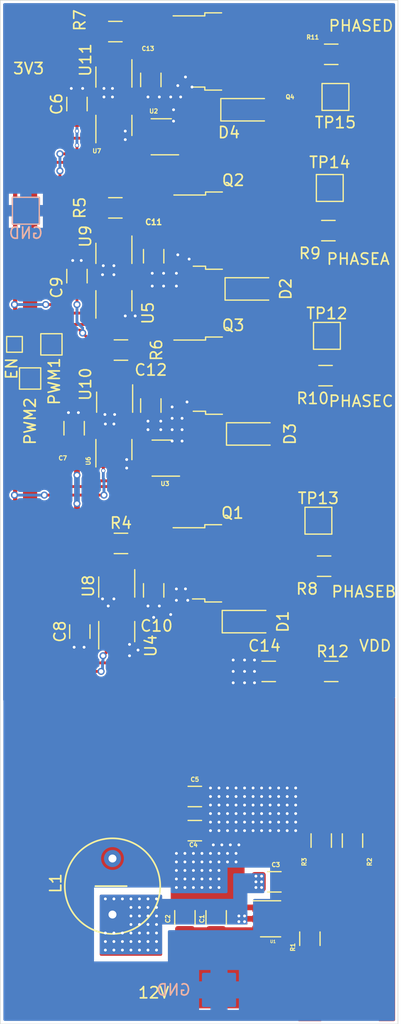
<source format=kicad_pcb>
(kicad_pcb (version 20171130) (host pcbnew 5.1.4+dfsg1-1)

  (general
    (thickness 0.8128)
    (drawings 127)
    (tracks 488)
    (zones 0)
    (modules 61)
    (nets 37)
  )

  (page A4)
  (layers
    (0 F.Cu signal)
    (31 B.Cu signal)
    (32 B.Adhes user)
    (33 F.Adhes user)
    (34 B.Paste user)
    (35 F.Paste user)
    (36 B.SilkS user)
    (37 F.SilkS user)
    (38 B.Mask user)
    (39 F.Mask user)
    (40 Dwgs.User user)
    (41 Cmts.User user hide)
    (42 Eco1.User user)
    (43 Eco2.User user)
    (44 Edge.Cuts user)
    (45 Margin user)
    (46 B.CrtYd user)
    (47 F.CrtYd user)
    (48 B.Fab user)
    (49 F.Fab user)
  )

  (setup
    (last_trace_width 1.016)
    (user_trace_width 0.254)
    (user_trace_width 0.381)
    (user_trace_width 0.508)
    (user_trace_width 0.762)
    (user_trace_width 1.016)
    (trace_clearance 0.1524)
    (zone_clearance 0.1524)
    (zone_45_only no)
    (trace_min 0.1524)
    (via_size 0.381)
    (via_drill 0.254)
    (via_min_size 0.381)
    (via_min_drill 0.254)
    (user_via 0.635 0.381)
    (user_via 0.6604 0.254)
    (uvia_size 0.3)
    (uvia_drill 0.1)
    (uvias_allowed no)
    (uvia_min_size 0.2)
    (uvia_min_drill 0.1)
    (edge_width 0.05)
    (segment_width 0.2)
    (pcb_text_width 0.3)
    (pcb_text_size 1.5 1.5)
    (mod_edge_width 0.12)
    (mod_text_size 1 1)
    (mod_text_width 0.15)
    (pad_size 1.524 1.524)
    (pad_drill 0.7112)
    (pad_to_mask_clearance 0.051)
    (solder_mask_min_width 0.25)
    (aux_axis_origin 0 0)
    (visible_elements FFFFFF7F)
    (pcbplotparams
      (layerselection 0x010fc_ffffffff)
      (usegerberextensions false)
      (usegerberattributes false)
      (usegerberadvancedattributes false)
      (creategerberjobfile false)
      (excludeedgelayer true)
      (linewidth 0.100000)
      (plotframeref false)
      (viasonmask false)
      (mode 1)
      (useauxorigin false)
      (hpglpennumber 1)
      (hpglpenspeed 20)
      (hpglpendiameter 15.000000)
      (psnegative false)
      (psa4output false)
      (plotreference true)
      (plotvalue true)
      (plotinvisibletext false)
      (padsonsilk false)
      (subtractmaskfromsilk false)
      (outputformat 1)
      (mirror false)
      (drillshape 1)
      (scaleselection 1)
      (outputdirectory ""))
  )

  (net 0 "")
  (net 1 IN)
  (net 2 GND)
  (net 3 "Net-(C3-Pad1)")
  (net 4 "Net-(C3-Pad2)")
  (net 5 EN)
  (net 6 "Net-(R1-Pad2)")
  (net 7 "Net-(R2-Pad1)")
  (net 8 5VOUT)
  (net 9 "Net-(Q1-Pad1)")
  (net 10 "Net-(Q2-Pad1)")
  (net 11 "Net-(Q3-Pad1)")
  (net 12 "Net-(Q4-Pad1)")
  (net 13 "Net-(R4-Pad2)")
  (net 14 "Net-(R5-Pad2)")
  (net 15 "Net-(R6-Pad2)")
  (net 16 "Net-(R7-Pad2)")
  (net 17 PWM2)
  (net 18 PWM1)
  (net 19 3V3)
  (net 20 "Net-(U2-Pad4)")
  (net 21 "Net-(U2-Pad1)")
  (net 22 "Net-(U3-Pad1)")
  (net 23 "Net-(U3-Pad4)")
  (net 24 "Net-(U4-Pad4)")
  (net 25 "Net-(U5-Pad4)")
  (net 26 "Net-(U10-Pad6)")
  (net 27 "Net-(U11-Pad6)")
  (net 28 "Net-(R8-Pad1)")
  (net 29 "Net-(R9-Pad1)")
  (net 30 "Net-(R10-Pad1)")
  (net 31 "Net-(R11-Pad1)")
  (net 32 "Net-(R12-Pad1)")
  (net 33 "Net-(D1-Pad2)")
  (net 34 "Net-(D2-Pad2)")
  (net 35 "Net-(D3-Pad2)")
  (net 36 "Net-(D4-Pad2)")

  (net_class Default "This is the default net class."
    (clearance 0.1524)
    (trace_width 0.1524)
    (via_dia 0.381)
    (via_drill 0.254)
    (uvia_dia 0.3)
    (uvia_drill 0.1)
    (add_net 3V3)
    (add_net 5VOUT)
    (add_net EN)
    (add_net GND)
    (add_net IN)
    (add_net "Net-(C3-Pad1)")
    (add_net "Net-(C3-Pad2)")
    (add_net "Net-(D1-Pad2)")
    (add_net "Net-(D2-Pad2)")
    (add_net "Net-(D3-Pad2)")
    (add_net "Net-(D4-Pad2)")
    (add_net "Net-(Q1-Pad1)")
    (add_net "Net-(Q2-Pad1)")
    (add_net "Net-(Q3-Pad1)")
    (add_net "Net-(Q4-Pad1)")
    (add_net "Net-(R1-Pad2)")
    (add_net "Net-(R10-Pad1)")
    (add_net "Net-(R11-Pad1)")
    (add_net "Net-(R12-Pad1)")
    (add_net "Net-(R2-Pad1)")
    (add_net "Net-(R4-Pad2)")
    (add_net "Net-(R5-Pad2)")
    (add_net "Net-(R6-Pad2)")
    (add_net "Net-(R7-Pad2)")
    (add_net "Net-(R8-Pad1)")
    (add_net "Net-(R9-Pad1)")
    (add_net "Net-(U10-Pad6)")
    (add_net "Net-(U11-Pad6)")
    (add_net "Net-(U2-Pad1)")
    (add_net "Net-(U2-Pad4)")
    (add_net "Net-(U3-Pad1)")
    (add_net "Net-(U3-Pad4)")
    (add_net "Net-(U4-Pad4)")
    (add_net "Net-(U5-Pad4)")
    (add_net PWM1)
    (add_net PWM2)
  )

  (module Capacitor_SMD:C_1206_3216Metric (layer F.Cu) (tedit 5B301BBE) (tstamp 5E52029F)
    (at 141.986 128.146 90)
    (descr "Capacitor SMD 1206 (3216 Metric), square (rectangular) end terminal, IPC_7351 nominal, (Body size source: http://www.tortai-tech.com/upload/download/2011102023233369053.pdf), generated with kicad-footprint-generator")
    (tags capacitor)
    (path /5E51B6EE)
    (attr smd)
    (fp_text reference C1 (at -0.124 -1.27 270) (layer F.SilkS)
      (effects (font (size 0.381 0.381) (thickness 0.09525)))
    )
    (fp_text value 10u (at 0 1.82 90) (layer F.Fab)
      (effects (font (size 1 1) (thickness 0.15)))
    )
    (fp_text user %R (at 0 0 90) (layer F.Fab)
      (effects (font (size 0.8 0.8) (thickness 0.12)))
    )
    (fp_line (start 2.28 1.12) (end -2.28 1.12) (layer F.CrtYd) (width 0.05))
    (fp_line (start 2.28 -1.12) (end 2.28 1.12) (layer F.CrtYd) (width 0.05))
    (fp_line (start -2.28 -1.12) (end 2.28 -1.12) (layer F.CrtYd) (width 0.05))
    (fp_line (start -2.28 1.12) (end -2.28 -1.12) (layer F.CrtYd) (width 0.05))
    (fp_line (start -0.602064 0.91) (end 0.602064 0.91) (layer F.SilkS) (width 0.12))
    (fp_line (start -0.602064 -0.91) (end 0.602064 -0.91) (layer F.SilkS) (width 0.12))
    (fp_line (start 1.6 0.8) (end -1.6 0.8) (layer F.Fab) (width 0.1))
    (fp_line (start 1.6 -0.8) (end 1.6 0.8) (layer F.Fab) (width 0.1))
    (fp_line (start -1.6 -0.8) (end 1.6 -0.8) (layer F.Fab) (width 0.1))
    (fp_line (start -1.6 0.8) (end -1.6 -0.8) (layer F.Fab) (width 0.1))
    (pad 2 smd roundrect (at 1.4 0 90) (size 1.25 1.75) (layers F.Cu F.Paste F.Mask) (roundrect_rratio 0.2)
      (net 2 GND))
    (pad 1 smd roundrect (at -1.4 0 90) (size 1.25 1.75) (layers F.Cu F.Paste F.Mask) (roundrect_rratio 0.2)
      (net 1 IN))
    (model ${KISYS3DMOD}/Capacitor_SMD.3dshapes/C_1206_3216Metric.wrl
      (at (xyz 0 0 0))
      (scale (xyz 1 1 1))
      (rotate (xyz 0 0 0))
    )
  )

  (module Capacitor_SMD:C_1206_3216Metric (layer F.Cu) (tedit 5B301BBE) (tstamp 5E5202B0)
    (at 139.192 128.14 90)
    (descr "Capacitor SMD 1206 (3216 Metric), square (rectangular) end terminal, IPC_7351 nominal, (Body size source: http://www.tortai-tech.com/upload/download/2011102023233369053.pdf), generated with kicad-footprint-generator")
    (tags capacitor)
    (path /5E51BC40)
    (attr smd)
    (fp_text reference C2 (at -0.13 -1.524 90) (layer F.SilkS)
      (effects (font (size 0.381 0.381) (thickness 0.09525)))
    )
    (fp_text value 10u (at 0 1.82 90) (layer F.Fab)
      (effects (font (size 1 1) (thickness 0.15)))
    )
    (fp_text user %R (at 0 0 90) (layer F.Fab)
      (effects (font (size 0.8 0.8) (thickness 0.12)))
    )
    (fp_line (start 2.28 1.12) (end -2.28 1.12) (layer F.CrtYd) (width 0.05))
    (fp_line (start 2.28 -1.12) (end 2.28 1.12) (layer F.CrtYd) (width 0.05))
    (fp_line (start -2.28 -1.12) (end 2.28 -1.12) (layer F.CrtYd) (width 0.05))
    (fp_line (start -2.28 1.12) (end -2.28 -1.12) (layer F.CrtYd) (width 0.05))
    (fp_line (start -0.602064 0.91) (end 0.602064 0.91) (layer F.SilkS) (width 0.12))
    (fp_line (start -0.602064 -0.91) (end 0.602064 -0.91) (layer F.SilkS) (width 0.12))
    (fp_line (start 1.6 0.8) (end -1.6 0.8) (layer F.Fab) (width 0.1))
    (fp_line (start 1.6 -0.8) (end 1.6 0.8) (layer F.Fab) (width 0.1))
    (fp_line (start -1.6 -0.8) (end 1.6 -0.8) (layer F.Fab) (width 0.1))
    (fp_line (start -1.6 0.8) (end -1.6 -0.8) (layer F.Fab) (width 0.1))
    (pad 2 smd roundrect (at 1.4 0 90) (size 1.25 1.75) (layers F.Cu F.Paste F.Mask) (roundrect_rratio 0.2)
      (net 2 GND))
    (pad 1 smd roundrect (at -1.4 0 90) (size 1.25 1.75) (layers F.Cu F.Paste F.Mask) (roundrect_rratio 0.2)
      (net 1 IN))
    (model ${KISYS3DMOD}/Capacitor_SMD.3dshapes/C_1206_3216Metric.wrl
      (at (xyz 0 0 0))
      (scale (xyz 1 1 1))
      (rotate (xyz 0 0 0))
    )
  )

  (module Capacitor_SMD:C_1206_3216Metric (layer F.Cu) (tedit 5B301BBE) (tstamp 5E5202C1)
    (at 147.19 124.968)
    (descr "Capacitor SMD 1206 (3216 Metric), square (rectangular) end terminal, IPC_7351 nominal, (Body size source: http://www.tortai-tech.com/upload/download/2011102023233369053.pdf), generated with kicad-footprint-generator")
    (tags capacitor)
    (path /5E51F420)
    (attr smd)
    (fp_text reference C3 (at 0.13 -1.524) (layer F.SilkS)
      (effects (font (size 0.381 0.381) (thickness 0.09525)))
    )
    (fp_text value 100n (at 0 1.82) (layer F.Fab)
      (effects (font (size 1 1) (thickness 0.15)))
    )
    (fp_text user %R (at 0 0) (layer F.Fab)
      (effects (font (size 0.8 0.8) (thickness 0.12)))
    )
    (fp_line (start 2.28 1.12) (end -2.28 1.12) (layer F.CrtYd) (width 0.05))
    (fp_line (start 2.28 -1.12) (end 2.28 1.12) (layer F.CrtYd) (width 0.05))
    (fp_line (start -2.28 -1.12) (end 2.28 -1.12) (layer F.CrtYd) (width 0.05))
    (fp_line (start -2.28 1.12) (end -2.28 -1.12) (layer F.CrtYd) (width 0.05))
    (fp_line (start -0.602064 0.91) (end 0.602064 0.91) (layer F.SilkS) (width 0.12))
    (fp_line (start -0.602064 -0.91) (end 0.602064 -0.91) (layer F.SilkS) (width 0.12))
    (fp_line (start 1.6 0.8) (end -1.6 0.8) (layer F.Fab) (width 0.1))
    (fp_line (start 1.6 -0.8) (end 1.6 0.8) (layer F.Fab) (width 0.1))
    (fp_line (start -1.6 -0.8) (end 1.6 -0.8) (layer F.Fab) (width 0.1))
    (fp_line (start -1.6 0.8) (end -1.6 -0.8) (layer F.Fab) (width 0.1))
    (pad 2 smd roundrect (at 1.4 0) (size 1.25 1.75) (layers F.Cu F.Paste F.Mask) (roundrect_rratio 0.2)
      (net 4 "Net-(C3-Pad2)"))
    (pad 1 smd roundrect (at -1.4 0) (size 1.25 1.75) (layers F.Cu F.Paste F.Mask) (roundrect_rratio 0.2)
      (net 3 "Net-(C3-Pad1)"))
    (model ${KISYS3DMOD}/Capacitor_SMD.3dshapes/C_1206_3216Metric.wrl
      (at (xyz 0 0 0))
      (scale (xyz 1 1 1))
      (rotate (xyz 0 0 0))
    )
  )

  (module Capacitor_SMD:C_1206_3216Metric (layer F.Cu) (tedit 5B301BBE) (tstamp 5E5202D2)
    (at 140.078 120.396)
    (descr "Capacitor SMD 1206 (3216 Metric), square (rectangular) end terminal, IPC_7351 nominal, (Body size source: http://www.tortai-tech.com/upload/download/2011102023233369053.pdf), generated with kicad-footprint-generator")
    (tags capacitor)
    (path /5E523794)
    (attr smd)
    (fp_text reference C4 (at -0.124 1.27) (layer F.SilkS)
      (effects (font (size 0.381 0.381) (thickness 0.09525)))
    )
    (fp_text value 22u (at 0 1.82) (layer F.Fab)
      (effects (font (size 1 1) (thickness 0.15)))
    )
    (fp_text user %R (at 0 0) (layer F.Fab)
      (effects (font (size 0.8 0.8) (thickness 0.12)))
    )
    (fp_line (start 2.28 1.12) (end -2.28 1.12) (layer F.CrtYd) (width 0.05))
    (fp_line (start 2.28 -1.12) (end 2.28 1.12) (layer F.CrtYd) (width 0.05))
    (fp_line (start -2.28 -1.12) (end 2.28 -1.12) (layer F.CrtYd) (width 0.05))
    (fp_line (start -2.28 1.12) (end -2.28 -1.12) (layer F.CrtYd) (width 0.05))
    (fp_line (start -0.602064 0.91) (end 0.602064 0.91) (layer F.SilkS) (width 0.12))
    (fp_line (start -0.602064 -0.91) (end 0.602064 -0.91) (layer F.SilkS) (width 0.12))
    (fp_line (start 1.6 0.8) (end -1.6 0.8) (layer F.Fab) (width 0.1))
    (fp_line (start 1.6 -0.8) (end 1.6 0.8) (layer F.Fab) (width 0.1))
    (fp_line (start -1.6 -0.8) (end 1.6 -0.8) (layer F.Fab) (width 0.1))
    (fp_line (start -1.6 0.8) (end -1.6 -0.8) (layer F.Fab) (width 0.1))
    (pad 2 smd roundrect (at 1.4 0) (size 1.25 1.75) (layers F.Cu F.Paste F.Mask) (roundrect_rratio 0.2)
      (net 2 GND))
    (pad 1 smd roundrect (at -1.4 0) (size 1.25 1.75) (layers F.Cu F.Paste F.Mask) (roundrect_rratio 0.2)
      (net 8 5VOUT))
    (model ${KISYS3DMOD}/Capacitor_SMD.3dshapes/C_1206_3216Metric.wrl
      (at (xyz 0 0 0))
      (scale (xyz 1 1 1))
      (rotate (xyz 0 0 0))
    )
  )

  (module Capacitor_SMD:C_1206_3216Metric (layer F.Cu) (tedit 5B301BBE) (tstamp 5E5202E3)
    (at 140.078 117.348)
    (descr "Capacitor SMD 1206 (3216 Metric), square (rectangular) end terminal, IPC_7351 nominal, (Body size source: http://www.tortai-tech.com/upload/download/2011102023233369053.pdf), generated with kicad-footprint-generator")
    (tags capacitor)
    (path /5E523EC5)
    (attr smd)
    (fp_text reference C5 (at 0 -1.524) (layer F.SilkS)
      (effects (font (size 0.381 0.381) (thickness 0.09525)))
    )
    (fp_text value 22u (at 0 1.82) (layer F.Fab)
      (effects (font (size 1 1) (thickness 0.15)))
    )
    (fp_text user %R (at 0 0) (layer F.Fab)
      (effects (font (size 0.8 0.8) (thickness 0.12)))
    )
    (fp_line (start 2.28 1.12) (end -2.28 1.12) (layer F.CrtYd) (width 0.05))
    (fp_line (start 2.28 -1.12) (end 2.28 1.12) (layer F.CrtYd) (width 0.05))
    (fp_line (start -2.28 -1.12) (end 2.28 -1.12) (layer F.CrtYd) (width 0.05))
    (fp_line (start -2.28 1.12) (end -2.28 -1.12) (layer F.CrtYd) (width 0.05))
    (fp_line (start -0.602064 0.91) (end 0.602064 0.91) (layer F.SilkS) (width 0.12))
    (fp_line (start -0.602064 -0.91) (end 0.602064 -0.91) (layer F.SilkS) (width 0.12))
    (fp_line (start 1.6 0.8) (end -1.6 0.8) (layer F.Fab) (width 0.1))
    (fp_line (start 1.6 -0.8) (end 1.6 0.8) (layer F.Fab) (width 0.1))
    (fp_line (start -1.6 -0.8) (end 1.6 -0.8) (layer F.Fab) (width 0.1))
    (fp_line (start -1.6 0.8) (end -1.6 -0.8) (layer F.Fab) (width 0.1))
    (pad 2 smd roundrect (at 1.4 0) (size 1.25 1.75) (layers F.Cu F.Paste F.Mask) (roundrect_rratio 0.2)
      (net 2 GND))
    (pad 1 smd roundrect (at -1.4 0) (size 1.25 1.75) (layers F.Cu F.Paste F.Mask) (roundrect_rratio 0.2)
      (net 8 5VOUT))
    (model ${KISYS3DMOD}/Capacitor_SMD.3dshapes/C_1206_3216Metric.wrl
      (at (xyz 0 0 0))
      (scale (xyz 1 1 1))
      (rotate (xyz 0 0 0))
    )
  )

  (module Resistor_SMD:R_1206_3216Metric (layer F.Cu) (tedit 5B301BBD) (tstamp 5E5202FE)
    (at 150.368 130.048 90)
    (descr "Resistor SMD 1206 (3216 Metric), square (rectangular) end terminal, IPC_7351 nominal, (Body size source: http://www.tortai-tech.com/upload/download/2011102023233369053.pdf), generated with kicad-footprint-generator")
    (tags resistor)
    (path /5E51D46A)
    (attr smd)
    (fp_text reference R1 (at -0.762 -1.524 90) (layer F.SilkS)
      (effects (font (size 0.381 0.381) (thickness 0.09525)))
    )
    (fp_text value 10k (at 0 1.82 90) (layer F.Fab)
      (effects (font (size 1 1) (thickness 0.15)))
    )
    (fp_text user %R (at 0 0 90) (layer F.Fab)
      (effects (font (size 0.8 0.8) (thickness 0.12)))
    )
    (fp_line (start 2.28 1.12) (end -2.28 1.12) (layer F.CrtYd) (width 0.05))
    (fp_line (start 2.28 -1.12) (end 2.28 1.12) (layer F.CrtYd) (width 0.05))
    (fp_line (start -2.28 -1.12) (end 2.28 -1.12) (layer F.CrtYd) (width 0.05))
    (fp_line (start -2.28 1.12) (end -2.28 -1.12) (layer F.CrtYd) (width 0.05))
    (fp_line (start -0.602064 0.91) (end 0.602064 0.91) (layer F.SilkS) (width 0.12))
    (fp_line (start -0.602064 -0.91) (end 0.602064 -0.91) (layer F.SilkS) (width 0.12))
    (fp_line (start 1.6 0.8) (end -1.6 0.8) (layer F.Fab) (width 0.1))
    (fp_line (start 1.6 -0.8) (end 1.6 0.8) (layer F.Fab) (width 0.1))
    (fp_line (start -1.6 -0.8) (end 1.6 -0.8) (layer F.Fab) (width 0.1))
    (fp_line (start -1.6 0.8) (end -1.6 -0.8) (layer F.Fab) (width 0.1))
    (pad 2 smd roundrect (at 1.4 0 90) (size 1.25 1.75) (layers F.Cu F.Paste F.Mask) (roundrect_rratio 0.2)
      (net 6 "Net-(R1-Pad2)"))
    (pad 1 smd roundrect (at -1.4 0 90) (size 1.25 1.75) (layers F.Cu F.Paste F.Mask) (roundrect_rratio 0.2)
      (net 5 EN))
    (model ${KISYS3DMOD}/Resistor_SMD.3dshapes/R_1206_3216Metric.wrl
      (at (xyz 0 0 0))
      (scale (xyz 1 1 1))
      (rotate (xyz 0 0 0))
    )
  )

  (module Resistor_SMD:R_1206_3216Metric (layer F.Cu) (tedit 5B301BBD) (tstamp 5E520703)
    (at 154.178 121.282 90)
    (descr "Resistor SMD 1206 (3216 Metric), square (rectangular) end terminal, IPC_7351 nominal, (Body size source: http://www.tortai-tech.com/upload/download/2011102023233369053.pdf), generated with kicad-footprint-generator")
    (tags resistor)
    (path /5E52243F)
    (attr smd)
    (fp_text reference R2 (at -1.908 1.524 90) (layer F.SilkS)
      (effects (font (size 0.381 0.381) (thickness 0.09525)))
    )
    (fp_text value 13.3k (at 0 1.82 90) (layer F.Fab)
      (effects (font (size 1 1) (thickness 0.15)))
    )
    (fp_text user %R (at 0 0 90) (layer F.Fab)
      (effects (font (size 0.8 0.8) (thickness 0.12)))
    )
    (fp_line (start 2.28 1.12) (end -2.28 1.12) (layer F.CrtYd) (width 0.05))
    (fp_line (start 2.28 -1.12) (end 2.28 1.12) (layer F.CrtYd) (width 0.05))
    (fp_line (start -2.28 -1.12) (end 2.28 -1.12) (layer F.CrtYd) (width 0.05))
    (fp_line (start -2.28 1.12) (end -2.28 -1.12) (layer F.CrtYd) (width 0.05))
    (fp_line (start -0.602064 0.91) (end 0.602064 0.91) (layer F.SilkS) (width 0.12))
    (fp_line (start -0.602064 -0.91) (end 0.602064 -0.91) (layer F.SilkS) (width 0.12))
    (fp_line (start 1.6 0.8) (end -1.6 0.8) (layer F.Fab) (width 0.1))
    (fp_line (start 1.6 -0.8) (end 1.6 0.8) (layer F.Fab) (width 0.1))
    (fp_line (start -1.6 -0.8) (end 1.6 -0.8) (layer F.Fab) (width 0.1))
    (fp_line (start -1.6 0.8) (end -1.6 -0.8) (layer F.Fab) (width 0.1))
    (pad 2 smd roundrect (at 1.4 0 90) (size 1.25 1.75) (layers F.Cu F.Paste F.Mask) (roundrect_rratio 0.2)
      (net 8 5VOUT))
    (pad 1 smd roundrect (at -1.4 0 90) (size 1.25 1.75) (layers F.Cu F.Paste F.Mask) (roundrect_rratio 0.2)
      (net 7 "Net-(R2-Pad1)"))
    (model ${KISYS3DMOD}/Resistor_SMD.3dshapes/R_1206_3216Metric.wrl
      (at (xyz 0 0 0))
      (scale (xyz 1 1 1))
      (rotate (xyz 0 0 0))
    )
  )

  (module Resistor_SMD:R_1206_3216Metric (layer F.Cu) (tedit 5B301BBD) (tstamp 5E520320)
    (at 151.384 121.282 270)
    (descr "Resistor SMD 1206 (3216 Metric), square (rectangular) end terminal, IPC_7351 nominal, (Body size source: http://www.tortai-tech.com/upload/download/2011102023233369053.pdf), generated with kicad-footprint-generator")
    (tags resistor)
    (path /5E522AAF)
    (attr smd)
    (fp_text reference R3 (at 1.908 1.524 90) (layer F.SilkS)
      (effects (font (size 0.381 0.381) (thickness 0.09525)))
    )
    (fp_text value 2.37k (at 0 1.82 90) (layer F.Fab)
      (effects (font (size 1 1) (thickness 0.15)))
    )
    (fp_text user %R (at 0 0 90) (layer F.Fab)
      (effects (font (size 0.8 0.8) (thickness 0.12)))
    )
    (fp_line (start 2.28 1.12) (end -2.28 1.12) (layer F.CrtYd) (width 0.05))
    (fp_line (start 2.28 -1.12) (end 2.28 1.12) (layer F.CrtYd) (width 0.05))
    (fp_line (start -2.28 -1.12) (end 2.28 -1.12) (layer F.CrtYd) (width 0.05))
    (fp_line (start -2.28 1.12) (end -2.28 -1.12) (layer F.CrtYd) (width 0.05))
    (fp_line (start -0.602064 0.91) (end 0.602064 0.91) (layer F.SilkS) (width 0.12))
    (fp_line (start -0.602064 -0.91) (end 0.602064 -0.91) (layer F.SilkS) (width 0.12))
    (fp_line (start 1.6 0.8) (end -1.6 0.8) (layer F.Fab) (width 0.1))
    (fp_line (start 1.6 -0.8) (end 1.6 0.8) (layer F.Fab) (width 0.1))
    (fp_line (start -1.6 -0.8) (end 1.6 -0.8) (layer F.Fab) (width 0.1))
    (fp_line (start -1.6 0.8) (end -1.6 -0.8) (layer F.Fab) (width 0.1))
    (pad 2 smd roundrect (at 1.4 0 270) (size 1.25 1.75) (layers F.Cu F.Paste F.Mask) (roundrect_rratio 0.2)
      (net 7 "Net-(R2-Pad1)"))
    (pad 1 smd roundrect (at -1.4 0 270) (size 1.25 1.75) (layers F.Cu F.Paste F.Mask) (roundrect_rratio 0.2)
      (net 2 GND))
    (model ${KISYS3DMOD}/Resistor_SMD.3dshapes/R_1206_3216Metric.wrl
      (at (xyz 0 0 0))
      (scale (xyz 1 1 1))
      (rotate (xyz 0 0 0))
    )
  )

  (module Package_TO_SOT_SMD:SOT-23-6 (layer F.Cu) (tedit 5A02FF57) (tstamp 5E5204B6)
    (at 146.855 128.27)
    (descr "6-pin SOT-23 package")
    (tags SOT-23-6)
    (path /5E51B03D)
    (attr smd)
    (fp_text reference U1 (at 0.211 2.032 180) (layer F.SilkS)
      (effects (font (size 0.254 0.254) (thickness 0.0635)))
    )
    (fp_text value TPS564201 (at 0 2.9) (layer F.Fab)
      (effects (font (size 1 1) (thickness 0.15)))
    )
    (fp_line (start 0.9 -1.55) (end 0.9 1.55) (layer F.Fab) (width 0.1))
    (fp_line (start 0.9 1.55) (end -0.9 1.55) (layer F.Fab) (width 0.1))
    (fp_line (start -0.9 -0.9) (end -0.9 1.55) (layer F.Fab) (width 0.1))
    (fp_line (start 0.9 -1.55) (end -0.25 -1.55) (layer F.Fab) (width 0.1))
    (fp_line (start -0.9 -0.9) (end -0.25 -1.55) (layer F.Fab) (width 0.1))
    (fp_line (start -1.9 -1.8) (end -1.9 1.8) (layer F.CrtYd) (width 0.05))
    (fp_line (start -1.9 1.8) (end 1.9 1.8) (layer F.CrtYd) (width 0.05))
    (fp_line (start 1.9 1.8) (end 1.9 -1.8) (layer F.CrtYd) (width 0.05))
    (fp_line (start 1.9 -1.8) (end -1.9 -1.8) (layer F.CrtYd) (width 0.05))
    (fp_line (start 0.9 -1.61) (end -1.55 -1.61) (layer F.SilkS) (width 0.12))
    (fp_line (start -0.9 1.61) (end 0.9 1.61) (layer F.SilkS) (width 0.12))
    (fp_text user %R (at 0 0 90) (layer F.Fab)
      (effects (font (size 0.5 0.5) (thickness 0.075)))
    )
    (pad 5 smd rect (at 1.1 0) (size 1.06 0.65) (layers F.Cu F.Paste F.Mask)
      (net 6 "Net-(R1-Pad2)"))
    (pad 6 smd rect (at 1.1 -0.95) (size 1.06 0.65) (layers F.Cu F.Paste F.Mask)
      (net 4 "Net-(C3-Pad2)"))
    (pad 4 smd rect (at 1.1 0.95) (size 1.06 0.65) (layers F.Cu F.Paste F.Mask)
      (net 7 "Net-(R2-Pad1)"))
    (pad 3 smd rect (at -1.1 0.95) (size 1.06 0.65) (layers F.Cu F.Paste F.Mask)
      (net 1 IN))
    (pad 2 smd rect (at -1.1 0) (size 1.06 0.65) (layers F.Cu F.Paste F.Mask)
      (net 3 "Net-(C3-Pad1)"))
    (pad 1 smd rect (at -1.1 -0.95) (size 1.06 0.65) (layers F.Cu F.Paste F.Mask)
      (net 2 GND))
    (model ${KISYS3DMOD}/Package_TO_SOT_SMD.3dshapes/SOT-23-6.wrl
      (at (xyz 0 0 0))
      (scale (xyz 1 1 1))
      (rotate (xyz 0 0 0))
    )
  )

  (module Diode_SMD:D_SOD-123 (layer F.Cu) (tedit 58645DC7) (tstamp 5E7B3E40)
    (at 144.779 101.727)
    (descr SOD-123)
    (tags SOD-123)
    (path /5E8022AA)
    (attr smd)
    (fp_text reference D1 (at 3.176 0 90) (layer F.SilkS)
      (effects (font (size 1 1) (thickness 0.15)))
    )
    (fp_text value 1N4148WTR (at 0 2.1) (layer F.Fab)
      (effects (font (size 1 1) (thickness 0.15)))
    )
    (fp_line (start -2.25 -1) (end 1.65 -1) (layer F.SilkS) (width 0.12))
    (fp_line (start -2.25 1) (end 1.65 1) (layer F.SilkS) (width 0.12))
    (fp_line (start -2.35 -1.15) (end -2.35 1.15) (layer F.CrtYd) (width 0.05))
    (fp_line (start 2.35 1.15) (end -2.35 1.15) (layer F.CrtYd) (width 0.05))
    (fp_line (start 2.35 -1.15) (end 2.35 1.15) (layer F.CrtYd) (width 0.05))
    (fp_line (start -2.35 -1.15) (end 2.35 -1.15) (layer F.CrtYd) (width 0.05))
    (fp_line (start -1.4 -0.9) (end 1.4 -0.9) (layer F.Fab) (width 0.1))
    (fp_line (start 1.4 -0.9) (end 1.4 0.9) (layer F.Fab) (width 0.1))
    (fp_line (start 1.4 0.9) (end -1.4 0.9) (layer F.Fab) (width 0.1))
    (fp_line (start -1.4 0.9) (end -1.4 -0.9) (layer F.Fab) (width 0.1))
    (fp_line (start -0.75 0) (end -0.35 0) (layer F.Fab) (width 0.1))
    (fp_line (start -0.35 0) (end -0.35 -0.55) (layer F.Fab) (width 0.1))
    (fp_line (start -0.35 0) (end -0.35 0.55) (layer F.Fab) (width 0.1))
    (fp_line (start -0.35 0) (end 0.25 -0.4) (layer F.Fab) (width 0.1))
    (fp_line (start 0.25 -0.4) (end 0.25 0.4) (layer F.Fab) (width 0.1))
    (fp_line (start 0.25 0.4) (end -0.35 0) (layer F.Fab) (width 0.1))
    (fp_line (start 0.25 0) (end 0.75 0) (layer F.Fab) (width 0.1))
    (fp_line (start -2.25 -1) (end -2.25 1) (layer F.SilkS) (width 0.12))
    (fp_text user %R (at 0 -2) (layer F.Fab)
      (effects (font (size 1 1) (thickness 0.15)))
    )
    (pad 2 smd rect (at 1.65 0) (size 0.9 1.2) (layers F.Cu F.Paste F.Mask)
      (net 33 "Net-(D1-Pad2)"))
    (pad 1 smd rect (at -1.65 0) (size 0.9 1.2) (layers F.Cu F.Paste F.Mask)
      (net 8 5VOUT))
    (model ${KISYS3DMOD}/Diode_SMD.3dshapes/D_SOD-123.wrl
      (at (xyz 0 0 0))
      (scale (xyz 1 1 1))
      (rotate (xyz 0 0 0))
    )
  )

  (module Diode_SMD:D_SOD-123 (layer F.Cu) (tedit 58645DC7) (tstamp 5E7B3E59)
    (at 145.035 72.009)
    (descr SOD-123)
    (tags SOD-123)
    (path /5E7D553D)
    (attr smd)
    (fp_text reference D2 (at 3.176 0 90) (layer F.SilkS)
      (effects (font (size 1 1) (thickness 0.15)))
    )
    (fp_text value 1N4148WTR (at 0 2.1) (layer F.Fab)
      (effects (font (size 1 1) (thickness 0.15)))
    )
    (fp_line (start -2.25 -1) (end 1.65 -1) (layer F.SilkS) (width 0.12))
    (fp_line (start -2.25 1) (end 1.65 1) (layer F.SilkS) (width 0.12))
    (fp_line (start -2.35 -1.15) (end -2.35 1.15) (layer F.CrtYd) (width 0.05))
    (fp_line (start 2.35 1.15) (end -2.35 1.15) (layer F.CrtYd) (width 0.05))
    (fp_line (start 2.35 -1.15) (end 2.35 1.15) (layer F.CrtYd) (width 0.05))
    (fp_line (start -2.35 -1.15) (end 2.35 -1.15) (layer F.CrtYd) (width 0.05))
    (fp_line (start -1.4 -0.9) (end 1.4 -0.9) (layer F.Fab) (width 0.1))
    (fp_line (start 1.4 -0.9) (end 1.4 0.9) (layer F.Fab) (width 0.1))
    (fp_line (start 1.4 0.9) (end -1.4 0.9) (layer F.Fab) (width 0.1))
    (fp_line (start -1.4 0.9) (end -1.4 -0.9) (layer F.Fab) (width 0.1))
    (fp_line (start -0.75 0) (end -0.35 0) (layer F.Fab) (width 0.1))
    (fp_line (start -0.35 0) (end -0.35 -0.55) (layer F.Fab) (width 0.1))
    (fp_line (start -0.35 0) (end -0.35 0.55) (layer F.Fab) (width 0.1))
    (fp_line (start -0.35 0) (end 0.25 -0.4) (layer F.Fab) (width 0.1))
    (fp_line (start 0.25 -0.4) (end 0.25 0.4) (layer F.Fab) (width 0.1))
    (fp_line (start 0.25 0.4) (end -0.35 0) (layer F.Fab) (width 0.1))
    (fp_line (start 0.25 0) (end 0.75 0) (layer F.Fab) (width 0.1))
    (fp_line (start -2.25 -1) (end -2.25 1) (layer F.SilkS) (width 0.12))
    (fp_text user %R (at 0 -2) (layer F.Fab)
      (effects (font (size 1 1) (thickness 0.15)))
    )
    (pad 2 smd rect (at 1.65 0) (size 0.9 1.2) (layers F.Cu F.Paste F.Mask)
      (net 34 "Net-(D2-Pad2)"))
    (pad 1 smd rect (at -1.65 0) (size 0.9 1.2) (layers F.Cu F.Paste F.Mask)
      (net 8 5VOUT))
    (model ${KISYS3DMOD}/Diode_SMD.3dshapes/D_SOD-123.wrl
      (at (xyz 0 0 0))
      (scale (xyz 1 1 1))
      (rotate (xyz 0 0 0))
    )
  )

  (module Diode_SMD:D_SOD-123 (layer F.Cu) (tedit 58645DC7) (tstamp 5E7B3E72)
    (at 145.16 84.963)
    (descr SOD-123)
    (tags SOD-123)
    (path /5E7FDEB1)
    (attr smd)
    (fp_text reference D3 (at 3.43 0 90) (layer F.SilkS)
      (effects (font (size 1 1) (thickness 0.15)))
    )
    (fp_text value 1N4148WTR (at 0 2.1) (layer F.Fab)
      (effects (font (size 1 1) (thickness 0.15)))
    )
    (fp_line (start -2.25 -1) (end 1.65 -1) (layer F.SilkS) (width 0.12))
    (fp_line (start -2.25 1) (end 1.65 1) (layer F.SilkS) (width 0.12))
    (fp_line (start -2.35 -1.15) (end -2.35 1.15) (layer F.CrtYd) (width 0.05))
    (fp_line (start 2.35 1.15) (end -2.35 1.15) (layer F.CrtYd) (width 0.05))
    (fp_line (start 2.35 -1.15) (end 2.35 1.15) (layer F.CrtYd) (width 0.05))
    (fp_line (start -2.35 -1.15) (end 2.35 -1.15) (layer F.CrtYd) (width 0.05))
    (fp_line (start -1.4 -0.9) (end 1.4 -0.9) (layer F.Fab) (width 0.1))
    (fp_line (start 1.4 -0.9) (end 1.4 0.9) (layer F.Fab) (width 0.1))
    (fp_line (start 1.4 0.9) (end -1.4 0.9) (layer F.Fab) (width 0.1))
    (fp_line (start -1.4 0.9) (end -1.4 -0.9) (layer F.Fab) (width 0.1))
    (fp_line (start -0.75 0) (end -0.35 0) (layer F.Fab) (width 0.1))
    (fp_line (start -0.35 0) (end -0.35 -0.55) (layer F.Fab) (width 0.1))
    (fp_line (start -0.35 0) (end -0.35 0.55) (layer F.Fab) (width 0.1))
    (fp_line (start -0.35 0) (end 0.25 -0.4) (layer F.Fab) (width 0.1))
    (fp_line (start 0.25 -0.4) (end 0.25 0.4) (layer F.Fab) (width 0.1))
    (fp_line (start 0.25 0.4) (end -0.35 0) (layer F.Fab) (width 0.1))
    (fp_line (start 0.25 0) (end 0.75 0) (layer F.Fab) (width 0.1))
    (fp_line (start -2.25 -1) (end -2.25 1) (layer F.SilkS) (width 0.12))
    (fp_text user %R (at 0 -2) (layer F.Fab)
      (effects (font (size 1 1) (thickness 0.15)))
    )
    (pad 2 smd rect (at 1.65 0) (size 0.9 1.2) (layers F.Cu F.Paste F.Mask)
      (net 35 "Net-(D3-Pad2)"))
    (pad 1 smd rect (at -1.65 0) (size 0.9 1.2) (layers F.Cu F.Paste F.Mask)
      (net 8 5VOUT))
    (model ${KISYS3DMOD}/Diode_SMD.3dshapes/D_SOD-123.wrl
      (at (xyz 0 0 0))
      (scale (xyz 1 1 1))
      (rotate (xyz 0 0 0))
    )
  )

  (module Diode_SMD:D_SOD-123 (layer F.Cu) (tedit 58645DC7) (tstamp 5E7B3E8B)
    (at 144.652 56.007)
    (descr SOD-123)
    (tags SOD-123)
    (path /5E7AF599)
    (attr smd)
    (fp_text reference D4 (at -1.523 2.032) (layer F.SilkS)
      (effects (font (size 1 1) (thickness 0.15)))
    )
    (fp_text value 1N4148WTR (at 0 2.1) (layer F.Fab)
      (effects (font (size 1 1) (thickness 0.15)))
    )
    (fp_line (start -2.25 -1) (end 1.65 -1) (layer F.SilkS) (width 0.12))
    (fp_line (start -2.25 1) (end 1.65 1) (layer F.SilkS) (width 0.12))
    (fp_line (start -2.35 -1.15) (end -2.35 1.15) (layer F.CrtYd) (width 0.05))
    (fp_line (start 2.35 1.15) (end -2.35 1.15) (layer F.CrtYd) (width 0.05))
    (fp_line (start 2.35 -1.15) (end 2.35 1.15) (layer F.CrtYd) (width 0.05))
    (fp_line (start -2.35 -1.15) (end 2.35 -1.15) (layer F.CrtYd) (width 0.05))
    (fp_line (start -1.4 -0.9) (end 1.4 -0.9) (layer F.Fab) (width 0.1))
    (fp_line (start 1.4 -0.9) (end 1.4 0.9) (layer F.Fab) (width 0.1))
    (fp_line (start 1.4 0.9) (end -1.4 0.9) (layer F.Fab) (width 0.1))
    (fp_line (start -1.4 0.9) (end -1.4 -0.9) (layer F.Fab) (width 0.1))
    (fp_line (start -0.75 0) (end -0.35 0) (layer F.Fab) (width 0.1))
    (fp_line (start -0.35 0) (end -0.35 -0.55) (layer F.Fab) (width 0.1))
    (fp_line (start -0.35 0) (end -0.35 0.55) (layer F.Fab) (width 0.1))
    (fp_line (start -0.35 0) (end 0.25 -0.4) (layer F.Fab) (width 0.1))
    (fp_line (start 0.25 -0.4) (end 0.25 0.4) (layer F.Fab) (width 0.1))
    (fp_line (start 0.25 0.4) (end -0.35 0) (layer F.Fab) (width 0.1))
    (fp_line (start 0.25 0) (end 0.75 0) (layer F.Fab) (width 0.1))
    (fp_line (start -2.25 -1) (end -2.25 1) (layer F.SilkS) (width 0.12))
    (fp_text user %R (at 0 -2) (layer F.Fab)
      (effects (font (size 1 1) (thickness 0.15)))
    )
    (pad 2 smd rect (at 1.65 0) (size 0.9 1.2) (layers F.Cu F.Paste F.Mask)
      (net 36 "Net-(D4-Pad2)"))
    (pad 1 smd rect (at -1.65 0) (size 0.9 1.2) (layers F.Cu F.Paste F.Mask)
      (net 8 5VOUT))
    (model ${KISYS3DMOD}/Diode_SMD.3dshapes/D_SOD-123.wrl
      (at (xyz 0 0 0))
      (scale (xyz 1 1 1))
      (rotate (xyz 0 0 0))
    )
  )

  (module Package_TO_SOT_SMD:TO-252-2 (layer F.Cu) (tedit 5A70A390) (tstamp 5E7B3EAF)
    (at 143.442 96.52)
    (descr "TO-252 / DPAK SMD package, http://www.infineon.com/cms/en/product/packages/PG-TO252/PG-TO252-3-1/")
    (tags "DPAK TO-252 DPAK-3 TO-252-3 SOT-428")
    (path /5E8022A4)
    (attr smd)
    (fp_text reference Q1 (at 0 -4.5) (layer F.SilkS)
      (effects (font (size 1 1) (thickness 0.15)))
    )
    (fp_text value IRLR6225PbF (at 0 4.5) (layer F.Fab)
      (effects (font (size 1 1) (thickness 0.15)))
    )
    (fp_text user %R (at 0 0) (layer F.Fab)
      (effects (font (size 1 1) (thickness 0.15)))
    )
    (fp_line (start 5.55 -3.5) (end -5.55 -3.5) (layer F.CrtYd) (width 0.05))
    (fp_line (start 5.55 3.5) (end 5.55 -3.5) (layer F.CrtYd) (width 0.05))
    (fp_line (start -5.55 3.5) (end 5.55 3.5) (layer F.CrtYd) (width 0.05))
    (fp_line (start -5.55 -3.5) (end -5.55 3.5) (layer F.CrtYd) (width 0.05))
    (fp_line (start -2.47 3.18) (end -3.57 3.18) (layer F.SilkS) (width 0.12))
    (fp_line (start -2.47 3.45) (end -2.47 3.18) (layer F.SilkS) (width 0.12))
    (fp_line (start -0.97 3.45) (end -2.47 3.45) (layer F.SilkS) (width 0.12))
    (fp_line (start -2.47 -3.18) (end -5.3 -3.18) (layer F.SilkS) (width 0.12))
    (fp_line (start -2.47 -3.45) (end -2.47 -3.18) (layer F.SilkS) (width 0.12))
    (fp_line (start -0.97 -3.45) (end -2.47 -3.45) (layer F.SilkS) (width 0.12))
    (fp_line (start -4.97 2.655) (end -2.27 2.655) (layer F.Fab) (width 0.1))
    (fp_line (start -4.97 1.905) (end -4.97 2.655) (layer F.Fab) (width 0.1))
    (fp_line (start -2.27 1.905) (end -4.97 1.905) (layer F.Fab) (width 0.1))
    (fp_line (start -4.97 -1.905) (end -2.27 -1.905) (layer F.Fab) (width 0.1))
    (fp_line (start -4.97 -2.655) (end -4.97 -1.905) (layer F.Fab) (width 0.1))
    (fp_line (start -1.865 -2.655) (end -4.97 -2.655) (layer F.Fab) (width 0.1))
    (fp_line (start -1.27 -3.25) (end 3.95 -3.25) (layer F.Fab) (width 0.1))
    (fp_line (start -2.27 -2.25) (end -1.27 -3.25) (layer F.Fab) (width 0.1))
    (fp_line (start -2.27 3.25) (end -2.27 -2.25) (layer F.Fab) (width 0.1))
    (fp_line (start 3.95 3.25) (end -2.27 3.25) (layer F.Fab) (width 0.1))
    (fp_line (start 3.95 -3.25) (end 3.95 3.25) (layer F.Fab) (width 0.1))
    (fp_line (start 4.95 2.7) (end 3.95 2.7) (layer F.Fab) (width 0.1))
    (fp_line (start 4.95 -2.7) (end 4.95 2.7) (layer F.Fab) (width 0.1))
    (fp_line (start 3.95 -2.7) (end 4.95 -2.7) (layer F.Fab) (width 0.1))
    (pad "" smd rect (at 0.425 1.525) (size 3.05 2.75) (layers F.Paste))
    (pad "" smd rect (at 3.775 -1.525) (size 3.05 2.75) (layers F.Paste))
    (pad "" smd rect (at 0.425 -1.525) (size 3.05 2.75) (layers F.Paste))
    (pad "" smd rect (at 3.775 1.525) (size 3.05 2.75) (layers F.Paste))
    (pad 2 smd rect (at 2.1 0) (size 6.4 5.8) (layers F.Cu F.Mask)
      (net 33 "Net-(D1-Pad2)"))
    (pad 3 smd rect (at -4.2 2.28) (size 2.2 1.2) (layers F.Cu F.Paste F.Mask)
      (net 2 GND))
    (pad 1 smd rect (at -4.2 -2.28) (size 2.2 1.2) (layers F.Cu F.Paste F.Mask)
      (net 9 "Net-(Q1-Pad1)"))
    (model ${KISYS3DMOD}/Package_TO_SOT_SMD.3dshapes/TO-252-2.wrl
      (at (xyz 0 0 0))
      (scale (xyz 1 1 1))
      (rotate (xyz 0 0 0))
    )
  )

  (module Package_TO_SOT_SMD:TO-252-2 (layer F.Cu) (tedit 5A70A390) (tstamp 5E7B3ED3)
    (at 143.51 66.802)
    (descr "TO-252 / DPAK SMD package, http://www.infineon.com/cms/en/product/packages/PG-TO252/PG-TO252-3-1/")
    (tags "DPAK TO-252 DPAK-3 TO-252-3 SOT-428")
    (path /5E7D5537)
    (attr smd)
    (fp_text reference Q2 (at 0 -4.5) (layer F.SilkS)
      (effects (font (size 1 1) (thickness 0.15)))
    )
    (fp_text value IRLR6225PbF (at 0 4.5) (layer F.Fab)
      (effects (font (size 1 1) (thickness 0.15)))
    )
    (fp_text user %R (at 0 0) (layer F.Fab)
      (effects (font (size 1 1) (thickness 0.15)))
    )
    (fp_line (start 5.55 -3.5) (end -5.55 -3.5) (layer F.CrtYd) (width 0.05))
    (fp_line (start 5.55 3.5) (end 5.55 -3.5) (layer F.CrtYd) (width 0.05))
    (fp_line (start -5.55 3.5) (end 5.55 3.5) (layer F.CrtYd) (width 0.05))
    (fp_line (start -5.55 -3.5) (end -5.55 3.5) (layer F.CrtYd) (width 0.05))
    (fp_line (start -2.47 3.18) (end -3.57 3.18) (layer F.SilkS) (width 0.12))
    (fp_line (start -2.47 3.45) (end -2.47 3.18) (layer F.SilkS) (width 0.12))
    (fp_line (start -0.97 3.45) (end -2.47 3.45) (layer F.SilkS) (width 0.12))
    (fp_line (start -2.47 -3.18) (end -5.3 -3.18) (layer F.SilkS) (width 0.12))
    (fp_line (start -2.47 -3.45) (end -2.47 -3.18) (layer F.SilkS) (width 0.12))
    (fp_line (start -0.97 -3.45) (end -2.47 -3.45) (layer F.SilkS) (width 0.12))
    (fp_line (start -4.97 2.655) (end -2.27 2.655) (layer F.Fab) (width 0.1))
    (fp_line (start -4.97 1.905) (end -4.97 2.655) (layer F.Fab) (width 0.1))
    (fp_line (start -2.27 1.905) (end -4.97 1.905) (layer F.Fab) (width 0.1))
    (fp_line (start -4.97 -1.905) (end -2.27 -1.905) (layer F.Fab) (width 0.1))
    (fp_line (start -4.97 -2.655) (end -4.97 -1.905) (layer F.Fab) (width 0.1))
    (fp_line (start -1.865 -2.655) (end -4.97 -2.655) (layer F.Fab) (width 0.1))
    (fp_line (start -1.27 -3.25) (end 3.95 -3.25) (layer F.Fab) (width 0.1))
    (fp_line (start -2.27 -2.25) (end -1.27 -3.25) (layer F.Fab) (width 0.1))
    (fp_line (start -2.27 3.25) (end -2.27 -2.25) (layer F.Fab) (width 0.1))
    (fp_line (start 3.95 3.25) (end -2.27 3.25) (layer F.Fab) (width 0.1))
    (fp_line (start 3.95 -3.25) (end 3.95 3.25) (layer F.Fab) (width 0.1))
    (fp_line (start 4.95 2.7) (end 3.95 2.7) (layer F.Fab) (width 0.1))
    (fp_line (start 4.95 -2.7) (end 4.95 2.7) (layer F.Fab) (width 0.1))
    (fp_line (start 3.95 -2.7) (end 4.95 -2.7) (layer F.Fab) (width 0.1))
    (pad "" smd rect (at 0.425 1.525) (size 3.05 2.75) (layers F.Paste))
    (pad "" smd rect (at 3.775 -1.525) (size 3.05 2.75) (layers F.Paste))
    (pad "" smd rect (at 0.425 -1.525) (size 3.05 2.75) (layers F.Paste))
    (pad "" smd rect (at 3.775 1.525) (size 3.05 2.75) (layers F.Paste))
    (pad 2 smd rect (at 2.1 0) (size 6.4 5.8) (layers F.Cu F.Mask)
      (net 34 "Net-(D2-Pad2)"))
    (pad 3 smd rect (at -4.2 2.28) (size 2.2 1.2) (layers F.Cu F.Paste F.Mask)
      (net 2 GND))
    (pad 1 smd rect (at -4.2 -2.28) (size 2.2 1.2) (layers F.Cu F.Paste F.Mask)
      (net 10 "Net-(Q2-Pad1)"))
    (model ${KISYS3DMOD}/Package_TO_SOT_SMD.3dshapes/TO-252-2.wrl
      (at (xyz 0 0 0))
      (scale (xyz 1 1 1))
      (rotate (xyz 0 0 0))
    )
  )

  (module Package_TO_SOT_SMD:TO-252-2 (layer F.Cu) (tedit 5A70A390) (tstamp 5E7B3EF7)
    (at 143.51 79.756)
    (descr "TO-252 / DPAK SMD package, http://www.infineon.com/cms/en/product/packages/PG-TO252/PG-TO252-3-1/")
    (tags "DPAK TO-252 DPAK-3 TO-252-3 SOT-428")
    (path /5E7FDEAB)
    (attr smd)
    (fp_text reference Q3 (at 0 -4.5) (layer F.SilkS)
      (effects (font (size 1 1) (thickness 0.15)))
    )
    (fp_text value IRLR6225PbF (at 0 4.5) (layer F.Fab)
      (effects (font (size 1 1) (thickness 0.15)))
    )
    (fp_text user %R (at 0 0) (layer F.Fab)
      (effects (font (size 1 1) (thickness 0.15)))
    )
    (fp_line (start 5.55 -3.5) (end -5.55 -3.5) (layer F.CrtYd) (width 0.05))
    (fp_line (start 5.55 3.5) (end 5.55 -3.5) (layer F.CrtYd) (width 0.05))
    (fp_line (start -5.55 3.5) (end 5.55 3.5) (layer F.CrtYd) (width 0.05))
    (fp_line (start -5.55 -3.5) (end -5.55 3.5) (layer F.CrtYd) (width 0.05))
    (fp_line (start -2.47 3.18) (end -3.57 3.18) (layer F.SilkS) (width 0.12))
    (fp_line (start -2.47 3.45) (end -2.47 3.18) (layer F.SilkS) (width 0.12))
    (fp_line (start -0.97 3.45) (end -2.47 3.45) (layer F.SilkS) (width 0.12))
    (fp_line (start -2.47 -3.18) (end -5.3 -3.18) (layer F.SilkS) (width 0.12))
    (fp_line (start -2.47 -3.45) (end -2.47 -3.18) (layer F.SilkS) (width 0.12))
    (fp_line (start -0.97 -3.45) (end -2.47 -3.45) (layer F.SilkS) (width 0.12))
    (fp_line (start -4.97 2.655) (end -2.27 2.655) (layer F.Fab) (width 0.1))
    (fp_line (start -4.97 1.905) (end -4.97 2.655) (layer F.Fab) (width 0.1))
    (fp_line (start -2.27 1.905) (end -4.97 1.905) (layer F.Fab) (width 0.1))
    (fp_line (start -4.97 -1.905) (end -2.27 -1.905) (layer F.Fab) (width 0.1))
    (fp_line (start -4.97 -2.655) (end -4.97 -1.905) (layer F.Fab) (width 0.1))
    (fp_line (start -1.865 -2.655) (end -4.97 -2.655) (layer F.Fab) (width 0.1))
    (fp_line (start -1.27 -3.25) (end 3.95 -3.25) (layer F.Fab) (width 0.1))
    (fp_line (start -2.27 -2.25) (end -1.27 -3.25) (layer F.Fab) (width 0.1))
    (fp_line (start -2.27 3.25) (end -2.27 -2.25) (layer F.Fab) (width 0.1))
    (fp_line (start 3.95 3.25) (end -2.27 3.25) (layer F.Fab) (width 0.1))
    (fp_line (start 3.95 -3.25) (end 3.95 3.25) (layer F.Fab) (width 0.1))
    (fp_line (start 4.95 2.7) (end 3.95 2.7) (layer F.Fab) (width 0.1))
    (fp_line (start 4.95 -2.7) (end 4.95 2.7) (layer F.Fab) (width 0.1))
    (fp_line (start 3.95 -2.7) (end 4.95 -2.7) (layer F.Fab) (width 0.1))
    (pad "" smd rect (at 0.425 1.525) (size 3.05 2.75) (layers F.Paste))
    (pad "" smd rect (at 3.775 -1.525) (size 3.05 2.75) (layers F.Paste))
    (pad "" smd rect (at 0.425 -1.525) (size 3.05 2.75) (layers F.Paste))
    (pad "" smd rect (at 3.775 1.525) (size 3.05 2.75) (layers F.Paste))
    (pad 2 smd rect (at 2.1 0) (size 6.4 5.8) (layers F.Cu F.Mask)
      (net 35 "Net-(D3-Pad2)"))
    (pad 3 smd rect (at -4.2 2.28) (size 2.2 1.2) (layers F.Cu F.Paste F.Mask)
      (net 2 GND))
    (pad 1 smd rect (at -4.2 -2.28) (size 2.2 1.2) (layers F.Cu F.Paste F.Mask)
      (net 11 "Net-(Q3-Pad1)"))
    (model ${KISYS3DMOD}/Package_TO_SOT_SMD.3dshapes/TO-252-2.wrl
      (at (xyz 0 0 0))
      (scale (xyz 1 1 1))
      (rotate (xyz 0 0 0))
    )
  )

  (module Package_TO_SOT_SMD:TO-252-2 (layer F.Cu) (tedit 5A70A390) (tstamp 5E7B3F1B)
    (at 143.442 50.8)
    (descr "TO-252 / DPAK SMD package, http://www.infineon.com/cms/en/product/packages/PG-TO252/PG-TO252-3-1/")
    (tags "DPAK TO-252 DPAK-3 TO-252-3 SOT-428")
    (path /5E7AE712)
    (attr smd)
    (fp_text reference Q4 (at 5.148 4.064) (layer F.SilkS)
      (effects (font (size 0.381 0.381) (thickness 0.09525)))
    )
    (fp_text value IRLR6225PbF (at 0 4.5) (layer F.Fab)
      (effects (font (size 1 1) (thickness 0.15)))
    )
    (fp_text user %R (at 0 0) (layer F.Fab)
      (effects (font (size 1 1) (thickness 0.15)))
    )
    (fp_line (start 5.55 -3.5) (end -5.55 -3.5) (layer F.CrtYd) (width 0.05))
    (fp_line (start 5.55 3.5) (end 5.55 -3.5) (layer F.CrtYd) (width 0.05))
    (fp_line (start -5.55 3.5) (end 5.55 3.5) (layer F.CrtYd) (width 0.05))
    (fp_line (start -5.55 -3.5) (end -5.55 3.5) (layer F.CrtYd) (width 0.05))
    (fp_line (start -2.47 3.18) (end -3.57 3.18) (layer F.SilkS) (width 0.12))
    (fp_line (start -2.47 3.45) (end -2.47 3.18) (layer F.SilkS) (width 0.12))
    (fp_line (start -0.97 3.45) (end -2.47 3.45) (layer F.SilkS) (width 0.12))
    (fp_line (start -2.47 -3.18) (end -5.3 -3.18) (layer F.SilkS) (width 0.12))
    (fp_line (start -2.47 -3.45) (end -2.47 -3.18) (layer F.SilkS) (width 0.12))
    (fp_line (start -0.97 -3.45) (end -2.47 -3.45) (layer F.SilkS) (width 0.12))
    (fp_line (start -4.97 2.655) (end -2.27 2.655) (layer F.Fab) (width 0.1))
    (fp_line (start -4.97 1.905) (end -4.97 2.655) (layer F.Fab) (width 0.1))
    (fp_line (start -2.27 1.905) (end -4.97 1.905) (layer F.Fab) (width 0.1))
    (fp_line (start -4.97 -1.905) (end -2.27 -1.905) (layer F.Fab) (width 0.1))
    (fp_line (start -4.97 -2.655) (end -4.97 -1.905) (layer F.Fab) (width 0.1))
    (fp_line (start -1.865 -2.655) (end -4.97 -2.655) (layer F.Fab) (width 0.1))
    (fp_line (start -1.27 -3.25) (end 3.95 -3.25) (layer F.Fab) (width 0.1))
    (fp_line (start -2.27 -2.25) (end -1.27 -3.25) (layer F.Fab) (width 0.1))
    (fp_line (start -2.27 3.25) (end -2.27 -2.25) (layer F.Fab) (width 0.1))
    (fp_line (start 3.95 3.25) (end -2.27 3.25) (layer F.Fab) (width 0.1))
    (fp_line (start 3.95 -3.25) (end 3.95 3.25) (layer F.Fab) (width 0.1))
    (fp_line (start 4.95 2.7) (end 3.95 2.7) (layer F.Fab) (width 0.1))
    (fp_line (start 4.95 -2.7) (end 4.95 2.7) (layer F.Fab) (width 0.1))
    (fp_line (start 3.95 -2.7) (end 4.95 -2.7) (layer F.Fab) (width 0.1))
    (pad "" smd rect (at 0.425 1.525) (size 3.05 2.75) (layers F.Paste))
    (pad "" smd rect (at 3.775 -1.525) (size 3.05 2.75) (layers F.Paste))
    (pad "" smd rect (at 0.425 -1.525) (size 3.05 2.75) (layers F.Paste))
    (pad "" smd rect (at 3.775 1.525) (size 3.05 2.75) (layers F.Paste))
    (pad 2 smd rect (at 2.1 0) (size 6.4 5.8) (layers F.Cu F.Mask)
      (net 36 "Net-(D4-Pad2)"))
    (pad 3 smd rect (at -4.2 2.28) (size 2.2 1.2) (layers F.Cu F.Paste F.Mask)
      (net 2 GND))
    (pad 1 smd rect (at -4.2 -2.28) (size 2.2 1.2) (layers F.Cu F.Paste F.Mask)
      (net 12 "Net-(Q4-Pad1)"))
    (model ${KISYS3DMOD}/Package_TO_SOT_SMD.3dshapes/TO-252-2.wrl
      (at (xyz 0 0 0))
      (scale (xyz 1 1 1))
      (rotate (xyz 0 0 0))
    )
  )

  (module Resistor_SMD:R_1206_3216Metric (layer F.Cu) (tedit 5B301BBD) (tstamp 5E7B3F2C)
    (at 133.474 94.742)
    (descr "Resistor SMD 1206 (3216 Metric), square (rectangular) end terminal, IPC_7351 nominal, (Body size source: http://www.tortai-tech.com/upload/download/2011102023233369053.pdf), generated with kicad-footprint-generator")
    (tags resistor)
    (path /5E8022B0)
    (attr smd)
    (fp_text reference R4 (at 0 -1.82) (layer F.SilkS)
      (effects (font (size 1 1) (thickness 0.15)))
    )
    (fp_text value 475 (at 0 1.82) (layer F.Fab)
      (effects (font (size 1 1) (thickness 0.15)))
    )
    (fp_text user %R (at 0 0) (layer F.Fab)
      (effects (font (size 0.8 0.8) (thickness 0.12)))
    )
    (fp_line (start 2.28 1.12) (end -2.28 1.12) (layer F.CrtYd) (width 0.05))
    (fp_line (start 2.28 -1.12) (end 2.28 1.12) (layer F.CrtYd) (width 0.05))
    (fp_line (start -2.28 -1.12) (end 2.28 -1.12) (layer F.CrtYd) (width 0.05))
    (fp_line (start -2.28 1.12) (end -2.28 -1.12) (layer F.CrtYd) (width 0.05))
    (fp_line (start -0.602064 0.91) (end 0.602064 0.91) (layer F.SilkS) (width 0.12))
    (fp_line (start -0.602064 -0.91) (end 0.602064 -0.91) (layer F.SilkS) (width 0.12))
    (fp_line (start 1.6 0.8) (end -1.6 0.8) (layer F.Fab) (width 0.1))
    (fp_line (start 1.6 -0.8) (end 1.6 0.8) (layer F.Fab) (width 0.1))
    (fp_line (start -1.6 -0.8) (end 1.6 -0.8) (layer F.Fab) (width 0.1))
    (fp_line (start -1.6 0.8) (end -1.6 -0.8) (layer F.Fab) (width 0.1))
    (pad 2 smd roundrect (at 1.4 0) (size 1.25 1.75) (layers F.Cu F.Paste F.Mask) (roundrect_rratio 0.2)
      (net 13 "Net-(R4-Pad2)"))
    (pad 1 smd roundrect (at -1.4 0) (size 1.25 1.75) (layers F.Cu F.Paste F.Mask) (roundrect_rratio 0.2)
      (net 9 "Net-(Q1-Pad1)"))
    (model ${KISYS3DMOD}/Resistor_SMD.3dshapes/R_1206_3216Metric.wrl
      (at (xyz 0 0 0))
      (scale (xyz 1 1 1))
      (rotate (xyz 0 0 0))
    )
  )

  (module Resistor_SMD:R_1206_3216Metric (layer F.Cu) (tedit 5B301BBD) (tstamp 5E7B3F3D)
    (at 132.972 64.77)
    (descr "Resistor SMD 1206 (3216 Metric), square (rectangular) end terminal, IPC_7351 nominal, (Body size source: http://www.tortai-tech.com/upload/download/2011102023233369053.pdf), generated with kicad-footprint-generator")
    (tags resistor)
    (path /5E7D5543)
    (attr smd)
    (fp_text reference R5 (at -3.178 0 90) (layer F.SilkS)
      (effects (font (size 1 1) (thickness 0.15)))
    )
    (fp_text value 475 (at 0 1.82) (layer F.Fab)
      (effects (font (size 1 1) (thickness 0.15)))
    )
    (fp_text user %R (at 0 0) (layer F.Fab)
      (effects (font (size 0.8 0.8) (thickness 0.12)))
    )
    (fp_line (start 2.28 1.12) (end -2.28 1.12) (layer F.CrtYd) (width 0.05))
    (fp_line (start 2.28 -1.12) (end 2.28 1.12) (layer F.CrtYd) (width 0.05))
    (fp_line (start -2.28 -1.12) (end 2.28 -1.12) (layer F.CrtYd) (width 0.05))
    (fp_line (start -2.28 1.12) (end -2.28 -1.12) (layer F.CrtYd) (width 0.05))
    (fp_line (start -0.602064 0.91) (end 0.602064 0.91) (layer F.SilkS) (width 0.12))
    (fp_line (start -0.602064 -0.91) (end 0.602064 -0.91) (layer F.SilkS) (width 0.12))
    (fp_line (start 1.6 0.8) (end -1.6 0.8) (layer F.Fab) (width 0.1))
    (fp_line (start 1.6 -0.8) (end 1.6 0.8) (layer F.Fab) (width 0.1))
    (fp_line (start -1.6 -0.8) (end 1.6 -0.8) (layer F.Fab) (width 0.1))
    (fp_line (start -1.6 0.8) (end -1.6 -0.8) (layer F.Fab) (width 0.1))
    (pad 2 smd roundrect (at 1.4 0) (size 1.25 1.75) (layers F.Cu F.Paste F.Mask) (roundrect_rratio 0.2)
      (net 14 "Net-(R5-Pad2)"))
    (pad 1 smd roundrect (at -1.4 0) (size 1.25 1.75) (layers F.Cu F.Paste F.Mask) (roundrect_rratio 0.2)
      (net 10 "Net-(Q2-Pad1)"))
    (model ${KISYS3DMOD}/Resistor_SMD.3dshapes/R_1206_3216Metric.wrl
      (at (xyz 0 0 0))
      (scale (xyz 1 1 1))
      (rotate (xyz 0 0 0))
    )
  )

  (module Resistor_SMD:R_1206_3216Metric (layer F.Cu) (tedit 5B301BBD) (tstamp 5E7B3F4E)
    (at 133.474 77.47)
    (descr "Resistor SMD 1206 (3216 Metric), square (rectangular) end terminal, IPC_7351 nominal, (Body size source: http://www.tortai-tech.com/upload/download/2011102023233369053.pdf), generated with kicad-footprint-generator")
    (tags resistor)
    (path /5E7FDEB7)
    (attr smd)
    (fp_text reference R6 (at 3.178 0 90) (layer F.SilkS)
      (effects (font (size 1 1) (thickness 0.15)))
    )
    (fp_text value 475 (at 0 1.82) (layer F.Fab)
      (effects (font (size 1 1) (thickness 0.15)))
    )
    (fp_text user %R (at 0 0) (layer F.Fab)
      (effects (font (size 0.8 0.8) (thickness 0.12)))
    )
    (fp_line (start 2.28 1.12) (end -2.28 1.12) (layer F.CrtYd) (width 0.05))
    (fp_line (start 2.28 -1.12) (end 2.28 1.12) (layer F.CrtYd) (width 0.05))
    (fp_line (start -2.28 -1.12) (end 2.28 -1.12) (layer F.CrtYd) (width 0.05))
    (fp_line (start -2.28 1.12) (end -2.28 -1.12) (layer F.CrtYd) (width 0.05))
    (fp_line (start -0.602064 0.91) (end 0.602064 0.91) (layer F.SilkS) (width 0.12))
    (fp_line (start -0.602064 -0.91) (end 0.602064 -0.91) (layer F.SilkS) (width 0.12))
    (fp_line (start 1.6 0.8) (end -1.6 0.8) (layer F.Fab) (width 0.1))
    (fp_line (start 1.6 -0.8) (end 1.6 0.8) (layer F.Fab) (width 0.1))
    (fp_line (start -1.6 -0.8) (end 1.6 -0.8) (layer F.Fab) (width 0.1))
    (fp_line (start -1.6 0.8) (end -1.6 -0.8) (layer F.Fab) (width 0.1))
    (pad 2 smd roundrect (at 1.4 0) (size 1.25 1.75) (layers F.Cu F.Paste F.Mask) (roundrect_rratio 0.2)
      (net 15 "Net-(R6-Pad2)"))
    (pad 1 smd roundrect (at -1.4 0) (size 1.25 1.75) (layers F.Cu F.Paste F.Mask) (roundrect_rratio 0.2)
      (net 11 "Net-(Q3-Pad1)"))
    (model ${KISYS3DMOD}/Resistor_SMD.3dshapes/R_1206_3216Metric.wrl
      (at (xyz 0 0 0))
      (scale (xyz 1 1 1))
      (rotate (xyz 0 0 0))
    )
  )

  (module Resistor_SMD:R_1206_3216Metric (layer F.Cu) (tedit 5B301BBD) (tstamp 5E7B3F5F)
    (at 132.972 49.022)
    (descr "Resistor SMD 1206 (3216 Metric), square (rectangular) end terminal, IPC_7351 nominal, (Body size source: http://www.tortai-tech.com/upload/download/2011102023233369053.pdf), generated with kicad-footprint-generator")
    (tags resistor)
    (path /5E7B02EB)
    (attr smd)
    (fp_text reference R7 (at -3.178 -1.016 90) (layer F.SilkS)
      (effects (font (size 1 1) (thickness 0.15)))
    )
    (fp_text value 475 (at 0 1.82) (layer F.Fab)
      (effects (font (size 1 1) (thickness 0.15)))
    )
    (fp_text user %R (at 0 0) (layer F.Fab)
      (effects (font (size 0.8 0.8) (thickness 0.12)))
    )
    (fp_line (start 2.28 1.12) (end -2.28 1.12) (layer F.CrtYd) (width 0.05))
    (fp_line (start 2.28 -1.12) (end 2.28 1.12) (layer F.CrtYd) (width 0.05))
    (fp_line (start -2.28 -1.12) (end 2.28 -1.12) (layer F.CrtYd) (width 0.05))
    (fp_line (start -2.28 1.12) (end -2.28 -1.12) (layer F.CrtYd) (width 0.05))
    (fp_line (start -0.602064 0.91) (end 0.602064 0.91) (layer F.SilkS) (width 0.12))
    (fp_line (start -0.602064 -0.91) (end 0.602064 -0.91) (layer F.SilkS) (width 0.12))
    (fp_line (start 1.6 0.8) (end -1.6 0.8) (layer F.Fab) (width 0.1))
    (fp_line (start 1.6 -0.8) (end 1.6 0.8) (layer F.Fab) (width 0.1))
    (fp_line (start -1.6 -0.8) (end 1.6 -0.8) (layer F.Fab) (width 0.1))
    (fp_line (start -1.6 0.8) (end -1.6 -0.8) (layer F.Fab) (width 0.1))
    (pad 2 smd roundrect (at 1.4 0) (size 1.25 1.75) (layers F.Cu F.Paste F.Mask) (roundrect_rratio 0.2)
      (net 16 "Net-(R7-Pad2)"))
    (pad 1 smd roundrect (at -1.4 0) (size 1.25 1.75) (layers F.Cu F.Paste F.Mask) (roundrect_rratio 0.2)
      (net 12 "Net-(Q4-Pad1)"))
    (model ${KISYS3DMOD}/Resistor_SMD.3dshapes/R_1206_3216Metric.wrl
      (at (xyz 0 0 0))
      (scale (xyz 1 1 1))
      (rotate (xyz 0 0 0))
    )
  )

  (module SmallMotorDriver:MOTORPAD (layer F.Cu) (tedit 5E7D1FBA) (tstamp 5E7B3F73)
    (at 125.349 54.61)
    (path /5E947CE2)
    (fp_text reference TP4 (at -0.127 -2.286) (layer F.SilkS) hide
      (effects (font (size 1 1) (thickness 0.15)))
    )
    (fp_text value 3V3 (at 0 -0.5) (layer F.Fab)
      (effects (font (size 1 1) (thickness 0.15)))
    )
    (pad 1 smd rect (at 0 0) (size 2.54 2.54) (layers F.Cu F.Paste F.Mask)
      (net 19 3V3))
  )

  (module SmallMotorDriver:MOTORPAD (layer F.Cu) (tedit 5E7D1FBA) (tstamp 5E7D3418)
    (at 156.21 96.774)
    (path /5E89EA61)
    (fp_text reference PHASEB (at -1.016 2.286) (layer F.SilkS)
      (effects (font (size 1 1) (thickness 0.15)))
    )
    (fp_text value PHASE_B (at 0 -0.5) (layer F.Fab)
      (effects (font (size 1 1) (thickness 0.15)))
    )
    (pad 1 smd rect (at 0 0) (size 2.54 2.54) (layers F.Cu F.Paste F.Mask)
      (net 28 "Net-(R8-Pad1)"))
  )

  (module SmallMotorDriver:MOTORPAD (layer F.Cu) (tedit 5E7D1FBA) (tstamp 5E7B3F7D)
    (at 156.21 66.802)
    (path /5E8A0884)
    (fp_text reference TP6 (at 0.254 -1.27) (layer F.SilkS) hide
      (effects (font (size 1 1) (thickness 0.15)))
    )
    (fp_text value PHASE_A (at 0 -0.5) (layer F.Fab)
      (effects (font (size 1 1) (thickness 0.15)))
    )
    (pad 1 smd rect (at 0 0) (size 2.54 2.54) (layers F.Cu F.Paste F.Mask)
      (net 29 "Net-(R9-Pad1)"))
  )

  (module SmallMotorDriver:MOTORPAD (layer F.Cu) (tedit 5E7D1FBA) (tstamp 5E7D34E7)
    (at 156.21 79.756)
    (path /5E89FD44)
    (fp_text reference PHASEC (at -1.27 2.286) (layer F.SilkS)
      (effects (font (size 1 1) (thickness 0.15)))
    )
    (fp_text value PHASE_C (at 0 -0.5) (layer F.Fab)
      (effects (font (size 1 1) (thickness 0.15)))
    )
    (pad 1 smd rect (at 0 0) (size 2.54 2.54) (layers F.Cu F.Paste F.Mask)
      (net 30 "Net-(R10-Pad1)"))
  )

  (module SmallMotorDriver:MOTORPAD (layer F.Cu) (tedit 5E7D1FBA) (tstamp 5E7B3F87)
    (at 156.21 51.054)
    (path /5E8A37CE)
    (fp_text reference PHASED (at -1.27 -2.54) (layer F.SilkS)
      (effects (font (size 1 1) (thickness 0.15)))
    )
    (fp_text value PHASE_D (at 0 -0.5) (layer F.Fab)
      (effects (font (size 1 1) (thickness 0.15)))
    )
    (pad 1 smd rect (at 0 0) (size 2.54 2.54) (layers F.Cu F.Paste F.Mask)
      (net 31 "Net-(R11-Pad1)"))
  )

  (module SmallMotorDriver:MOTORPAD (layer F.Cu) (tedit 5E7D1FBA) (tstamp 5E7B3F8C)
    (at 156.21 106.172)
    (path /5E7CD251)
    (fp_text reference VDD (at 0 -2.286) (layer F.SilkS)
      (effects (font (size 1 1) (thickness 0.15)))
    )
    (fp_text value VDD (at 0 -0.5) (layer F.Fab)
      (effects (font (size 1 1) (thickness 0.15)))
    )
    (pad 1 smd rect (at 0 0) (size 2.54 2.54) (layers F.Cu F.Paste F.Mask)
      (net 32 "Net-(R12-Pad1)"))
  )

  (module Package_TO_SOT_SMD:SOT-23-5 (layer F.Cu) (tedit 5A02FF57) (tstamp 5E7B3FA1)
    (at 137.076 58.42 180)
    (descr "5-pin SOT23 package")
    (tags SOT-23-5)
    (path /5E904706)
    (attr smd)
    (fp_text reference U2 (at 0.678 2.286) (layer F.SilkS)
      (effects (font (size 0.381 0.381) (thickness 0.09525)))
    )
    (fp_text value SN74LVC1G14 (at 0 2.9) (layer F.Fab)
      (effects (font (size 1 1) (thickness 0.15)))
    )
    (fp_line (start 0.9 -1.55) (end 0.9 1.55) (layer F.Fab) (width 0.1))
    (fp_line (start 0.9 1.55) (end -0.9 1.55) (layer F.Fab) (width 0.1))
    (fp_line (start -0.9 -0.9) (end -0.9 1.55) (layer F.Fab) (width 0.1))
    (fp_line (start 0.9 -1.55) (end -0.25 -1.55) (layer F.Fab) (width 0.1))
    (fp_line (start -0.9 -0.9) (end -0.25 -1.55) (layer F.Fab) (width 0.1))
    (fp_line (start -1.9 1.8) (end -1.9 -1.8) (layer F.CrtYd) (width 0.05))
    (fp_line (start 1.9 1.8) (end -1.9 1.8) (layer F.CrtYd) (width 0.05))
    (fp_line (start 1.9 -1.8) (end 1.9 1.8) (layer F.CrtYd) (width 0.05))
    (fp_line (start -1.9 -1.8) (end 1.9 -1.8) (layer F.CrtYd) (width 0.05))
    (fp_line (start 0.9 -1.61) (end -1.55 -1.61) (layer F.SilkS) (width 0.12))
    (fp_line (start -0.9 1.61) (end 0.9 1.61) (layer F.SilkS) (width 0.12))
    (fp_text user %R (at 0 0 90) (layer F.Fab)
      (effects (font (size 0.5 0.5) (thickness 0.075)))
    )
    (pad 5 smd rect (at 1.1 -0.95 180) (size 1.06 0.65) (layers F.Cu F.Paste F.Mask)
      (net 19 3V3))
    (pad 4 smd rect (at 1.1 0.95 180) (size 1.06 0.65) (layers F.Cu F.Paste F.Mask)
      (net 20 "Net-(U2-Pad4)"))
    (pad 3 smd rect (at -1.1 0.95 180) (size 1.06 0.65) (layers F.Cu F.Paste F.Mask)
      (net 2 GND))
    (pad 2 smd rect (at -1.1 0 180) (size 1.06 0.65) (layers F.Cu F.Paste F.Mask)
      (net 17 PWM2))
    (pad 1 smd rect (at -1.1 -0.95 180) (size 1.06 0.65) (layers F.Cu F.Paste F.Mask)
      (net 21 "Net-(U2-Pad1)"))
    (model ${KISYS3DMOD}/Package_TO_SOT_SMD.3dshapes/SOT-23-5.wrl
      (at (xyz 0 0 0))
      (scale (xyz 1 1 1))
      (rotate (xyz 0 0 0))
    )
  )

  (module Package_TO_SOT_SMD:SOT-23-5 (layer F.Cu) (tedit 5A02FF57) (tstamp 5E7B3FB6)
    (at 137.16 87.122 180)
    (descr "5-pin SOT23 package")
    (tags SOT-23-5)
    (path /5E7CB11F)
    (attr smd)
    (fp_text reference U3 (at -0.254 -2.286) (layer F.SilkS)
      (effects (font (size 0.381 0.381) (thickness 0.09525)))
    )
    (fp_text value SN74LVC1G14 (at 0 2.9) (layer F.Fab)
      (effects (font (size 1 1) (thickness 0.15)))
    )
    (fp_line (start 0.9 -1.55) (end 0.9 1.55) (layer F.Fab) (width 0.1))
    (fp_line (start 0.9 1.55) (end -0.9 1.55) (layer F.Fab) (width 0.1))
    (fp_line (start -0.9 -0.9) (end -0.9 1.55) (layer F.Fab) (width 0.1))
    (fp_line (start 0.9 -1.55) (end -0.25 -1.55) (layer F.Fab) (width 0.1))
    (fp_line (start -0.9 -0.9) (end -0.25 -1.55) (layer F.Fab) (width 0.1))
    (fp_line (start -1.9 1.8) (end -1.9 -1.8) (layer F.CrtYd) (width 0.05))
    (fp_line (start 1.9 1.8) (end -1.9 1.8) (layer F.CrtYd) (width 0.05))
    (fp_line (start 1.9 -1.8) (end 1.9 1.8) (layer F.CrtYd) (width 0.05))
    (fp_line (start -1.9 -1.8) (end 1.9 -1.8) (layer F.CrtYd) (width 0.05))
    (fp_line (start 0.9 -1.61) (end -1.55 -1.61) (layer F.SilkS) (width 0.12))
    (fp_line (start -0.9 1.61) (end 0.9 1.61) (layer F.SilkS) (width 0.12))
    (fp_text user %R (at 0 0 90) (layer F.Fab)
      (effects (font (size 0.5 0.5) (thickness 0.075)))
    )
    (pad 5 smd rect (at 1.1 -0.95 180) (size 1.06 0.65) (layers F.Cu F.Paste F.Mask)
      (net 19 3V3))
    (pad 4 smd rect (at 1.1 0.95 180) (size 1.06 0.65) (layers F.Cu F.Paste F.Mask)
      (net 23 "Net-(U3-Pad4)"))
    (pad 3 smd rect (at -1.1 0.95 180) (size 1.06 0.65) (layers F.Cu F.Paste F.Mask)
      (net 2 GND))
    (pad 2 smd rect (at -1.1 0 180) (size 1.06 0.65) (layers F.Cu F.Paste F.Mask)
      (net 18 PWM1))
    (pad 1 smd rect (at -1.1 -0.95 180) (size 1.06 0.65) (layers F.Cu F.Paste F.Mask)
      (net 22 "Net-(U3-Pad1)"))
    (model ${KISYS3DMOD}/Package_TO_SOT_SMD.3dshapes/SOT-23-5.wrl
      (at (xyz 0 0 0))
      (scale (xyz 1 1 1))
      (rotate (xyz 0 0 0))
    )
  )

  (module Package_TO_SOT_SMD:SOT-23-5 (layer F.Cu) (tedit 5A02FF57) (tstamp 5E7B3FCB)
    (at 133.096 102.616 90)
    (descr "5-pin SOT23 package")
    (tags SOT-23-5)
    (path /5E8022DF)
    (attr smd)
    (fp_text reference U4 (at -1.27 3.048 90) (layer F.SilkS)
      (effects (font (size 1 1) (thickness 0.15)))
    )
    (fp_text value SN74LVC1G08 (at 0 2.9 90) (layer F.Fab)
      (effects (font (size 1 1) (thickness 0.15)))
    )
    (fp_line (start 0.9 -1.55) (end 0.9 1.55) (layer F.Fab) (width 0.1))
    (fp_line (start 0.9 1.55) (end -0.9 1.55) (layer F.Fab) (width 0.1))
    (fp_line (start -0.9 -0.9) (end -0.9 1.55) (layer F.Fab) (width 0.1))
    (fp_line (start 0.9 -1.55) (end -0.25 -1.55) (layer F.Fab) (width 0.1))
    (fp_line (start -0.9 -0.9) (end -0.25 -1.55) (layer F.Fab) (width 0.1))
    (fp_line (start -1.9 1.8) (end -1.9 -1.8) (layer F.CrtYd) (width 0.05))
    (fp_line (start 1.9 1.8) (end -1.9 1.8) (layer F.CrtYd) (width 0.05))
    (fp_line (start 1.9 -1.8) (end 1.9 1.8) (layer F.CrtYd) (width 0.05))
    (fp_line (start -1.9 -1.8) (end 1.9 -1.8) (layer F.CrtYd) (width 0.05))
    (fp_line (start 0.9 -1.61) (end -1.55 -1.61) (layer F.SilkS) (width 0.12))
    (fp_line (start -0.9 1.61) (end 0.9 1.61) (layer F.SilkS) (width 0.12))
    (fp_text user %R (at 0 0) (layer F.Fab)
      (effects (font (size 0.5 0.5) (thickness 0.075)))
    )
    (pad 5 smd rect (at 1.1 -0.95 90) (size 1.06 0.65) (layers F.Cu F.Paste F.Mask)
      (net 19 3V3))
    (pad 4 smd rect (at 1.1 0.95 90) (size 1.06 0.65) (layers F.Cu F.Paste F.Mask)
      (net 24 "Net-(U4-Pad4)"))
    (pad 3 smd rect (at -1.1 0.95 90) (size 1.06 0.65) (layers F.Cu F.Paste F.Mask)
      (net 2 GND))
    (pad 2 smd rect (at -1.1 0 90) (size 1.06 0.65) (layers F.Cu F.Paste F.Mask)
      (net 17 PWM2))
    (pad 1 smd rect (at -1.1 -0.95 90) (size 1.06 0.65) (layers F.Cu F.Paste F.Mask)
      (net 5 EN))
    (model ${KISYS3DMOD}/Package_TO_SOT_SMD.3dshapes/SOT-23-5.wrl
      (at (xyz 0 0 0))
      (scale (xyz 1 1 1))
      (rotate (xyz 0 0 0))
    )
  )

  (module Package_TO_SOT_SMD:SOT-23-5 (layer F.Cu) (tedit 5A02FF57) (tstamp 5E7B3FE0)
    (at 132.842 73.068 90)
    (descr "5-pin SOT23 package")
    (tags SOT-23-5)
    (path /5E7D5572)
    (attr smd)
    (fp_text reference U5 (at -1.1 3.048 90) (layer F.SilkS)
      (effects (font (size 1 1) (thickness 0.15)))
    )
    (fp_text value SN74LVC1G08 (at 0 2.9 90) (layer F.Fab)
      (effects (font (size 1 1) (thickness 0.15)))
    )
    (fp_line (start 0.9 -1.55) (end 0.9 1.55) (layer F.Fab) (width 0.1))
    (fp_line (start 0.9 1.55) (end -0.9 1.55) (layer F.Fab) (width 0.1))
    (fp_line (start -0.9 -0.9) (end -0.9 1.55) (layer F.Fab) (width 0.1))
    (fp_line (start 0.9 -1.55) (end -0.25 -1.55) (layer F.Fab) (width 0.1))
    (fp_line (start -0.9 -0.9) (end -0.25 -1.55) (layer F.Fab) (width 0.1))
    (fp_line (start -1.9 1.8) (end -1.9 -1.8) (layer F.CrtYd) (width 0.05))
    (fp_line (start 1.9 1.8) (end -1.9 1.8) (layer F.CrtYd) (width 0.05))
    (fp_line (start 1.9 -1.8) (end 1.9 1.8) (layer F.CrtYd) (width 0.05))
    (fp_line (start -1.9 -1.8) (end 1.9 -1.8) (layer F.CrtYd) (width 0.05))
    (fp_line (start 0.9 -1.61) (end -1.55 -1.61) (layer F.SilkS) (width 0.12))
    (fp_line (start -0.9 1.61) (end 0.9 1.61) (layer F.SilkS) (width 0.12))
    (fp_text user %R (at 0 0) (layer F.Fab)
      (effects (font (size 0.5 0.5) (thickness 0.075)))
    )
    (pad 5 smd rect (at 1.1 -0.95 90) (size 1.06 0.65) (layers F.Cu F.Paste F.Mask)
      (net 19 3V3))
    (pad 4 smd rect (at 1.1 0.95 90) (size 1.06 0.65) (layers F.Cu F.Paste F.Mask)
      (net 25 "Net-(U5-Pad4)"))
    (pad 3 smd rect (at -1.1 0.95 90) (size 1.06 0.65) (layers F.Cu F.Paste F.Mask)
      (net 2 GND))
    (pad 2 smd rect (at -1.1 0 90) (size 1.06 0.65) (layers F.Cu F.Paste F.Mask)
      (net 18 PWM1))
    (pad 1 smd rect (at -1.1 -0.95 90) (size 1.06 0.65) (layers F.Cu F.Paste F.Mask)
      (net 5 EN))
    (model ${KISYS3DMOD}/Package_TO_SOT_SMD.3dshapes/SOT-23-5.wrl
      (at (xyz 0 0 0))
      (scale (xyz 1 1 1))
      (rotate (xyz 0 0 0))
    )
  )

  (module Package_TO_SOT_SMD:SOT-23-5 (layer F.Cu) (tedit 5A02FF57) (tstamp 5E7B69F4)
    (at 132.842 86.36 90)
    (descr "5-pin SOT23 package")
    (tags SOT-23-5)
    (path /5E7FDEE6)
    (attr smd)
    (fp_text reference U6 (at -1.016 -2.286 90) (layer F.SilkS)
      (effects (font (size 0.381 0.381) (thickness 0.09525)))
    )
    (fp_text value SN74LVC1G08 (at 0 2.9 90) (layer F.Fab)
      (effects (font (size 1 1) (thickness 0.15)))
    )
    (fp_line (start 0.9 -1.55) (end 0.9 1.55) (layer F.Fab) (width 0.1))
    (fp_line (start 0.9 1.55) (end -0.9 1.55) (layer F.Fab) (width 0.1))
    (fp_line (start -0.9 -0.9) (end -0.9 1.55) (layer F.Fab) (width 0.1))
    (fp_line (start 0.9 -1.55) (end -0.25 -1.55) (layer F.Fab) (width 0.1))
    (fp_line (start -0.9 -0.9) (end -0.25 -1.55) (layer F.Fab) (width 0.1))
    (fp_line (start -1.9 1.8) (end -1.9 -1.8) (layer F.CrtYd) (width 0.05))
    (fp_line (start 1.9 1.8) (end -1.9 1.8) (layer F.CrtYd) (width 0.05))
    (fp_line (start 1.9 -1.8) (end 1.9 1.8) (layer F.CrtYd) (width 0.05))
    (fp_line (start -1.9 -1.8) (end 1.9 -1.8) (layer F.CrtYd) (width 0.05))
    (fp_line (start 0.9 -1.61) (end -1.55 -1.61) (layer F.SilkS) (width 0.12))
    (fp_line (start -0.9 1.61) (end 0.9 1.61) (layer F.SilkS) (width 0.12))
    (fp_text user %R (at 0 0) (layer F.Fab)
      (effects (font (size 0.5 0.5) (thickness 0.075)))
    )
    (pad 5 smd rect (at 1.1 -0.95 90) (size 1.06 0.65) (layers F.Cu F.Paste F.Mask)
      (net 19 3V3))
    (pad 4 smd rect (at 1.1 0.95 90) (size 1.06 0.65) (layers F.Cu F.Paste F.Mask)
      (net 26 "Net-(U10-Pad6)"))
    (pad 3 smd rect (at -1.1 0.95 90) (size 1.06 0.65) (layers F.Cu F.Paste F.Mask)
      (net 2 GND))
    (pad 2 smd rect (at -1.1 0 90) (size 1.06 0.65) (layers F.Cu F.Paste F.Mask)
      (net 23 "Net-(U3-Pad4)"))
    (pad 1 smd rect (at -1.1 -0.95 90) (size 1.06 0.65) (layers F.Cu F.Paste F.Mask)
      (net 5 EN))
    (model ${KISYS3DMOD}/Package_TO_SOT_SMD.3dshapes/SOT-23-5.wrl
      (at (xyz 0 0 0))
      (scale (xyz 1 1 1))
      (rotate (xyz 0 0 0))
    )
  )

  (module Package_TO_SOT_SMD:SOT-23-5 (layer F.Cu) (tedit 5A02FF57) (tstamp 5E7B400A)
    (at 132.842 57.404 90)
    (descr "5-pin SOT23 package")
    (tags SOT-23-5)
    (path /5E7C564B)
    (attr smd)
    (fp_text reference U7 (at -2.286 -1.524 180) (layer F.SilkS)
      (effects (font (size 0.381 0.381) (thickness 0.09525)))
    )
    (fp_text value SN74LVC1G08 (at 0 2.9 90) (layer F.Fab)
      (effects (font (size 1 1) (thickness 0.15)))
    )
    (fp_line (start 0.9 -1.55) (end 0.9 1.55) (layer F.Fab) (width 0.1))
    (fp_line (start 0.9 1.55) (end -0.9 1.55) (layer F.Fab) (width 0.1))
    (fp_line (start -0.9 -0.9) (end -0.9 1.55) (layer F.Fab) (width 0.1))
    (fp_line (start 0.9 -1.55) (end -0.25 -1.55) (layer F.Fab) (width 0.1))
    (fp_line (start -0.9 -0.9) (end -0.25 -1.55) (layer F.Fab) (width 0.1))
    (fp_line (start -1.9 1.8) (end -1.9 -1.8) (layer F.CrtYd) (width 0.05))
    (fp_line (start 1.9 1.8) (end -1.9 1.8) (layer F.CrtYd) (width 0.05))
    (fp_line (start 1.9 -1.8) (end 1.9 1.8) (layer F.CrtYd) (width 0.05))
    (fp_line (start -1.9 -1.8) (end 1.9 -1.8) (layer F.CrtYd) (width 0.05))
    (fp_line (start 0.9 -1.61) (end -1.55 -1.61) (layer F.SilkS) (width 0.12))
    (fp_line (start -0.9 1.61) (end 0.9 1.61) (layer F.SilkS) (width 0.12))
    (fp_text user %R (at 0 0) (layer F.Fab)
      (effects (font (size 0.5 0.5) (thickness 0.075)))
    )
    (pad 5 smd rect (at 1.1 -0.95 90) (size 1.06 0.65) (layers F.Cu F.Paste F.Mask)
      (net 19 3V3))
    (pad 4 smd rect (at 1.1 0.95 90) (size 1.06 0.65) (layers F.Cu F.Paste F.Mask)
      (net 27 "Net-(U11-Pad6)"))
    (pad 3 smd rect (at -1.1 0.95 90) (size 1.06 0.65) (layers F.Cu F.Paste F.Mask)
      (net 2 GND))
    (pad 2 smd rect (at -1.1 0 90) (size 1.06 0.65) (layers F.Cu F.Paste F.Mask)
      (net 20 "Net-(U2-Pad4)"))
    (pad 1 smd rect (at -1.1 -0.95 90) (size 1.06 0.65) (layers F.Cu F.Paste F.Mask)
      (net 5 EN))
    (model ${KISYS3DMOD}/Package_TO_SOT_SMD.3dshapes/SOT-23-5.wrl
      (at (xyz 0 0 0))
      (scale (xyz 1 1 1))
      (rotate (xyz 0 0 0))
    )
  )

  (module Package_TO_SOT_SMD:SOT-23-6 (layer F.Cu) (tedit 5A02FF57) (tstamp 5E7B4901)
    (at 133.096 98.636 270)
    (descr "6-pin SOT-23 package")
    (tags SOT-23-6)
    (path /5E8022B6)
    (attr smd)
    (fp_text reference U8 (at -0.084 2.54 90) (layer F.SilkS)
      (effects (font (size 1 1) (thickness 0.15)))
    )
    (fp_text value LM5114 (at 0 2.9 90) (layer F.Fab)
      (effects (font (size 1 1) (thickness 0.15)))
    )
    (fp_line (start 0.9 -1.55) (end 0.9 1.55) (layer F.Fab) (width 0.1))
    (fp_line (start 0.9 1.55) (end -0.9 1.55) (layer F.Fab) (width 0.1))
    (fp_line (start -0.9 -0.9) (end -0.9 1.55) (layer F.Fab) (width 0.1))
    (fp_line (start 0.9 -1.55) (end -0.25 -1.55) (layer F.Fab) (width 0.1))
    (fp_line (start -0.9 -0.9) (end -0.25 -1.55) (layer F.Fab) (width 0.1))
    (fp_line (start -1.9 -1.8) (end -1.9 1.8) (layer F.CrtYd) (width 0.05))
    (fp_line (start -1.9 1.8) (end 1.9 1.8) (layer F.CrtYd) (width 0.05))
    (fp_line (start 1.9 1.8) (end 1.9 -1.8) (layer F.CrtYd) (width 0.05))
    (fp_line (start 1.9 -1.8) (end -1.9 -1.8) (layer F.CrtYd) (width 0.05))
    (fp_line (start 0.9 -1.61) (end -1.55 -1.61) (layer F.SilkS) (width 0.12))
    (fp_line (start -0.9 1.61) (end 0.9 1.61) (layer F.SilkS) (width 0.12))
    (fp_text user %R (at 0 0) (layer F.Fab)
      (effects (font (size 0.5 0.5) (thickness 0.075)))
    )
    (pad 5 smd rect (at 1.1 0 270) (size 1.06 0.65) (layers F.Cu F.Paste F.Mask)
      (net 2 GND))
    (pad 6 smd rect (at 1.1 -0.95 270) (size 1.06 0.65) (layers F.Cu F.Paste F.Mask)
      (net 24 "Net-(U4-Pad4)"))
    (pad 4 smd rect (at 1.1 0.95 270) (size 1.06 0.65) (layers F.Cu F.Paste F.Mask)
      (net 2 GND))
    (pad 3 smd rect (at -1.1 0.95 270) (size 1.06 0.65) (layers F.Cu F.Paste F.Mask)
      (net 9 "Net-(Q1-Pad1)"))
    (pad 2 smd rect (at -1.1 0 270) (size 1.06 0.65) (layers F.Cu F.Paste F.Mask)
      (net 13 "Net-(R4-Pad2)"))
    (pad 1 smd rect (at -1.1 -0.95 270) (size 1.06 0.65) (layers F.Cu F.Paste F.Mask)
      (net 8 5VOUT))
    (model ${KISYS3DMOD}/Package_TO_SOT_SMD.3dshapes/SOT-23-6.wrl
      (at (xyz 0 0 0))
      (scale (xyz 1 1 1))
      (rotate (xyz 0 0 0))
    )
  )

  (module Package_TO_SOT_SMD:SOT-23-6 (layer F.Cu) (tedit 5A02FF57) (tstamp 5E7B4036)
    (at 132.842 68.834 270)
    (descr "6-pin SOT-23 package")
    (tags SOT-23-6)
    (path /5E7D5549)
    (attr smd)
    (fp_text reference U9 (at -1.524 2.54 90) (layer F.SilkS)
      (effects (font (size 1 1) (thickness 0.15)))
    )
    (fp_text value LM5114 (at 0 2.9 90) (layer F.Fab)
      (effects (font (size 1 1) (thickness 0.15)))
    )
    (fp_line (start 0.9 -1.55) (end 0.9 1.55) (layer F.Fab) (width 0.1))
    (fp_line (start 0.9 1.55) (end -0.9 1.55) (layer F.Fab) (width 0.1))
    (fp_line (start -0.9 -0.9) (end -0.9 1.55) (layer F.Fab) (width 0.1))
    (fp_line (start 0.9 -1.55) (end -0.25 -1.55) (layer F.Fab) (width 0.1))
    (fp_line (start -0.9 -0.9) (end -0.25 -1.55) (layer F.Fab) (width 0.1))
    (fp_line (start -1.9 -1.8) (end -1.9 1.8) (layer F.CrtYd) (width 0.05))
    (fp_line (start -1.9 1.8) (end 1.9 1.8) (layer F.CrtYd) (width 0.05))
    (fp_line (start 1.9 1.8) (end 1.9 -1.8) (layer F.CrtYd) (width 0.05))
    (fp_line (start 1.9 -1.8) (end -1.9 -1.8) (layer F.CrtYd) (width 0.05))
    (fp_line (start 0.9 -1.61) (end -1.55 -1.61) (layer F.SilkS) (width 0.12))
    (fp_line (start -0.9 1.61) (end 0.9 1.61) (layer F.SilkS) (width 0.12))
    (fp_text user %R (at 0 0) (layer F.Fab)
      (effects (font (size 0.5 0.5) (thickness 0.075)))
    )
    (pad 5 smd rect (at 1.1 0 270) (size 1.06 0.65) (layers F.Cu F.Paste F.Mask)
      (net 2 GND))
    (pad 6 smd rect (at 1.1 -0.95 270) (size 1.06 0.65) (layers F.Cu F.Paste F.Mask)
      (net 25 "Net-(U5-Pad4)"))
    (pad 4 smd rect (at 1.1 0.95 270) (size 1.06 0.65) (layers F.Cu F.Paste F.Mask)
      (net 2 GND))
    (pad 3 smd rect (at -1.1 0.95 270) (size 1.06 0.65) (layers F.Cu F.Paste F.Mask)
      (net 10 "Net-(Q2-Pad1)"))
    (pad 2 smd rect (at -1.1 0 270) (size 1.06 0.65) (layers F.Cu F.Paste F.Mask)
      (net 14 "Net-(R5-Pad2)"))
    (pad 1 smd rect (at -1.1 -0.95 270) (size 1.06 0.65) (layers F.Cu F.Paste F.Mask)
      (net 8 5VOUT))
    (model ${KISYS3DMOD}/Package_TO_SOT_SMD.3dshapes/SOT-23-6.wrl
      (at (xyz 0 0 0))
      (scale (xyz 1 1 1))
      (rotate (xyz 0 0 0))
    )
  )

  (module Package_TO_SOT_SMD:SOT-23-6 (layer F.Cu) (tedit 5A02FF57) (tstamp 5E7B52D4)
    (at 132.908 82.126 270)
    (descr "6-pin SOT-23 package")
    (tags SOT-23-6)
    (path /5E7FDEBD)
    (attr smd)
    (fp_text reference U10 (at -1.608 2.606 90) (layer F.SilkS)
      (effects (font (size 1 1) (thickness 0.15)))
    )
    (fp_text value LM5114 (at 0 2.9 90) (layer F.Fab)
      (effects (font (size 1 1) (thickness 0.15)))
    )
    (fp_line (start 0.9 -1.55) (end 0.9 1.55) (layer F.Fab) (width 0.1))
    (fp_line (start 0.9 1.55) (end -0.9 1.55) (layer F.Fab) (width 0.1))
    (fp_line (start -0.9 -0.9) (end -0.9 1.55) (layer F.Fab) (width 0.1))
    (fp_line (start 0.9 -1.55) (end -0.25 -1.55) (layer F.Fab) (width 0.1))
    (fp_line (start -0.9 -0.9) (end -0.25 -1.55) (layer F.Fab) (width 0.1))
    (fp_line (start -1.9 -1.8) (end -1.9 1.8) (layer F.CrtYd) (width 0.05))
    (fp_line (start -1.9 1.8) (end 1.9 1.8) (layer F.CrtYd) (width 0.05))
    (fp_line (start 1.9 1.8) (end 1.9 -1.8) (layer F.CrtYd) (width 0.05))
    (fp_line (start 1.9 -1.8) (end -1.9 -1.8) (layer F.CrtYd) (width 0.05))
    (fp_line (start 0.9 -1.61) (end -1.55 -1.61) (layer F.SilkS) (width 0.12))
    (fp_line (start -0.9 1.61) (end 0.9 1.61) (layer F.SilkS) (width 0.12))
    (fp_text user %R (at 0 0) (layer F.Fab)
      (effects (font (size 0.5 0.5) (thickness 0.075)))
    )
    (pad 5 smd rect (at 1.1 0 270) (size 1.06 0.65) (layers F.Cu F.Paste F.Mask)
      (net 2 GND))
    (pad 6 smd rect (at 1.1 -0.95 270) (size 1.06 0.65) (layers F.Cu F.Paste F.Mask)
      (net 26 "Net-(U10-Pad6)"))
    (pad 4 smd rect (at 1.1 0.95 270) (size 1.06 0.65) (layers F.Cu F.Paste F.Mask)
      (net 2 GND))
    (pad 3 smd rect (at -1.1 0.95 270) (size 1.06 0.65) (layers F.Cu F.Paste F.Mask)
      (net 11 "Net-(Q3-Pad1)"))
    (pad 2 smd rect (at -1.1 0 270) (size 1.06 0.65) (layers F.Cu F.Paste F.Mask)
      (net 15 "Net-(R6-Pad2)"))
    (pad 1 smd rect (at -1.1 -0.95 270) (size 1.06 0.65) (layers F.Cu F.Paste F.Mask)
      (net 8 5VOUT))
    (model ${KISYS3DMOD}/Package_TO_SOT_SMD.3dshapes/SOT-23-6.wrl
      (at (xyz 0 0 0))
      (scale (xyz 1 1 1))
      (rotate (xyz 0 0 0))
    )
  )

  (module Package_TO_SOT_SMD:SOT-23-6 (layer F.Cu) (tedit 5A02FF57) (tstamp 5E7B4062)
    (at 132.842 53.086 270)
    (descr "6-pin SOT-23 package")
    (tags SOT-23-6)
    (path /5E7B7C81)
    (attr smd)
    (fp_text reference U11 (at -1.524 2.54 90) (layer F.SilkS)
      (effects (font (size 1 1) (thickness 0.15)))
    )
    (fp_text value LM5114 (at 0 2.9 90) (layer F.Fab)
      (effects (font (size 1 1) (thickness 0.15)))
    )
    (fp_line (start 0.9 -1.55) (end 0.9 1.55) (layer F.Fab) (width 0.1))
    (fp_line (start 0.9 1.55) (end -0.9 1.55) (layer F.Fab) (width 0.1))
    (fp_line (start -0.9 -0.9) (end -0.9 1.55) (layer F.Fab) (width 0.1))
    (fp_line (start 0.9 -1.55) (end -0.25 -1.55) (layer F.Fab) (width 0.1))
    (fp_line (start -0.9 -0.9) (end -0.25 -1.55) (layer F.Fab) (width 0.1))
    (fp_line (start -1.9 -1.8) (end -1.9 1.8) (layer F.CrtYd) (width 0.05))
    (fp_line (start -1.9 1.8) (end 1.9 1.8) (layer F.CrtYd) (width 0.05))
    (fp_line (start 1.9 1.8) (end 1.9 -1.8) (layer F.CrtYd) (width 0.05))
    (fp_line (start 1.9 -1.8) (end -1.9 -1.8) (layer F.CrtYd) (width 0.05))
    (fp_line (start 0.9 -1.61) (end -1.55 -1.61) (layer F.SilkS) (width 0.12))
    (fp_line (start -0.9 1.61) (end 0.9 1.61) (layer F.SilkS) (width 0.12))
    (fp_text user %R (at 0 0) (layer F.Fab)
      (effects (font (size 0.5 0.5) (thickness 0.075)))
    )
    (pad 5 smd rect (at 1.1 0 270) (size 1.06 0.65) (layers F.Cu F.Paste F.Mask)
      (net 2 GND))
    (pad 6 smd rect (at 1.1 -0.95 270) (size 1.06 0.65) (layers F.Cu F.Paste F.Mask)
      (net 27 "Net-(U11-Pad6)"))
    (pad 4 smd rect (at 1.1 0.95 270) (size 1.06 0.65) (layers F.Cu F.Paste F.Mask)
      (net 2 GND))
    (pad 3 smd rect (at -1.1 0.95 270) (size 1.06 0.65) (layers F.Cu F.Paste F.Mask)
      (net 12 "Net-(Q4-Pad1)"))
    (pad 2 smd rect (at -1.1 0 270) (size 1.06 0.65) (layers F.Cu F.Paste F.Mask)
      (net 16 "Net-(R7-Pad2)"))
    (pad 1 smd rect (at -1.1 -0.95 270) (size 1.06 0.65) (layers F.Cu F.Paste F.Mask)
      (net 8 5VOUT))
    (model ${KISYS3DMOD}/Package_TO_SOT_SMD.3dshapes/SOT-23-6.wrl
      (at (xyz 0 0 0))
      (scale (xyz 1 1 1))
      (rotate (xyz 0 0 0))
    )
  )

  (module Capacitor_SMD:C_1206_3216Metric (layer F.Cu) (tedit 5B301BBE) (tstamp 5E7B4B51)
    (at 129.54 55.496 90)
    (descr "Capacitor SMD 1206 (3216 Metric), square (rectangular) end terminal, IPC_7351 nominal, (Body size source: http://www.tortai-tech.com/upload/download/2011102023233369053.pdf), generated with kicad-footprint-generator")
    (tags capacitor)
    (path /5EA86846)
    (attr smd)
    (fp_text reference C6 (at 0 -1.82 90) (layer F.SilkS)
      (effects (font (size 1 1) (thickness 0.15)))
    )
    (fp_text value 0.1u (at 0 1.82 90) (layer F.Fab)
      (effects (font (size 1 1) (thickness 0.15)))
    )
    (fp_text user %R (at 0 0 90) (layer F.Fab)
      (effects (font (size 0.8 0.8) (thickness 0.12)))
    )
    (fp_line (start 2.28 1.12) (end -2.28 1.12) (layer F.CrtYd) (width 0.05))
    (fp_line (start 2.28 -1.12) (end 2.28 1.12) (layer F.CrtYd) (width 0.05))
    (fp_line (start -2.28 -1.12) (end 2.28 -1.12) (layer F.CrtYd) (width 0.05))
    (fp_line (start -2.28 1.12) (end -2.28 -1.12) (layer F.CrtYd) (width 0.05))
    (fp_line (start -0.602064 0.91) (end 0.602064 0.91) (layer F.SilkS) (width 0.12))
    (fp_line (start -0.602064 -0.91) (end 0.602064 -0.91) (layer F.SilkS) (width 0.12))
    (fp_line (start 1.6 0.8) (end -1.6 0.8) (layer F.Fab) (width 0.1))
    (fp_line (start 1.6 -0.8) (end 1.6 0.8) (layer F.Fab) (width 0.1))
    (fp_line (start -1.6 -0.8) (end 1.6 -0.8) (layer F.Fab) (width 0.1))
    (fp_line (start -1.6 0.8) (end -1.6 -0.8) (layer F.Fab) (width 0.1))
    (pad 2 smd roundrect (at 1.4 0 90) (size 1.25 1.75) (layers F.Cu F.Paste F.Mask) (roundrect_rratio 0.2)
      (net 2 GND))
    (pad 1 smd roundrect (at -1.4 0 90) (size 1.25 1.75) (layers F.Cu F.Paste F.Mask) (roundrect_rratio 0.2)
      (net 19 3V3))
    (model ${KISYS3DMOD}/Capacitor_SMD.3dshapes/C_1206_3216Metric.wrl
      (at (xyz 0 0 0))
      (scale (xyz 1 1 1))
      (rotate (xyz 0 0 0))
    )
  )

  (module Capacitor_SMD:C_1206_3216Metric (layer F.Cu) (tedit 5B301BBE) (tstamp 5E7B684D)
    (at 129.286 84.452 90)
    (descr "Capacitor SMD 1206 (3216 Metric), square (rectangular) end terminal, IPC_7351 nominal, (Body size source: http://www.tortai-tech.com/upload/download/2011102023233369053.pdf), generated with kicad-footprint-generator")
    (tags capacitor)
    (path /5EADCD83)
    (attr smd)
    (fp_text reference C7 (at -2.67 -1.016 180) (layer F.SilkS)
      (effects (font (size 0.381 0.381) (thickness 0.09525)))
    )
    (fp_text value 0.1u (at 0 1.82 90) (layer F.Fab)
      (effects (font (size 1 1) (thickness 0.15)))
    )
    (fp_text user %R (at 0 0 90) (layer F.Fab)
      (effects (font (size 0.8 0.8) (thickness 0.12)))
    )
    (fp_line (start 2.28 1.12) (end -2.28 1.12) (layer F.CrtYd) (width 0.05))
    (fp_line (start 2.28 -1.12) (end 2.28 1.12) (layer F.CrtYd) (width 0.05))
    (fp_line (start -2.28 -1.12) (end 2.28 -1.12) (layer F.CrtYd) (width 0.05))
    (fp_line (start -2.28 1.12) (end -2.28 -1.12) (layer F.CrtYd) (width 0.05))
    (fp_line (start -0.602064 0.91) (end 0.602064 0.91) (layer F.SilkS) (width 0.12))
    (fp_line (start -0.602064 -0.91) (end 0.602064 -0.91) (layer F.SilkS) (width 0.12))
    (fp_line (start 1.6 0.8) (end -1.6 0.8) (layer F.Fab) (width 0.1))
    (fp_line (start 1.6 -0.8) (end 1.6 0.8) (layer F.Fab) (width 0.1))
    (fp_line (start -1.6 -0.8) (end 1.6 -0.8) (layer F.Fab) (width 0.1))
    (fp_line (start -1.6 0.8) (end -1.6 -0.8) (layer F.Fab) (width 0.1))
    (pad 2 smd roundrect (at 1.4 0 90) (size 1.25 1.75) (layers F.Cu F.Paste F.Mask) (roundrect_rratio 0.2)
      (net 2 GND))
    (pad 1 smd roundrect (at -1.4 0 90) (size 1.25 1.75) (layers F.Cu F.Paste F.Mask) (roundrect_rratio 0.2)
      (net 19 3V3))
    (model ${KISYS3DMOD}/Capacitor_SMD.3dshapes/C_1206_3216Metric.wrl
      (at (xyz 0 0 0))
      (scale (xyz 1 1 1))
      (rotate (xyz 0 0 0))
    )
  )

  (module Capacitor_SMD:C_1206_3216Metric (layer F.Cu) (tedit 5B301BBE) (tstamp 5E7B4B73)
    (at 129.794 102.616 270)
    (descr "Capacitor SMD 1206 (3216 Metric), square (rectangular) end terminal, IPC_7351 nominal, (Body size source: http://www.tortai-tech.com/upload/download/2011102023233369053.pdf), generated with kicad-footprint-generator")
    (tags capacitor)
    (path /5EAF0BC7)
    (attr smd)
    (fp_text reference C8 (at 0 1.778 90) (layer F.SilkS)
      (effects (font (size 1 1) (thickness 0.15)))
    )
    (fp_text value 0.1u (at 0 1.82 90) (layer F.Fab)
      (effects (font (size 1 1) (thickness 0.15)))
    )
    (fp_text user %R (at 0 0 90) (layer F.Fab)
      (effects (font (size 0.8 0.8) (thickness 0.12)))
    )
    (fp_line (start 2.28 1.12) (end -2.28 1.12) (layer F.CrtYd) (width 0.05))
    (fp_line (start 2.28 -1.12) (end 2.28 1.12) (layer F.CrtYd) (width 0.05))
    (fp_line (start -2.28 -1.12) (end 2.28 -1.12) (layer F.CrtYd) (width 0.05))
    (fp_line (start -2.28 1.12) (end -2.28 -1.12) (layer F.CrtYd) (width 0.05))
    (fp_line (start -0.602064 0.91) (end 0.602064 0.91) (layer F.SilkS) (width 0.12))
    (fp_line (start -0.602064 -0.91) (end 0.602064 -0.91) (layer F.SilkS) (width 0.12))
    (fp_line (start 1.6 0.8) (end -1.6 0.8) (layer F.Fab) (width 0.1))
    (fp_line (start 1.6 -0.8) (end 1.6 0.8) (layer F.Fab) (width 0.1))
    (fp_line (start -1.6 -0.8) (end 1.6 -0.8) (layer F.Fab) (width 0.1))
    (fp_line (start -1.6 0.8) (end -1.6 -0.8) (layer F.Fab) (width 0.1))
    (pad 2 smd roundrect (at 1.4 0 270) (size 1.25 1.75) (layers F.Cu F.Paste F.Mask) (roundrect_rratio 0.2)
      (net 2 GND))
    (pad 1 smd roundrect (at -1.4 0 270) (size 1.25 1.75) (layers F.Cu F.Paste F.Mask) (roundrect_rratio 0.2)
      (net 19 3V3))
    (model ${KISYS3DMOD}/Capacitor_SMD.3dshapes/C_1206_3216Metric.wrl
      (at (xyz 0 0 0))
      (scale (xyz 1 1 1))
      (rotate (xyz 0 0 0))
    )
  )

  (module Capacitor_SMD:C_1206_3216Metric (layer F.Cu) (tedit 5B301BBE) (tstamp 5E7B4B84)
    (at 129.54 70.866 90)
    (descr "Capacitor SMD 1206 (3216 Metric), square (rectangular) end terminal, IPC_7351 nominal, (Body size source: http://www.tortai-tech.com/upload/download/2011102023233369053.pdf), generated with kicad-footprint-generator")
    (tags capacitor)
    (path /5EA5E9DE)
    (attr smd)
    (fp_text reference C9 (at -1.016 -1.82 90) (layer F.SilkS)
      (effects (font (size 1 1) (thickness 0.15)))
    )
    (fp_text value 0.1u (at 0 1.82 90) (layer F.Fab)
      (effects (font (size 1 1) (thickness 0.15)))
    )
    (fp_text user %R (at 0 0 90) (layer F.Fab)
      (effects (font (size 0.8 0.8) (thickness 0.12)))
    )
    (fp_line (start 2.28 1.12) (end -2.28 1.12) (layer F.CrtYd) (width 0.05))
    (fp_line (start 2.28 -1.12) (end 2.28 1.12) (layer F.CrtYd) (width 0.05))
    (fp_line (start -2.28 -1.12) (end 2.28 -1.12) (layer F.CrtYd) (width 0.05))
    (fp_line (start -2.28 1.12) (end -2.28 -1.12) (layer F.CrtYd) (width 0.05))
    (fp_line (start -0.602064 0.91) (end 0.602064 0.91) (layer F.SilkS) (width 0.12))
    (fp_line (start -0.602064 -0.91) (end 0.602064 -0.91) (layer F.SilkS) (width 0.12))
    (fp_line (start 1.6 0.8) (end -1.6 0.8) (layer F.Fab) (width 0.1))
    (fp_line (start 1.6 -0.8) (end 1.6 0.8) (layer F.Fab) (width 0.1))
    (fp_line (start -1.6 -0.8) (end 1.6 -0.8) (layer F.Fab) (width 0.1))
    (fp_line (start -1.6 0.8) (end -1.6 -0.8) (layer F.Fab) (width 0.1))
    (pad 2 smd roundrect (at 1.4 0 90) (size 1.25 1.75) (layers F.Cu F.Paste F.Mask) (roundrect_rratio 0.2)
      (net 2 GND))
    (pad 1 smd roundrect (at -1.4 0 90) (size 1.25 1.75) (layers F.Cu F.Paste F.Mask) (roundrect_rratio 0.2)
      (net 19 3V3))
    (model ${KISYS3DMOD}/Capacitor_SMD.3dshapes/C_1206_3216Metric.wrl
      (at (xyz 0 0 0))
      (scale (xyz 1 1 1))
      (rotate (xyz 0 0 0))
    )
  )

  (module Capacitor_SMD:C_1206_3216Metric (layer F.Cu) (tedit 5B301BBE) (tstamp 5E7B4B95)
    (at 136.398 98.936 270)
    (descr "Capacitor SMD 1206 (3216 Metric), square (rectangular) end terminal, IPC_7351 nominal, (Body size source: http://www.tortai-tech.com/upload/download/2011102023233369053.pdf), generated with kicad-footprint-generator")
    (tags capacitor)
    (path /5EA07862)
    (attr smd)
    (fp_text reference C10 (at 3.172 -0.254 180) (layer F.SilkS)
      (effects (font (size 1 1) (thickness 0.15)))
    )
    (fp_text value 4.7u (at 0 1.82 90) (layer F.Fab)
      (effects (font (size 1 1) (thickness 0.15)))
    )
    (fp_text user %R (at 0 0 90) (layer F.Fab)
      (effects (font (size 0.8 0.8) (thickness 0.12)))
    )
    (fp_line (start 2.28 1.12) (end -2.28 1.12) (layer F.CrtYd) (width 0.05))
    (fp_line (start 2.28 -1.12) (end 2.28 1.12) (layer F.CrtYd) (width 0.05))
    (fp_line (start -2.28 -1.12) (end 2.28 -1.12) (layer F.CrtYd) (width 0.05))
    (fp_line (start -2.28 1.12) (end -2.28 -1.12) (layer F.CrtYd) (width 0.05))
    (fp_line (start -0.602064 0.91) (end 0.602064 0.91) (layer F.SilkS) (width 0.12))
    (fp_line (start -0.602064 -0.91) (end 0.602064 -0.91) (layer F.SilkS) (width 0.12))
    (fp_line (start 1.6 0.8) (end -1.6 0.8) (layer F.Fab) (width 0.1))
    (fp_line (start 1.6 -0.8) (end 1.6 0.8) (layer F.Fab) (width 0.1))
    (fp_line (start -1.6 -0.8) (end 1.6 -0.8) (layer F.Fab) (width 0.1))
    (fp_line (start -1.6 0.8) (end -1.6 -0.8) (layer F.Fab) (width 0.1))
    (pad 2 smd roundrect (at 1.4 0 270) (size 1.25 1.75) (layers F.Cu F.Paste F.Mask) (roundrect_rratio 0.2)
      (net 2 GND))
    (pad 1 smd roundrect (at -1.4 0 270) (size 1.25 1.75) (layers F.Cu F.Paste F.Mask) (roundrect_rratio 0.2)
      (net 8 5VOUT))
    (model ${KISYS3DMOD}/Capacitor_SMD.3dshapes/C_1206_3216Metric.wrl
      (at (xyz 0 0 0))
      (scale (xyz 1 1 1))
      (rotate (xyz 0 0 0))
    )
  )

  (module Capacitor_SMD:C_1206_3216Metric (layer F.Cu) (tedit 5B301BBE) (tstamp 5E7B4BA6)
    (at 136.398 69.088 270)
    (descr "Capacitor SMD 1206 (3216 Metric), square (rectangular) end terminal, IPC_7351 nominal, (Body size source: http://www.tortai-tech.com/upload/download/2011102023233369053.pdf), generated with kicad-footprint-generator")
    (tags capacitor)
    (path /5EA29B02)
    (attr smd)
    (fp_text reference C11 (at -3.048 0 180) (layer F.SilkS)
      (effects (font (size 0.508 0.508) (thickness 0.127)))
    )
    (fp_text value 4.7u (at 0 1.82 90) (layer F.Fab)
      (effects (font (size 1 1) (thickness 0.15)))
    )
    (fp_text user %R (at 0 0 90) (layer F.Fab)
      (effects (font (size 0.8 0.8) (thickness 0.12)))
    )
    (fp_line (start 2.28 1.12) (end -2.28 1.12) (layer F.CrtYd) (width 0.05))
    (fp_line (start 2.28 -1.12) (end 2.28 1.12) (layer F.CrtYd) (width 0.05))
    (fp_line (start -2.28 -1.12) (end 2.28 -1.12) (layer F.CrtYd) (width 0.05))
    (fp_line (start -2.28 1.12) (end -2.28 -1.12) (layer F.CrtYd) (width 0.05))
    (fp_line (start -0.602064 0.91) (end 0.602064 0.91) (layer F.SilkS) (width 0.12))
    (fp_line (start -0.602064 -0.91) (end 0.602064 -0.91) (layer F.SilkS) (width 0.12))
    (fp_line (start 1.6 0.8) (end -1.6 0.8) (layer F.Fab) (width 0.1))
    (fp_line (start 1.6 -0.8) (end 1.6 0.8) (layer F.Fab) (width 0.1))
    (fp_line (start -1.6 -0.8) (end 1.6 -0.8) (layer F.Fab) (width 0.1))
    (fp_line (start -1.6 0.8) (end -1.6 -0.8) (layer F.Fab) (width 0.1))
    (pad 2 smd roundrect (at 1.4 0 270) (size 1.25 1.75) (layers F.Cu F.Paste F.Mask) (roundrect_rratio 0.2)
      (net 2 GND))
    (pad 1 smd roundrect (at -1.4 0 270) (size 1.25 1.75) (layers F.Cu F.Paste F.Mask) (roundrect_rratio 0.2)
      (net 8 5VOUT))
    (model ${KISYS3DMOD}/Capacitor_SMD.3dshapes/C_1206_3216Metric.wrl
      (at (xyz 0 0 0))
      (scale (xyz 1 1 1))
      (rotate (xyz 0 0 0))
    )
  )

  (module Capacitor_SMD:C_1206_3216Metric (layer F.Cu) (tedit 5B301BBE) (tstamp 5E7B5146)
    (at 136.144 82.426 270)
    (descr "Capacitor SMD 1206 (3216 Metric), square (rectangular) end terminal, IPC_7351 nominal, (Body size source: http://www.tortai-tech.com/upload/download/2011102023233369053.pdf), generated with kicad-footprint-generator")
    (tags capacitor)
    (path /5EA13A70)
    (attr smd)
    (fp_text reference C12 (at -3.178 0 180) (layer F.SilkS)
      (effects (font (size 1 1) (thickness 0.15)))
    )
    (fp_text value 4.7u (at 0 1.82 90) (layer F.Fab)
      (effects (font (size 1 1) (thickness 0.15)))
    )
    (fp_text user %R (at 0 0 90) (layer F.Fab)
      (effects (font (size 0.8 0.8) (thickness 0.12)))
    )
    (fp_line (start 2.28 1.12) (end -2.28 1.12) (layer F.CrtYd) (width 0.05))
    (fp_line (start 2.28 -1.12) (end 2.28 1.12) (layer F.CrtYd) (width 0.05))
    (fp_line (start -2.28 -1.12) (end 2.28 -1.12) (layer F.CrtYd) (width 0.05))
    (fp_line (start -2.28 1.12) (end -2.28 -1.12) (layer F.CrtYd) (width 0.05))
    (fp_line (start -0.602064 0.91) (end 0.602064 0.91) (layer F.SilkS) (width 0.12))
    (fp_line (start -0.602064 -0.91) (end 0.602064 -0.91) (layer F.SilkS) (width 0.12))
    (fp_line (start 1.6 0.8) (end -1.6 0.8) (layer F.Fab) (width 0.1))
    (fp_line (start 1.6 -0.8) (end 1.6 0.8) (layer F.Fab) (width 0.1))
    (fp_line (start -1.6 -0.8) (end 1.6 -0.8) (layer F.Fab) (width 0.1))
    (fp_line (start -1.6 0.8) (end -1.6 -0.8) (layer F.Fab) (width 0.1))
    (pad 2 smd roundrect (at 1.4 0 270) (size 1.25 1.75) (layers F.Cu F.Paste F.Mask) (roundrect_rratio 0.2)
      (net 2 GND))
    (pad 1 smd roundrect (at -1.4 0 270) (size 1.25 1.75) (layers F.Cu F.Paste F.Mask) (roundrect_rratio 0.2)
      (net 8 5VOUT))
    (model ${KISYS3DMOD}/Capacitor_SMD.3dshapes/C_1206_3216Metric.wrl
      (at (xyz 0 0 0))
      (scale (xyz 1 1 1))
      (rotate (xyz 0 0 0))
    )
  )

  (module Capacitor_SMD:C_1206_3216Metric (layer F.Cu) (tedit 5B301BBE) (tstamp 5E7B4BC8)
    (at 136.144 53.34 270)
    (descr "Capacitor SMD 1206 (3216 Metric), square (rectangular) end terminal, IPC_7351 nominal, (Body size source: http://www.tortai-tech.com/upload/download/2011102023233369053.pdf), generated with kicad-footprint-generator")
    (tags capacitor)
    (path /5EA473CC)
    (attr smd)
    (fp_text reference C13 (at -2.794 0.254 180) (layer F.SilkS)
      (effects (font (size 0.381 0.381) (thickness 0.09525)))
    )
    (fp_text value 4.7u (at 0 1.82 90) (layer F.Fab)
      (effects (font (size 1 1) (thickness 0.15)))
    )
    (fp_text user %R (at 0 0 90) (layer F.Fab)
      (effects (font (size 0.8 0.8) (thickness 0.12)))
    )
    (fp_line (start 2.28 1.12) (end -2.28 1.12) (layer F.CrtYd) (width 0.05))
    (fp_line (start 2.28 -1.12) (end 2.28 1.12) (layer F.CrtYd) (width 0.05))
    (fp_line (start -2.28 -1.12) (end 2.28 -1.12) (layer F.CrtYd) (width 0.05))
    (fp_line (start -2.28 1.12) (end -2.28 -1.12) (layer F.CrtYd) (width 0.05))
    (fp_line (start -0.602064 0.91) (end 0.602064 0.91) (layer F.SilkS) (width 0.12))
    (fp_line (start -0.602064 -0.91) (end 0.602064 -0.91) (layer F.SilkS) (width 0.12))
    (fp_line (start 1.6 0.8) (end -1.6 0.8) (layer F.Fab) (width 0.1))
    (fp_line (start 1.6 -0.8) (end 1.6 0.8) (layer F.Fab) (width 0.1))
    (fp_line (start -1.6 -0.8) (end 1.6 -0.8) (layer F.Fab) (width 0.1))
    (fp_line (start -1.6 0.8) (end -1.6 -0.8) (layer F.Fab) (width 0.1))
    (pad 2 smd roundrect (at 1.4 0 270) (size 1.25 1.75) (layers F.Cu F.Paste F.Mask) (roundrect_rratio 0.2)
      (net 2 GND))
    (pad 1 smd roundrect (at -1.4 0 270) (size 1.25 1.75) (layers F.Cu F.Paste F.Mask) (roundrect_rratio 0.2)
      (net 8 5VOUT))
    (model ${KISYS3DMOD}/Capacitor_SMD.3dshapes/C_1206_3216Metric.wrl
      (at (xyz 0 0 0))
      (scale (xyz 1 1 1))
      (rotate (xyz 0 0 0))
    )
  )

  (module Capacitor_SMD:C_1206_3216Metric (layer F.Cu) (tedit 5B301BBE) (tstamp 5E7B4BD9)
    (at 146.688 106.172 180)
    (descr "Capacitor SMD 1206 (3216 Metric), square (rectangular) end terminal, IPC_7351 nominal, (Body size source: http://www.tortai-tech.com/upload/download/2011102023233369053.pdf), generated with kicad-footprint-generator")
    (tags capacitor)
    (path /5E9EB66B)
    (attr smd)
    (fp_text reference C14 (at 0.384 2.286) (layer F.SilkS)
      (effects (font (size 1 1) (thickness 0.15)))
    )
    (fp_text value 4.7u (at 0 1.82) (layer F.Fab)
      (effects (font (size 1 1) (thickness 0.15)))
    )
    (fp_text user %R (at 0 0) (layer F.Fab)
      (effects (font (size 0.8 0.8) (thickness 0.12)))
    )
    (fp_line (start 2.28 1.12) (end -2.28 1.12) (layer F.CrtYd) (width 0.05))
    (fp_line (start 2.28 -1.12) (end 2.28 1.12) (layer F.CrtYd) (width 0.05))
    (fp_line (start -2.28 -1.12) (end 2.28 -1.12) (layer F.CrtYd) (width 0.05))
    (fp_line (start -2.28 1.12) (end -2.28 -1.12) (layer F.CrtYd) (width 0.05))
    (fp_line (start -0.602064 0.91) (end 0.602064 0.91) (layer F.SilkS) (width 0.12))
    (fp_line (start -0.602064 -0.91) (end 0.602064 -0.91) (layer F.SilkS) (width 0.12))
    (fp_line (start 1.6 0.8) (end -1.6 0.8) (layer F.Fab) (width 0.1))
    (fp_line (start 1.6 -0.8) (end 1.6 0.8) (layer F.Fab) (width 0.1))
    (fp_line (start -1.6 -0.8) (end 1.6 -0.8) (layer F.Fab) (width 0.1))
    (fp_line (start -1.6 0.8) (end -1.6 -0.8) (layer F.Fab) (width 0.1))
    (pad 2 smd roundrect (at 1.4 0 180) (size 1.25 1.75) (layers F.Cu F.Paste F.Mask) (roundrect_rratio 0.2)
      (net 2 GND))
    (pad 1 smd roundrect (at -1.4 0 180) (size 1.25 1.75) (layers F.Cu F.Paste F.Mask) (roundrect_rratio 0.2)
      (net 8 5VOUT))
    (model ${KISYS3DMOD}/Capacitor_SMD.3dshapes/C_1206_3216Metric.wrl
      (at (xyz 0 0 0))
      (scale (xyz 1 1 1))
      (rotate (xyz 0 0 0))
    )
  )

  (module 3Vmodule:RLB0913-2R2K (layer F.Cu) (tedit 5E7AE87A) (tstamp 5E7B10B0)
    (at 132.715 127.889 90)
    (path /5E521E29)
    (fp_text reference L1 (at 2.794 -5.08 90) (layer F.SilkS)
      (effects (font (size 1 1) (thickness 0.15)))
    )
    (fp_text value 2.2u (at 3.048 5.334 90) (layer F.Fab)
      (effects (font (size 1 1) (thickness 0.15)))
    )
    (fp_line (start 2.54 -1.524) (end 2.54 1.27) (layer F.SilkS) (width 0.15))
    (fp_circle (center 2.54 0) (end 6.8072 0) (layer F.SilkS) (width 0.15))
    (pad 1 thru_hole circle (at 0 0 90) (size 1.524 1.524) (drill 0.7112) (layers *.Cu *.Mask)
      (net 3 "Net-(C3-Pad1)"))
    (pad 2 thru_hole circle (at 5.0038 0 90) (size 1.524 1.524) (drill 0.7112) (layers *.Cu *.Mask)
      (net 8 5VOUT))
  )

  (module TestPoint:TestPoint_Pad_1.5x1.5mm (layer F.Cu) (tedit 5A0F774F) (tstamp 5E7D2FF8)
    (at 125.349 80.01)
    (descr "SMD rectangular pad as test Point, square 1.5mm side length")
    (tags "test point SMD pad rectangle square")
    (path /5E932F97)
    (attr virtual)
    (fp_text reference PWM2 (at 0 3.81 90) (layer F.SilkS)
      (effects (font (size 1 1) (thickness 0.15)))
    )
    (fp_text value PWM2 (at 0 1.75) (layer F.Fab)
      (effects (font (size 1 1) (thickness 0.15)))
    )
    (fp_text user %R (at 0 -1.65) (layer F.Fab)
      (effects (font (size 1 1) (thickness 0.15)))
    )
    (fp_line (start -0.95 -0.95) (end 0.95 -0.95) (layer F.SilkS) (width 0.12))
    (fp_line (start 0.95 -0.95) (end 0.95 0.95) (layer F.SilkS) (width 0.12))
    (fp_line (start 0.95 0.95) (end -0.95 0.95) (layer F.SilkS) (width 0.12))
    (fp_line (start -0.95 0.95) (end -0.95 -0.95) (layer F.SilkS) (width 0.12))
    (fp_line (start -1.25 -1.25) (end 1.25 -1.25) (layer F.CrtYd) (width 0.05))
    (fp_line (start -1.25 -1.25) (end -1.25 1.25) (layer F.CrtYd) (width 0.05))
    (fp_line (start 1.25 1.25) (end 1.25 -1.25) (layer F.CrtYd) (width 0.05))
    (fp_line (start 1.25 1.25) (end -1.25 1.25) (layer F.CrtYd) (width 0.05))
    (pad 1 smd rect (at 0 0) (size 1.5 1.5) (layers F.Cu F.Mask)
      (net 17 PWM2))
  )

  (module TestPoint:TestPoint_Pad_1.5x1.5mm (layer F.Cu) (tedit 5A0F774F) (tstamp 5E7D3005)
    (at 127.254 76.962)
    (descr "SMD rectangular pad as test Point, square 1.5mm side length")
    (tags "test point SMD pad rectangle square")
    (path /5E933DCF)
    (attr virtual)
    (fp_text reference PWM1 (at 0.254 3.302 90) (layer F.SilkS)
      (effects (font (size 1 1) (thickness 0.15)))
    )
    (fp_text value PWM1 (at 0 1.75) (layer F.Fab)
      (effects (font (size 1 1) (thickness 0.15)))
    )
    (fp_line (start 1.25 1.25) (end -1.25 1.25) (layer F.CrtYd) (width 0.05))
    (fp_line (start 1.25 1.25) (end 1.25 -1.25) (layer F.CrtYd) (width 0.05))
    (fp_line (start -1.25 -1.25) (end -1.25 1.25) (layer F.CrtYd) (width 0.05))
    (fp_line (start -1.25 -1.25) (end 1.25 -1.25) (layer F.CrtYd) (width 0.05))
    (fp_line (start -0.95 0.95) (end -0.95 -0.95) (layer F.SilkS) (width 0.12))
    (fp_line (start 0.95 0.95) (end -0.95 0.95) (layer F.SilkS) (width 0.12))
    (fp_line (start 0.95 -0.95) (end 0.95 0.95) (layer F.SilkS) (width 0.12))
    (fp_line (start -0.95 -0.95) (end 0.95 -0.95) (layer F.SilkS) (width 0.12))
    (fp_text user %R (at 0 -1.65) (layer F.Fab)
      (effects (font (size 1 1) (thickness 0.15)))
    )
    (pad 1 smd rect (at 0 0) (size 1.5 1.5) (layers F.Cu F.Mask)
      (net 18 PWM1))
  )

  (module TestPoint:TestPoint_Pad_1.0x1.0mm (layer F.Cu) (tedit 5A0F774F) (tstamp 5E7D3060)
    (at 123.952 76.962)
    (descr "SMD rectangular pad as test Point, square 1.0mm side length")
    (tags "test point SMD pad rectangle square")
    (path /5E936509)
    (attr virtual)
    (fp_text reference EN (at -0.254 2.159 90) (layer F.SilkS)
      (effects (font (size 1 1) (thickness 0.15)))
    )
    (fp_text value EN (at 0 1.55) (layer F.Fab)
      (effects (font (size 1 1) (thickness 0.15)))
    )
    (fp_text user %R (at 0 -1.45) (layer F.Fab)
      (effects (font (size 1 1) (thickness 0.15)))
    )
    (fp_line (start -0.7 -0.7) (end 0.7 -0.7) (layer F.SilkS) (width 0.12))
    (fp_line (start 0.7 -0.7) (end 0.7 0.7) (layer F.SilkS) (width 0.12))
    (fp_line (start 0.7 0.7) (end -0.7 0.7) (layer F.SilkS) (width 0.12))
    (fp_line (start -0.7 0.7) (end -0.7 -0.7) (layer F.SilkS) (width 0.12))
    (fp_line (start -1 -1) (end 1 -1) (layer F.CrtYd) (width 0.05))
    (fp_line (start -1 -1) (end -1 1) (layer F.CrtYd) (width 0.05))
    (fp_line (start 1 1) (end 1 -1) (layer F.CrtYd) (width 0.05))
    (fp_line (start 1 1) (end -1 1) (layer F.CrtYd) (width 0.05))
    (pad 1 smd rect (at 0 0) (size 1 1) (layers F.Cu F.Mask)
      (net 5 EN))
  )

  (module SmallMotorDriver:MOTORPAD (layer B.Cu) (tedit 5E7D1FBA) (tstamp 5E7D3196)
    (at 142.24 134.62)
    (path /5E80934F)
    (attr smd)
    (fp_text reference GND (at -4.064 0) (layer B.SilkS)
      (effects (font (size 1 1) (thickness 0.15)) (justify mirror))
    )
    (fp_text value GND1 (at 0 0.5) (layer B.Fab)
      (effects (font (size 1 1) (thickness 0.15)) (justify mirror))
    )
    (pad 1 smd rect (at 0 0) (size 2.54 2.54) (layers B.Cu B.Paste B.Mask)
      (net 2 GND))
  )

  (module TestPoint:TestPoint_Pad_2.0x2.0mm (layer B.Cu) (tedit 5A0F774F) (tstamp 5E7D31A4)
    (at 124.969001 65.025001)
    (descr "SMD rectangular pad as test Point, square 2.0mm side length")
    (tags "test point SMD pad rectangle square")
    (path /5E80A3BE)
    (attr virtual)
    (fp_text reference GND (at 0 1.998) (layer B.SilkS)
      (effects (font (size 1 1) (thickness 0.15)) (justify mirror))
    )
    (fp_text value GND2 (at 0 -2.05) (layer B.Fab)
      (effects (font (size 1 1) (thickness 0.15)) (justify mirror))
    )
    (fp_text user %R (at 0 2) (layer B.Fab)
      (effects (font (size 1 1) (thickness 0.15)) (justify mirror))
    )
    (fp_line (start -1.2 1.2) (end 1.2 1.2) (layer B.SilkS) (width 0.12))
    (fp_line (start 1.2 1.2) (end 1.2 -1.2) (layer B.SilkS) (width 0.12))
    (fp_line (start 1.2 -1.2) (end -1.2 -1.2) (layer B.SilkS) (width 0.12))
    (fp_line (start -1.2 -1.2) (end -1.2 1.2) (layer B.SilkS) (width 0.12))
    (fp_line (start -1.5 1.5) (end 1.5 1.5) (layer B.CrtYd) (width 0.05))
    (fp_line (start -1.5 1.5) (end -1.5 -1.5) (layer B.CrtYd) (width 0.05))
    (fp_line (start 1.5 -1.5) (end 1.5 1.5) (layer B.CrtYd) (width 0.05))
    (fp_line (start 1.5 -1.5) (end -1.5 -1.5) (layer B.CrtYd) (width 0.05))
    (pad 1 smd rect (at 0 0) (size 2 2) (layers B.Cu B.Mask)
      (net 2 GND))
  )

  (module Resistor_SMD:R_1206_3216Metric (layer F.Cu) (tedit 5B301BBD) (tstamp 5E7D30F0)
    (at 151.638 96.774 180)
    (descr "Resistor SMD 1206 (3216 Metric), square (rectangular) end terminal, IPC_7351 nominal, (Body size source: http://www.tortai-tech.com/upload/download/2011102023233369053.pdf), generated with kicad-footprint-generator")
    (tags resistor)
    (path /5E7F2760)
    (attr smd)
    (fp_text reference R8 (at 1.524 -2.032) (layer F.SilkS)
      (effects (font (size 1 1) (thickness 0.15)))
    )
    (fp_text value 0.5 (at 0 1.82) (layer F.Fab)
      (effects (font (size 1 1) (thickness 0.15)))
    )
    (fp_line (start -1.6 0.8) (end -1.6 -0.8) (layer F.Fab) (width 0.1))
    (fp_line (start -1.6 -0.8) (end 1.6 -0.8) (layer F.Fab) (width 0.1))
    (fp_line (start 1.6 -0.8) (end 1.6 0.8) (layer F.Fab) (width 0.1))
    (fp_line (start 1.6 0.8) (end -1.6 0.8) (layer F.Fab) (width 0.1))
    (fp_line (start -0.602064 -0.91) (end 0.602064 -0.91) (layer F.SilkS) (width 0.12))
    (fp_line (start -0.602064 0.91) (end 0.602064 0.91) (layer F.SilkS) (width 0.12))
    (fp_line (start -2.28 1.12) (end -2.28 -1.12) (layer F.CrtYd) (width 0.05))
    (fp_line (start -2.28 -1.12) (end 2.28 -1.12) (layer F.CrtYd) (width 0.05))
    (fp_line (start 2.28 -1.12) (end 2.28 1.12) (layer F.CrtYd) (width 0.05))
    (fp_line (start 2.28 1.12) (end -2.28 1.12) (layer F.CrtYd) (width 0.05))
    (fp_text user %R (at 0 0) (layer F.Fab)
      (effects (font (size 0.8 0.8) (thickness 0.12)))
    )
    (pad 1 smd roundrect (at -1.4 0 180) (size 1.25 1.75) (layers F.Cu F.Paste F.Mask) (roundrect_rratio 0.2)
      (net 28 "Net-(R8-Pad1)"))
    (pad 2 smd roundrect (at 1.4 0 180) (size 1.25 1.75) (layers F.Cu F.Paste F.Mask) (roundrect_rratio 0.2)
      (net 33 "Net-(D1-Pad2)"))
    (model ${KISYS3DMOD}/Resistor_SMD.3dshapes/R_1206_3216Metric.wrl
      (at (xyz 0 0 0))
      (scale (xyz 1 1 1))
      (rotate (xyz 0 0 0))
    )
  )

  (module Resistor_SMD:R_1206_3216Metric (layer F.Cu) (tedit 5B301BBD) (tstamp 5E7D3101)
    (at 152.022 66.802 180)
    (descr "Resistor SMD 1206 (3216 Metric), square (rectangular) end terminal, IPC_7351 nominal, (Body size source: http://www.tortai-tech.com/upload/download/2011102023233369053.pdf), generated with kicad-footprint-generator")
    (tags resistor)
    (path /5E8074BE)
    (attr smd)
    (fp_text reference R9 (at 1.654 -2.032) (layer F.SilkS)
      (effects (font (size 1 1) (thickness 0.15)))
    )
    (fp_text value 0.5 (at 0 1.82) (layer F.Fab)
      (effects (font (size 1 1) (thickness 0.15)))
    )
    (fp_line (start -1.6 0.8) (end -1.6 -0.8) (layer F.Fab) (width 0.1))
    (fp_line (start -1.6 -0.8) (end 1.6 -0.8) (layer F.Fab) (width 0.1))
    (fp_line (start 1.6 -0.8) (end 1.6 0.8) (layer F.Fab) (width 0.1))
    (fp_line (start 1.6 0.8) (end -1.6 0.8) (layer F.Fab) (width 0.1))
    (fp_line (start -0.602064 -0.91) (end 0.602064 -0.91) (layer F.SilkS) (width 0.12))
    (fp_line (start -0.602064 0.91) (end 0.602064 0.91) (layer F.SilkS) (width 0.12))
    (fp_line (start -2.28 1.12) (end -2.28 -1.12) (layer F.CrtYd) (width 0.05))
    (fp_line (start -2.28 -1.12) (end 2.28 -1.12) (layer F.CrtYd) (width 0.05))
    (fp_line (start 2.28 -1.12) (end 2.28 1.12) (layer F.CrtYd) (width 0.05))
    (fp_line (start 2.28 1.12) (end -2.28 1.12) (layer F.CrtYd) (width 0.05))
    (fp_text user %R (at 0 0) (layer F.Fab)
      (effects (font (size 0.8 0.8) (thickness 0.12)))
    )
    (pad 1 smd roundrect (at -1.4 0 180) (size 1.25 1.75) (layers F.Cu F.Paste F.Mask) (roundrect_rratio 0.2)
      (net 29 "Net-(R9-Pad1)"))
    (pad 2 smd roundrect (at 1.4 0 180) (size 1.25 1.75) (layers F.Cu F.Paste F.Mask) (roundrect_rratio 0.2)
      (net 34 "Net-(D2-Pad2)"))
    (model ${KISYS3DMOD}/Resistor_SMD.3dshapes/R_1206_3216Metric.wrl
      (at (xyz 0 0 0))
      (scale (xyz 1 1 1))
      (rotate (xyz 0 0 0))
    )
  )

  (module Resistor_SMD:R_1206_3216Metric (layer F.Cu) (tedit 5B301BBD) (tstamp 5E7D3112)
    (at 151.768 79.756 180)
    (descr "Resistor SMD 1206 (3216 Metric), square (rectangular) end terminal, IPC_7351 nominal, (Body size source: http://www.tortai-tech.com/upload/download/2011102023233369053.pdf), generated with kicad-footprint-generator")
    (tags resistor)
    (path /5E7FCD68)
    (attr smd)
    (fp_text reference R10 (at 1.146 -2.032) (layer F.SilkS)
      (effects (font (size 1 1) (thickness 0.15)))
    )
    (fp_text value 0.5 (at 0 1.82) (layer F.Fab)
      (effects (font (size 1 1) (thickness 0.15)))
    )
    (fp_text user %R (at 0 0) (layer F.Fab)
      (effects (font (size 0.8 0.8) (thickness 0.12)))
    )
    (fp_line (start 2.28 1.12) (end -2.28 1.12) (layer F.CrtYd) (width 0.05))
    (fp_line (start 2.28 -1.12) (end 2.28 1.12) (layer F.CrtYd) (width 0.05))
    (fp_line (start -2.28 -1.12) (end 2.28 -1.12) (layer F.CrtYd) (width 0.05))
    (fp_line (start -2.28 1.12) (end -2.28 -1.12) (layer F.CrtYd) (width 0.05))
    (fp_line (start -0.602064 0.91) (end 0.602064 0.91) (layer F.SilkS) (width 0.12))
    (fp_line (start -0.602064 -0.91) (end 0.602064 -0.91) (layer F.SilkS) (width 0.12))
    (fp_line (start 1.6 0.8) (end -1.6 0.8) (layer F.Fab) (width 0.1))
    (fp_line (start 1.6 -0.8) (end 1.6 0.8) (layer F.Fab) (width 0.1))
    (fp_line (start -1.6 -0.8) (end 1.6 -0.8) (layer F.Fab) (width 0.1))
    (fp_line (start -1.6 0.8) (end -1.6 -0.8) (layer F.Fab) (width 0.1))
    (pad 2 smd roundrect (at 1.4 0 180) (size 1.25 1.75) (layers F.Cu F.Paste F.Mask) (roundrect_rratio 0.2)
      (net 35 "Net-(D3-Pad2)"))
    (pad 1 smd roundrect (at -1.4 0 180) (size 1.25 1.75) (layers F.Cu F.Paste F.Mask) (roundrect_rratio 0.2)
      (net 30 "Net-(R10-Pad1)"))
    (model ${KISYS3DMOD}/Resistor_SMD.3dshapes/R_1206_3216Metric.wrl
      (at (xyz 0 0 0))
      (scale (xyz 1 1 1))
      (rotate (xyz 0 0 0))
    )
  )

  (module Resistor_SMD:R_1206_3216Metric (layer F.Cu) (tedit 5B301BBD) (tstamp 5E7D32C4)
    (at 152.276 51.054 180)
    (descr "Resistor SMD 1206 (3216 Metric), square (rectangular) end terminal, IPC_7351 nominal, (Body size source: http://www.tortai-tech.com/upload/download/2011102023233369053.pdf), generated with kicad-footprint-generator")
    (tags resistor)
    (path /5E80E48D)
    (attr smd)
    (fp_text reference R11 (at 1.654 1.524) (layer F.SilkS)
      (effects (font (size 0.381 0.381) (thickness 0.09525)))
    )
    (fp_text value 0.5 (at 0 1.82) (layer F.Fab)
      (effects (font (size 1 1) (thickness 0.15)))
    )
    (fp_text user %R (at 0 0) (layer F.Fab)
      (effects (font (size 0.8 0.8) (thickness 0.12)))
    )
    (fp_line (start 2.28 1.12) (end -2.28 1.12) (layer F.CrtYd) (width 0.05))
    (fp_line (start 2.28 -1.12) (end 2.28 1.12) (layer F.CrtYd) (width 0.05))
    (fp_line (start -2.28 -1.12) (end 2.28 -1.12) (layer F.CrtYd) (width 0.05))
    (fp_line (start -2.28 1.12) (end -2.28 -1.12) (layer F.CrtYd) (width 0.05))
    (fp_line (start -0.602064 0.91) (end 0.602064 0.91) (layer F.SilkS) (width 0.12))
    (fp_line (start -0.602064 -0.91) (end 0.602064 -0.91) (layer F.SilkS) (width 0.12))
    (fp_line (start 1.6 0.8) (end -1.6 0.8) (layer F.Fab) (width 0.1))
    (fp_line (start 1.6 -0.8) (end 1.6 0.8) (layer F.Fab) (width 0.1))
    (fp_line (start -1.6 -0.8) (end 1.6 -0.8) (layer F.Fab) (width 0.1))
    (fp_line (start -1.6 0.8) (end -1.6 -0.8) (layer F.Fab) (width 0.1))
    (pad 2 smd roundrect (at 1.4 0 180) (size 1.25 1.75) (layers F.Cu F.Paste F.Mask) (roundrect_rratio 0.2)
      (net 36 "Net-(D4-Pad2)"))
    (pad 1 smd roundrect (at -1.4 0 180) (size 1.25 1.75) (layers F.Cu F.Paste F.Mask) (roundrect_rratio 0.2)
      (net 31 "Net-(R11-Pad1)"))
    (model ${KISYS3DMOD}/Resistor_SMD.3dshapes/R_1206_3216Metric.wrl
      (at (xyz 0 0 0))
      (scale (xyz 1 1 1))
      (rotate (xyz 0 0 0))
    )
  )

  (module Resistor_SMD:R_1206_3216Metric (layer F.Cu) (tedit 5B301BBD) (tstamp 5E7D3315)
    (at 152.276 106.172 180)
    (descr "Resistor SMD 1206 (3216 Metric), square (rectangular) end terminal, IPC_7351 nominal, (Body size source: http://www.tortai-tech.com/upload/download/2011102023233369053.pdf), generated with kicad-footprint-generator")
    (tags resistor)
    (path /5E7E8621)
    (attr smd)
    (fp_text reference R12 (at -0.124 1.778) (layer F.SilkS)
      (effects (font (size 1 1) (thickness 0.15)))
    )
    (fp_text value 0.5 (at 0 1.82) (layer F.Fab)
      (effects (font (size 1 1) (thickness 0.15)))
    )
    (fp_line (start -1.6 0.8) (end -1.6 -0.8) (layer F.Fab) (width 0.1))
    (fp_line (start -1.6 -0.8) (end 1.6 -0.8) (layer F.Fab) (width 0.1))
    (fp_line (start 1.6 -0.8) (end 1.6 0.8) (layer F.Fab) (width 0.1))
    (fp_line (start 1.6 0.8) (end -1.6 0.8) (layer F.Fab) (width 0.1))
    (fp_line (start -0.602064 -0.91) (end 0.602064 -0.91) (layer F.SilkS) (width 0.12))
    (fp_line (start -0.602064 0.91) (end 0.602064 0.91) (layer F.SilkS) (width 0.12))
    (fp_line (start -2.28 1.12) (end -2.28 -1.12) (layer F.CrtYd) (width 0.05))
    (fp_line (start -2.28 -1.12) (end 2.28 -1.12) (layer F.CrtYd) (width 0.05))
    (fp_line (start 2.28 -1.12) (end 2.28 1.12) (layer F.CrtYd) (width 0.05))
    (fp_line (start 2.28 1.12) (end -2.28 1.12) (layer F.CrtYd) (width 0.05))
    (fp_text user %R (at 0 0) (layer F.Fab)
      (effects (font (size 0.8 0.8) (thickness 0.12)))
    )
    (pad 1 smd roundrect (at -1.4 0 180) (size 1.25 1.75) (layers F.Cu F.Paste F.Mask) (roundrect_rratio 0.2)
      (net 32 "Net-(R12-Pad1)"))
    (pad 2 smd roundrect (at 1.4 0 180) (size 1.25 1.75) (layers F.Cu F.Paste F.Mask) (roundrect_rratio 0.2)
      (net 8 5VOUT))
    (model ${KISYS3DMOD}/Resistor_SMD.3dshapes/R_1206_3216Metric.wrl
      (at (xyz 0 0 0))
      (scale (xyz 1 1 1))
      (rotate (xyz 0 0 0))
    )
  )

  (module TestPoint:TestPoint_Pad_2.0x2.0mm (layer F.Cu) (tedit 5A0F774F) (tstamp 5E7D3142)
    (at 151.892 76.2)
    (descr "SMD rectangular pad as test Point, square 2.0mm side length")
    (tags "test point SMD pad rectangle square")
    (path /5E828655)
    (attr virtual)
    (fp_text reference TP12 (at 0 -1.998) (layer F.SilkS)
      (effects (font (size 1 1) (thickness 0.15)))
    )
    (fp_text value TestPoint (at 0 2.05) (layer F.Fab)
      (effects (font (size 1 1) (thickness 0.15)))
    )
    (fp_text user %R (at 0 -2) (layer F.Fab)
      (effects (font (size 1 1) (thickness 0.15)))
    )
    (fp_line (start -1.2 -1.2) (end 1.2 -1.2) (layer F.SilkS) (width 0.12))
    (fp_line (start 1.2 -1.2) (end 1.2 1.2) (layer F.SilkS) (width 0.12))
    (fp_line (start 1.2 1.2) (end -1.2 1.2) (layer F.SilkS) (width 0.12))
    (fp_line (start -1.2 1.2) (end -1.2 -1.2) (layer F.SilkS) (width 0.12))
    (fp_line (start -1.5 -1.5) (end 1.5 -1.5) (layer F.CrtYd) (width 0.05))
    (fp_line (start -1.5 -1.5) (end -1.5 1.5) (layer F.CrtYd) (width 0.05))
    (fp_line (start 1.5 1.5) (end 1.5 -1.5) (layer F.CrtYd) (width 0.05))
    (fp_line (start 1.5 1.5) (end -1.5 1.5) (layer F.CrtYd) (width 0.05))
    (pad 1 smd rect (at 0 0) (size 2 2) (layers F.Cu F.Mask)
      (net 35 "Net-(D3-Pad2)"))
  )

  (module TestPoint:TestPoint_Pad_2.0x2.0mm (layer F.Cu) (tedit 5A0F774F) (tstamp 5E7D3150)
    (at 151.13 92.71)
    (descr "SMD rectangular pad as test Point, square 2.0mm side length")
    (tags "test point SMD pad rectangle square")
    (path /5E8237D9)
    (attr virtual)
    (fp_text reference TP13 (at 0 -1.998) (layer F.SilkS)
      (effects (font (size 1 1) (thickness 0.15)))
    )
    (fp_text value TestPoint (at 0 2.05) (layer F.Fab)
      (effects (font (size 1 1) (thickness 0.15)))
    )
    (fp_line (start 1.5 1.5) (end -1.5 1.5) (layer F.CrtYd) (width 0.05))
    (fp_line (start 1.5 1.5) (end 1.5 -1.5) (layer F.CrtYd) (width 0.05))
    (fp_line (start -1.5 -1.5) (end -1.5 1.5) (layer F.CrtYd) (width 0.05))
    (fp_line (start -1.5 -1.5) (end 1.5 -1.5) (layer F.CrtYd) (width 0.05))
    (fp_line (start -1.2 1.2) (end -1.2 -1.2) (layer F.SilkS) (width 0.12))
    (fp_line (start 1.2 1.2) (end -1.2 1.2) (layer F.SilkS) (width 0.12))
    (fp_line (start 1.2 -1.2) (end 1.2 1.2) (layer F.SilkS) (width 0.12))
    (fp_line (start -1.2 -1.2) (end 1.2 -1.2) (layer F.SilkS) (width 0.12))
    (fp_text user %R (at 0 -2) (layer F.Fab)
      (effects (font (size 1 1) (thickness 0.15)))
    )
    (pad 1 smd rect (at 0 0) (size 2 2) (layers F.Cu F.Mask)
      (net 33 "Net-(D1-Pad2)"))
  )

  (module TestPoint:TestPoint_Pad_2.0x2.0mm (layer F.Cu) (tedit 5A0F774F) (tstamp 5E7D315E)
    (at 152.146 62.992)
    (descr "SMD rectangular pad as test Point, square 2.0mm side length")
    (tags "test point SMD pad rectangle square")
    (path /5E82999C)
    (attr virtual)
    (fp_text reference TP14 (at 0 -2.286) (layer F.SilkS)
      (effects (font (size 1 1) (thickness 0.15)))
    )
    (fp_text value TestPoint (at 0 2.05) (layer F.Fab)
      (effects (font (size 1 1) (thickness 0.15)))
    )
    (fp_line (start 1.5 1.5) (end -1.5 1.5) (layer F.CrtYd) (width 0.05))
    (fp_line (start 1.5 1.5) (end 1.5 -1.5) (layer F.CrtYd) (width 0.05))
    (fp_line (start -1.5 -1.5) (end -1.5 1.5) (layer F.CrtYd) (width 0.05))
    (fp_line (start -1.5 -1.5) (end 1.5 -1.5) (layer F.CrtYd) (width 0.05))
    (fp_line (start -1.2 1.2) (end -1.2 -1.2) (layer F.SilkS) (width 0.12))
    (fp_line (start 1.2 1.2) (end -1.2 1.2) (layer F.SilkS) (width 0.12))
    (fp_line (start 1.2 -1.2) (end 1.2 1.2) (layer F.SilkS) (width 0.12))
    (fp_line (start -1.2 -1.2) (end 1.2 -1.2) (layer F.SilkS) (width 0.12))
    (fp_text user %R (at 0 -2) (layer F.Fab)
      (effects (font (size 1 1) (thickness 0.15)))
    )
    (pad 1 smd rect (at 0 0) (size 2 2) (layers F.Cu F.Mask)
      (net 34 "Net-(D2-Pad2)"))
  )

  (module TestPoint:TestPoint_Pad_2.0x2.0mm (layer F.Cu) (tedit 5A0F774F) (tstamp 5E7D316C)
    (at 152.654 54.864)
    (descr "SMD rectangular pad as test Point, square 2.0mm side length")
    (tags "test point SMD pad rectangle square")
    (path /5E82DC9F)
    (attr virtual)
    (fp_text reference TP15 (at 0 2.286) (layer F.SilkS)
      (effects (font (size 1 1) (thickness 0.15)))
    )
    (fp_text value TestPoint (at 0 2.05) (layer F.Fab)
      (effects (font (size 1 1) (thickness 0.15)))
    )
    (fp_text user %R (at 0 -2) (layer F.Fab)
      (effects (font (size 1 1) (thickness 0.15)))
    )
    (fp_line (start -1.2 -1.2) (end 1.2 -1.2) (layer F.SilkS) (width 0.12))
    (fp_line (start 1.2 -1.2) (end 1.2 1.2) (layer F.SilkS) (width 0.12))
    (fp_line (start 1.2 1.2) (end -1.2 1.2) (layer F.SilkS) (width 0.12))
    (fp_line (start -1.2 1.2) (end -1.2 -1.2) (layer F.SilkS) (width 0.12))
    (fp_line (start -1.5 -1.5) (end 1.5 -1.5) (layer F.CrtYd) (width 0.05))
    (fp_line (start -1.5 -1.5) (end -1.5 1.5) (layer F.CrtYd) (width 0.05))
    (fp_line (start 1.5 1.5) (end 1.5 -1.5) (layer F.CrtYd) (width 0.05))
    (fp_line (start 1.5 1.5) (end -1.5 1.5) (layer F.CrtYd) (width 0.05))
    (pad 1 smd rect (at 0 0) (size 2 2) (layers F.Cu F.Mask)
      (net 36 "Net-(D4-Pad2)"))
  )

  (gr_text 12V (at 136.398 134.874) (layer F.SilkS)
    (effects (font (size 1 1) (thickness 0.15)))
  )
  (gr_text PHASEA (at 154.686 69.342) (layer F.SilkS)
    (effects (font (size 1 1) (thickness 0.15)))
  )
  (gr_text 3V3 (at 125.222 52.324) (layer F.SilkS)
    (effects (font (size 1 1) (thickness 0.15)))
  )
  (gr_line (start 132.461 51.054) (end 132.461 54.229) (layer Cmts.User) (width 0.15))
  (gr_line (start 132.334 47.498) (end 136.652 47.371) (layer Cmts.User) (width 0.15))
  (gr_line (start 131.953 48.387) (end 132.334 47.498) (layer Cmts.User) (width 0.15))
  (gr_line (start 132.969 52.197) (end 132.969 50.292) (layer Cmts.User) (width 0.15))
  (gr_line (start 133.477 54.61) (end 133.604 57.658) (layer Cmts.User) (width 0.15))
  (gr_line (start 132.461 54.483) (end 133.477 54.61) (layer Cmts.User) (width 0.15))
  (gr_line (start 133.858 53.975) (end 132.461 54.483) (layer Cmts.User) (width 0.15))
  (gr_line (start 133.731 56.642) (end 133.858 53.975) (layer Cmts.User) (width 0.15))
  (gr_line (start 135.89 57.658) (end 137.668 57.15) (layer Cmts.User) (width 0.15))
  (gr_line (start 134.874 57.912) (end 135.89 57.658) (layer Cmts.User) (width 0.15))
  (gr_line (start 134.62 59.309) (end 134.874 57.912) (layer Cmts.User) (width 0.15))
  (gr_line (start 133.223 59.69) (end 134.62 59.309) (layer Cmts.User) (width 0.15))
  (gr_line (start 132.842 58.801) (end 133.223 59.69) (layer Cmts.User) (width 0.15))
  (gr_line (start 133.858 58.293) (end 132.842 58.801) (layer Cmts.User) (width 0.15))
  (gr_line (start 132.842 58.42) (end 133.858 58.293) (layer Cmts.User) (width 0.15))
  (gr_line (start 132.842 59.309) (end 132.842 58.42) (layer Cmts.User) (width 0.15))
  (gr_line (start 133.35 59.817) (end 132.842 59.309) (layer Cmts.User) (width 0.15))
  (gr_line (start 134.239 59.69) (end 133.35 59.817) (layer Cmts.User) (width 0.15))
  (gr_line (start 134.874 59.309) (end 134.239 59.69) (layer Cmts.User) (width 0.15))
  (gr_line (start 134.747 57.912) (end 134.874 59.309) (layer Cmts.User) (width 0.15))
  (gr_line (start 135.128 57.531) (end 134.747 57.912) (layer Cmts.User) (width 0.15))
  (gr_line (start 136.017 57.531) (end 135.128 57.531) (layer Cmts.User) (width 0.15))
  (gr_line (start 138.684 58.293) (end 138.938 58.293) (layer Cmts.User) (width 0.15))
  (gr_line (start 138.43 57.15) (end 138.684 58.293) (layer Cmts.User) (width 0.15))
  (gr_line (start 138.43 58.42) (end 138.43 57.15) (layer Cmts.User) (width 0.15))
  (gr_line (start 138.938 58.42) (end 138.43 58.42) (layer Cmts.User) (width 0.15))
  (gr_line (start 139.446 58.928) (end 138.938 58.42) (layer Cmts.User) (width 0.15))
  (gr_line (start 139.446 60.198) (end 139.446 58.928) (layer Cmts.User) (width 0.15))
  (gr_line (start 138.938 60.706) (end 139.446 60.198) (layer Cmts.User) (width 0.15))
  (gr_line (start 136.271 60.706) (end 138.938 60.706) (layer Cmts.User) (width 0.15))
  (gr_line (start 132.715 67.691) (end 132.588 69.596) (layer Cmts.User) (width 0.15))
  (gr_line (start 133.604 64.008) (end 132.715 67.691) (layer Cmts.User) (width 0.15))
  (gr_line (start 136.271 63.5) (end 133.604 64.008) (layer Cmts.User) (width 0.15))
  (gr_line (start 139.192 64.77) (end 136.271 63.5) (layer Cmts.User) (width 0.15))
  (gr_line (start 139.192 69.088) (end 139.192 64.77) (layer Cmts.User) (width 0.15))
  (gr_line (start 133.477 70.231) (end 133.731 73.914) (layer Cmts.User) (width 0.15))
  (gr_line (start 132.334 70.231) (end 133.477 70.231) (layer Cmts.User) (width 0.15))
  (gr_line (start 133.731 69.723) (end 132.334 70.231) (layer Cmts.User) (width 0.15))
  (gr_line (start 133.858 72.136) (end 133.731 69.723) (layer Cmts.User) (width 0.15))
  (gr_line (start 133.477 76.454) (end 133.096 82.55) (layer Cmts.User) (width 0.15))
  (gr_line (start 135.636 76.2) (end 133.477 76.454) (layer Cmts.User) (width 0.15))
  (gr_line (start 139.065 77.978) (end 135.636 76.2) (layer Cmts.User) (width 0.15))
  (gr_line (start 139.192 82.042) (end 139.065 77.978) (layer Cmts.User) (width 0.15))
  (gr_line (start 138.049 77.597) (end 139.192 77.597) (layer Cmts.User) (width 0.15))
  (gr_line (start 135.89 75.819) (end 138.049 77.597) (layer Cmts.User) (width 0.15))
  (gr_line (start 133.223 75.692) (end 135.89 75.819) (layer Cmts.User) (width 0.15))
  (gr_line (start 131.826 77.597) (end 133.223 75.692) (layer Cmts.User) (width 0.15))
  (gr_line (start 134.493 77.724) (end 131.826 77.597) (layer Cmts.User) (width 0.15))
  (gr_line (start 132.969 79.502) (end 134.493 77.724) (layer Cmts.User) (width 0.15))
  (gr_line (start 132.969 81.153) (end 132.969 79.502) (layer Cmts.User) (width 0.15))
  (gr_line (start 133.604 83.566) (end 133.604 87.249) (layer Cmts.User) (width 0.15))
  (gr_line (start 132.207 83.312) (end 133.604 83.566) (layer Cmts.User) (width 0.15))
  (gr_line (start 133.858 82.931) (end 132.207 83.312) (layer Cmts.User) (width 0.15))
  (gr_line (start 133.731 85.344) (end 133.858 82.931) (layer Cmts.User) (width 0.15))
  (gr_line (start 136.017 85.852) (end 137.668 85.852) (layer Cmts.User) (width 0.15))
  (gr_line (start 134.747 86.233) (end 136.017 85.852) (layer Cmts.User) (width 0.15))
  (gr_line (start 134.62 87.884) (end 134.747 86.233) (layer Cmts.User) (width 0.15))
  (gr_line (start 134.366 88.519) (end 134.62 87.884) (layer Cmts.User) (width 0.15))
  (gr_line (start 133.223 88.392) (end 134.366 88.519) (layer Cmts.User) (width 0.15))
  (gr_line (start 133.096 87.503) (end 133.223 88.392) (layer Cmts.User) (width 0.15))
  (gr_line (start 134.112 87.122) (end 133.096 87.503) (layer Cmts.User) (width 0.15))
  (gr_line (start 132.842 87.249) (end 134.112 87.122) (layer Cmts.User) (width 0.15))
  (gr_line (start 132.715 88.011) (end 132.842 87.249) (layer Cmts.User) (width 0.15))
  (gr_line (start 133.223 88.646) (end 132.715 88.011) (layer Cmts.User) (width 0.15))
  (gr_line (start 134.747 88.773) (end 133.223 88.646) (layer Cmts.User) (width 0.15))
  (gr_line (start 134.747 86.741) (end 134.747 88.773) (layer Cmts.User) (width 0.15))
  (gr_line (start 135.255 86.106) (end 134.747 86.741) (layer Cmts.User) (width 0.15))
  (gr_line (start 136.017 86.106) (end 135.255 86.106) (layer Cmts.User) (width 0.15))
  (gr_line (start 131.064 89.916) (end 129.286 89.789) (layer Cmts.User) (width 0.15))
  (gr_line (start 131.445 91.059) (end 131.064 89.916) (layer Cmts.User) (width 0.15))
  (gr_line (start 132.334 91.059) (end 131.445 91.059) (layer Cmts.User) (width 0.15))
  (gr_line (start 132.715 89.916) (end 132.334 91.059) (layer Cmts.User) (width 0.15))
  (gr_line (start 138.43 90.043) (end 132.715 89.916) (layer Cmts.User) (width 0.15))
  (gr_line (start 139.827 89.662) (end 138.43 90.043) (layer Cmts.User) (width 0.15))
  (gr_line (start 139.573 87.249) (end 139.827 89.662) (layer Cmts.User) (width 0.15))
  (gr_line (start 138.303 87.122) (end 139.573 87.249) (layer Cmts.User) (width 0.15))
  (gr_line (start 138.176 85.852) (end 138.303 87.122) (layer Cmts.User) (width 0.15))
  (gr_line (start 138.176 87.122) (end 138.176 85.852) (layer Cmts.User) (width 0.15))
  (gr_line (start 139.065 87.122) (end 138.176 87.122) (layer Cmts.User) (width 0.15))
  (gr_line (start 139.7 87.757) (end 139.065 87.122) (layer Cmts.User) (width 0.15))
  (gr_line (start 139.7 89.154) (end 139.7 87.757) (layer Cmts.User) (width 0.15))
  (gr_line (start 139.319 89.662) (end 139.7 89.154) (layer Cmts.User) (width 0.15))
  (gr_line (start 129.159 89.662) (end 139.319 89.662) (layer Cmts.User) (width 0.15))
  (gr_line (start 139.954 98.933) (end 145.161 98.171) (layer Cmts.User) (width 0.15))
  (gr_line (start 134.874 94.615) (end 132.461 94.615) (layer Cmts.User) (width 0.15))
  (gr_line (start 133.096 96.393) (end 134.874 94.615) (layer Cmts.User) (width 0.15))
  (gr_line (start 133.096 97.536) (end 133.096 96.393) (layer Cmts.User) (width 0.15))
  (gr_line (start 134.62 98.044) (end 132.842 99.314) (layer Cmts.User) (width 0.15))
  (gr_line (start 136.144 98.298) (end 134.62 98.044) (layer Cmts.User) (width 0.15))
  (gr_line (start 136.525 99.822) (end 136.144 98.298) (layer Cmts.User) (width 0.15))
  (gr_line (start 136.525 97.536) (end 136.525 99.822) (layer Cmts.User) (width 0.15))
  (gr_line (start 133.985 97.536) (end 136.525 97.536) (layer Cmts.User) (width 0.15))
  (gr_line (start 132.461 94.107) (end 132.334 97.536) (layer Cmts.User) (width 0.15))
  (gr_line (start 133.223 93.345) (end 132.461 94.107) (layer Cmts.User) (width 0.15))
  (gr_line (start 136.271 93.599) (end 133.223 93.345) (layer Cmts.User) (width 0.15))
  (gr_line (start 137.541 94.742) (end 136.271 93.599) (layer Cmts.User) (width 0.15))
  (gr_line (start 139.319 94.615) (end 137.541 94.742) (layer Cmts.User) (width 0.15))
  (gr_line (start 139.319 98.806) (end 139.319 94.615) (layer Cmts.User) (width 0.15))
  (gr_line (start 137.541 94.361) (end 139.954 94.361) (layer Cmts.User) (width 0.15))
  (gr_line (start 136.271 93.091) (end 137.541 94.361) (layer Cmts.User) (width 0.15))
  (gr_line (start 132.969 92.837) (end 136.271 93.091) (layer Cmts.User) (width 0.15))
  (gr_line (start 132.207 93.599) (end 132.969 92.837) (layer Cmts.User) (width 0.15))
  (gr_line (start 132.207 97.536) (end 132.207 93.599) (layer Cmts.User) (width 0.15))
  (gr_line (start 133.731 100.203) (end 133.858 103.378) (layer Cmts.User) (width 0.15))
  (gr_line (start 132.334 99.949) (end 133.731 100.203) (layer Cmts.User) (width 0.15))
  (gr_line (start 133.985 99.822) (end 132.334 99.949) (layer Cmts.User) (width 0.15))
  (gr_line (start 133.985 101.727) (end 133.985 99.822) (layer Cmts.User) (width 0.15))
  (gr_line (start 130.937 105.664) (end 129.159 105.664) (layer Cmts.User) (width 0.15))
  (gr_line (start 130.937 106.299) (end 130.937 105.664) (layer Cmts.User) (width 0.15))
  (gr_line (start 131.445 106.934) (end 130.937 106.299) (layer Cmts.User) (width 0.15))
  (gr_line (start 132.334 106.68) (end 131.445 106.934) (layer Cmts.User) (width 0.15))
  (gr_line (start 132.334 105.664) (end 132.334 106.68) (layer Cmts.User) (width 0.15))
  (gr_line (start 133.35 104.267) (end 132.334 105.664) (layer Cmts.User) (width 0.15))
  (gr_line (start 133.858 103.886) (end 133.35 104.267) (layer Cmts.User) (width 0.15))
  (gr_line (start 133.096 103.886) (end 133.858 103.886) (layer Cmts.User) (width 0.15))
  (gr_line (start 133.096 104.394) (end 133.096 103.886) (layer Cmts.User) (width 0.15))
  (gr_line (start 132.207 105.41) (end 133.096 104.394) (layer Cmts.User) (width 0.15))
  (gr_line (start 129.413 105.41) (end 132.207 105.41) (layer Cmts.User) (width 0.15))
  (gr_line (start 158.242 137.668) (end 158.242 137.414) (layer Edge.Cuts) (width 0.05) (tstamp 5E7B5E81))
  (gr_line (start 122.682 137.668) (end 158.242 137.668) (layer Edge.Cuts) (width 0.05))
  (gr_line (start 122.682 46.228) (end 122.682 137.668) (layer Edge.Cuts) (width 0.05))
  (gr_line (start 128.778 46.228) (end 122.682 46.228) (layer Edge.Cuts) (width 0.05))
  (gr_line (start 158.242 46.228) (end 128.778 46.228) (layer Edge.Cuts) (width 0.05) (tstamp 5E7D3A71))
  (gr_line (start 158.242 137.414) (end 158.242 46.228) (layer Edge.Cuts) (width 0.05))

  (via (at 138.557 68.961) (size 0.6604) (drill 0.254) (layers F.Cu B.Cu) (net 2))
  (via (at 136.906 54.864) (size 0.6604) (drill 0.254) (layers F.Cu B.Cu) (net 2))
  (via (at 135.89 54.864) (size 0.6604) (drill 0.254) (layers F.Cu B.Cu) (net 2))
  (via (at 133.858 58.674) (size 0.6604) (drill 0.254) (layers F.Cu B.Cu) (net 2))
  (via (at 132.715 54.102) (size 0.6604) (drill 0.254) (layers F.Cu B.Cu) (net 2))
  (via (at 131.953 54.102) (size 0.6604) (drill 0.254) (layers F.Cu B.Cu) (net 2))
  (via (at 130.048 54.102) (size 0.6604) (drill 0.254) (layers F.Cu B.Cu) (net 2))
  (via (at 129.032 54.102) (size 0.6604) (drill 0.254) (layers F.Cu B.Cu) (net 2))
  (via (at 136.271 70.612) (size 0.6604) (drill 0.254) (layers F.Cu B.Cu) (net 2))
  (via (at 133.858 74.422) (size 0.6604) (drill 0.254) (layers F.Cu B.Cu) (net 2))
  (via (at 129.921 69.469) (size 0.6604) (drill 0.254) (layers F.Cu B.Cu) (net 2))
  (via (at 129.159 69.469) (size 0.6604) (drill 0.254) (layers F.Cu B.Cu) (net 2))
  (via (at 135.89 83.82) (size 0.6604) (drill 0.254) (layers F.Cu B.Cu) (net 2))
  (via (at 133.985 87.249) (size 0.6604) (drill 0.254) (layers F.Cu B.Cu) (net 2))
  (via (at 129.667 83.058) (size 0.6604) (drill 0.254) (layers F.Cu B.Cu) (net 2))
  (via (at 128.778 83.058) (size 0.6604) (drill 0.254) (layers F.Cu B.Cu) (net 2))
  (via (at 132.842 99.695) (size 0.6604) (drill 0.254) (layers F.Cu B.Cu) (net 2))
  (via (at 131.826 99.695) (size 0.6604) (drill 0.254) (layers F.Cu B.Cu) (net 2))
  (via (at 145.415 106.172) (size 0.6604) (drill 0.254) (layers F.Cu B.Cu) (net 2))
  (via (at 134.239 103.759) (size 0.6604) (drill 0.254) (layers F.Cu B.Cu) (net 2))
  (via (at 130.175 104.013) (size 0.6604) (drill 0.254) (layers F.Cu B.Cu) (net 2))
  (via (at 129.286 104.013) (size 0.6604) (drill 0.254) (layers F.Cu B.Cu) (net 2))
  (via (at 138.43 98.806) (size 0.6604) (drill 0.254) (layers F.Cu B.Cu) (net 2))
  (via (at 136.906 100.33) (size 0.6604) (drill 0.254) (layers F.Cu B.Cu) (net 2))
  (via (at 135.89 100.33) (size 0.6604) (drill 0.254) (layers F.Cu B.Cu) (net 2))
  (via (at 143.002 117.348) (size 0.381) (drill 0.254) (layers F.Cu B.Cu) (net 2) (tstamp 5E520F50))
  (via (at 146.812 117.348) (size 0.381) (drill 0.254) (layers F.Cu B.Cu) (net 2) (tstamp 5E520F51))
  (via (at 142.24 117.348) (size 0.381) (drill 0.254) (layers F.Cu B.Cu) (net 2) (tstamp 5E520F52))
  (via (at 143.764 117.348) (size 0.381) (drill 0.254) (layers F.Cu B.Cu) (net 2) (tstamp 5E520F53))
  (via (at 146.05 117.348) (size 0.381) (drill 0.254) (layers F.Cu B.Cu) (net 2) (tstamp 5E520F54))
  (via (at 141.478 117.348) (size 0.381) (drill 0.254) (layers F.Cu B.Cu) (net 2) (tstamp 5E520F55))
  (via (at 147.574 117.348) (size 0.381) (drill 0.254) (layers F.Cu B.Cu) (net 2) (tstamp 5E520F56))
  (via (at 145.288 117.348) (size 0.381) (drill 0.254) (layers F.Cu B.Cu) (net 2) (tstamp 5E520F57))
  (via (at 144.526 117.348) (size 0.381) (drill 0.254) (layers F.Cu B.Cu) (net 2) (tstamp 5E520F58))
  (via (at 149.098 117.348) (size 0.381) (drill 0.254) (layers F.Cu B.Cu) (net 2) (tstamp 5E520F59))
  (via (at 148.336 117.348) (size 0.381) (drill 0.254) (layers F.Cu B.Cu) (net 2) (tstamp 5E520F5A))
  (via (at 143.002 118.11) (size 0.381) (drill 0.254) (layers F.Cu B.Cu) (net 2) (tstamp 5E520F50))
  (via (at 146.812 118.11) (size 0.381) (drill 0.254) (layers F.Cu B.Cu) (net 2) (tstamp 5E520F51))
  (via (at 142.24 118.11) (size 0.381) (drill 0.254) (layers F.Cu B.Cu) (net 2) (tstamp 5E520F52))
  (via (at 143.764 118.11) (size 0.381) (drill 0.254) (layers F.Cu B.Cu) (net 2) (tstamp 5E520F53))
  (via (at 146.05 118.11) (size 0.381) (drill 0.254) (layers F.Cu B.Cu) (net 2) (tstamp 5E520F54))
  (via (at 141.478 118.11) (size 0.381) (drill 0.254) (layers F.Cu B.Cu) (net 2) (tstamp 5E520F55))
  (via (at 147.574 118.11) (size 0.381) (drill 0.254) (layers F.Cu B.Cu) (net 2) (tstamp 5E520F56))
  (via (at 145.288 118.11) (size 0.381) (drill 0.254) (layers F.Cu B.Cu) (net 2) (tstamp 5E520F57))
  (via (at 144.526 118.11) (size 0.381) (drill 0.254) (layers F.Cu B.Cu) (net 2) (tstamp 5E520F58))
  (via (at 149.098 118.11) (size 0.381) (drill 0.254) (layers F.Cu B.Cu) (net 2) (tstamp 5E520F59))
  (via (at 148.336 118.11) (size 0.381) (drill 0.254) (layers F.Cu B.Cu) (net 2) (tstamp 5E520F5A))
  (via (at 143.002 118.872) (size 0.381) (drill 0.254) (layers F.Cu B.Cu) (net 2) (tstamp 5E520F50))
  (via (at 146.812 118.872) (size 0.381) (drill 0.254) (layers F.Cu B.Cu) (net 2) (tstamp 5E520F51))
  (via (at 142.24 118.872) (size 0.381) (drill 0.254) (layers F.Cu B.Cu) (net 2) (tstamp 5E520F52))
  (via (at 143.764 118.872) (size 0.381) (drill 0.254) (layers F.Cu B.Cu) (net 2) (tstamp 5E520F53))
  (via (at 146.05 118.872) (size 0.381) (drill 0.254) (layers F.Cu B.Cu) (net 2) (tstamp 5E520F54))
  (via (at 141.478 118.872) (size 0.381) (drill 0.254) (layers F.Cu B.Cu) (net 2) (tstamp 5E520F55))
  (via (at 147.574 118.872) (size 0.381) (drill 0.254) (layers F.Cu B.Cu) (net 2) (tstamp 5E520F56))
  (via (at 145.288 118.872) (size 0.381) (drill 0.254) (layers F.Cu B.Cu) (net 2) (tstamp 5E520F57))
  (via (at 144.526 118.872) (size 0.381) (drill 0.254) (layers F.Cu B.Cu) (net 2) (tstamp 5E520F58))
  (via (at 149.098 118.872) (size 0.381) (drill 0.254) (layers F.Cu B.Cu) (net 2) (tstamp 5E520F59))
  (via (at 148.336 118.872) (size 0.381) (drill 0.254) (layers F.Cu B.Cu) (net 2) (tstamp 5E520F5A))
  (via (at 143.002 119.634) (size 0.381) (drill 0.254) (layers F.Cu B.Cu) (net 2) (tstamp 5E520F50))
  (via (at 146.812 119.634) (size 0.381) (drill 0.254) (layers F.Cu B.Cu) (net 2) (tstamp 5E520F51))
  (via (at 142.24 119.634) (size 0.381) (drill 0.254) (layers F.Cu B.Cu) (net 2) (tstamp 5E520F52))
  (via (at 143.764 119.634) (size 0.381) (drill 0.254) (layers F.Cu B.Cu) (net 2) (tstamp 5E520F53))
  (via (at 146.05 119.634) (size 0.381) (drill 0.254) (layers F.Cu B.Cu) (net 2) (tstamp 5E520F54))
  (via (at 141.478 119.634) (size 0.381) (drill 0.254) (layers F.Cu B.Cu) (net 2) (tstamp 5E520F55))
  (via (at 147.574 119.634) (size 0.381) (drill 0.254) (layers F.Cu B.Cu) (net 2) (tstamp 5E520F56))
  (via (at 145.288 119.634) (size 0.381) (drill 0.254) (layers F.Cu B.Cu) (net 2) (tstamp 5E520F57))
  (via (at 144.526 119.634) (size 0.381) (drill 0.254) (layers F.Cu B.Cu) (net 2) (tstamp 5E520F58))
  (via (at 149.098 119.634) (size 0.381) (drill 0.254) (layers F.Cu B.Cu) (net 2) (tstamp 5E520F59))
  (via (at 148.336 119.634) (size 0.381) (drill 0.254) (layers F.Cu B.Cu) (net 2) (tstamp 5E520F5A))
  (via (at 143.002 120.396) (size 0.381) (drill 0.254) (layers F.Cu B.Cu) (net 2) (tstamp 5E520F50))
  (via (at 146.812 120.396) (size 0.381) (drill 0.254) (layers F.Cu B.Cu) (net 2) (tstamp 5E520F51))
  (via (at 142.24 120.396) (size 0.381) (drill 0.254) (layers F.Cu B.Cu) (net 2) (tstamp 5E520F52))
  (via (at 143.764 120.396) (size 0.381) (drill 0.254) (layers F.Cu B.Cu) (net 2) (tstamp 5E520F53))
  (via (at 146.05 120.396) (size 0.381) (drill 0.254) (layers F.Cu B.Cu) (net 2) (tstamp 5E520F54))
  (via (at 141.478 120.396) (size 0.381) (drill 0.254) (layers F.Cu B.Cu) (net 2) (tstamp 5E520F55))
  (via (at 147.574 120.396) (size 0.381) (drill 0.254) (layers F.Cu B.Cu) (net 2) (tstamp 5E520F56))
  (via (at 145.288 120.396) (size 0.381) (drill 0.254) (layers F.Cu B.Cu) (net 2) (tstamp 5E520F57))
  (via (at 144.526 120.396) (size 0.381) (drill 0.254) (layers F.Cu B.Cu) (net 2) (tstamp 5E520F58))
  (via (at 149.098 120.396) (size 0.381) (drill 0.254) (layers F.Cu B.Cu) (net 2) (tstamp 5E520F59))
  (via (at 148.336 120.396) (size 0.381) (drill 0.254) (layers F.Cu B.Cu) (net 2) (tstamp 5E520F5A))
  (via (at 141.478 116.586) (size 0.381) (drill 0.254) (layers F.Cu B.Cu) (net 2))
  (via (at 138.43 122.428) (size 0.381) (drill 0.254) (layers F.Cu B.Cu) (net 2))
  (via (at 139.192 122.428) (size 0.381) (drill 0.254) (layers F.Cu B.Cu) (net 2))
  (via (at 139.954 122.428) (size 0.381) (drill 0.254) (layers F.Cu B.Cu) (net 2))
  (via (at 140.716 122.428) (size 0.381) (drill 0.254) (layers F.Cu B.Cu) (net 2))
  (via (at 141.478 122.428) (size 0.381) (drill 0.254) (layers F.Cu B.Cu) (net 2))
  (via (at 142.24 122.428) (size 0.381) (drill 0.254) (layers F.Cu B.Cu) (net 2))
  (via (at 143.002 122.428) (size 0.381) (drill 0.254) (layers F.Cu B.Cu) (net 2))
  (via (at 143.764 122.428) (size 0.381) (drill 0.254) (layers F.Cu B.Cu) (net 2))
  (via (at 138.43 123.19) (size 0.381) (drill 0.254) (layers F.Cu B.Cu) (net 2))
  (via (at 139.192 123.19) (size 0.381) (drill 0.254) (layers F.Cu B.Cu) (net 2))
  (via (at 139.954 123.19) (size 0.381) (drill 0.254) (layers F.Cu B.Cu) (net 2))
  (via (at 140.716 123.19) (size 0.381) (drill 0.254) (layers F.Cu B.Cu) (net 2))
  (via (at 141.478 123.19) (size 0.381) (drill 0.254) (layers F.Cu B.Cu) (net 2))
  (via (at 142.24 123.19) (size 0.381) (drill 0.254) (layers F.Cu B.Cu) (net 2))
  (via (at 143.002 123.19) (size 0.381) (drill 0.254) (layers F.Cu B.Cu) (net 2))
  (via (at 143.764 123.19) (size 0.381) (drill 0.254) (layers F.Cu B.Cu) (net 2))
  (via (at 142.24 123.952) (size 0.381) (drill 0.254) (layers F.Cu B.Cu) (net 2))
  (via (at 141.478 123.952) (size 0.381) (drill 0.254) (layers F.Cu B.Cu) (net 2))
  (via (at 140.716 123.952) (size 0.381) (drill 0.254) (layers F.Cu B.Cu) (net 2))
  (via (at 139.954 123.952) (size 0.381) (drill 0.254) (layers F.Cu B.Cu) (net 2))
  (via (at 139.192 123.952) (size 0.381) (drill 0.254) (layers F.Cu B.Cu) (net 2))
  (via (at 138.43 123.952) (size 0.381) (drill 0.254) (layers F.Cu B.Cu) (net 2))
  (via (at 138.43 124.714) (size 0.381) (drill 0.254) (layers F.Cu B.Cu) (net 2))
  (via (at 139.192 124.714) (size 0.381) (drill 0.254) (layers F.Cu B.Cu) (net 2))
  (via (at 139.954 124.714) (size 0.381) (drill 0.254) (layers F.Cu B.Cu) (net 2))
  (via (at 140.716 124.714) (size 0.381) (drill 0.254) (layers F.Cu B.Cu) (net 2))
  (via (at 141.478 124.714) (size 0.381) (drill 0.254) (layers F.Cu B.Cu) (net 2))
  (via (at 142.24 124.714) (size 0.381) (drill 0.254) (layers F.Cu B.Cu) (net 2))
  (via (at 138.43 125.476) (size 0.381) (drill 0.254) (layers F.Cu B.Cu) (net 2))
  (via (at 139.192 125.476) (size 0.381) (drill 0.254) (layers F.Cu B.Cu) (net 2))
  (via (at 139.954 125.476) (size 0.381) (drill 0.254) (layers F.Cu B.Cu) (net 2))
  (via (at 140.716 125.476) (size 0.381) (drill 0.254) (layers F.Cu B.Cu) (net 2))
  (via (at 141.478 125.476) (size 0.381) (drill 0.254) (layers F.Cu B.Cu) (net 2))
  (via (at 142.24 125.476) (size 0.381) (drill 0.254) (layers F.Cu B.Cu) (net 2))
  (via (at 141.732 121.666) (size 0.381) (drill 0.254) (layers F.Cu B.Cu) (net 2))
  (via (at 142.494 121.666) (size 0.381) (drill 0.254) (layers F.Cu B.Cu) (net 2))
  (via (at 143.256 121.666) (size 0.381) (drill 0.254) (layers F.Cu B.Cu) (net 2))
  (via (at 144.018 121.666) (size 0.381) (drill 0.254) (layers F.Cu B.Cu) (net 2))
  (via (at 142.24 116.586) (size 0.381) (drill 0.254) (layers F.Cu B.Cu) (net 2))
  (via (at 143.002 116.586) (size 0.381) (drill 0.254) (layers F.Cu B.Cu) (net 2))
  (via (at 143.764 116.586) (size 0.381) (drill 0.254) (layers F.Cu B.Cu) (net 2))
  (via (at 144.526 116.586) (size 0.381) (drill 0.254) (layers F.Cu B.Cu) (net 2))
  (via (at 145.288 116.586) (size 0.381) (drill 0.254) (layers F.Cu B.Cu) (net 2))
  (via (at 146.05 116.586) (size 0.381) (drill 0.254) (layers F.Cu B.Cu) (net 2))
  (via (at 146.812 116.586) (size 0.381) (drill 0.254) (layers F.Cu B.Cu) (net 2))
  (via (at 147.574 116.586) (size 0.381) (drill 0.254) (layers F.Cu B.Cu) (net 2))
  (via (at 148.336 116.586) (size 0.381) (drill 0.254) (layers F.Cu B.Cu) (net 2))
  (via (at 149.098 116.586) (size 0.381) (drill 0.254) (layers F.Cu B.Cu) (net 2))
  (segment (start 131.892 69.934) (end 131.892 69.934) (width 0.508) (layer F.Cu) (net 2))
  (segment (start 131.958 83.226) (end 132.039 83.226) (width 0.508) (layer F.Cu) (net 2))
  (segment (start 139.242 98.8) (end 139.242 98.8) (width 0.762) (layer F.Cu) (net 2) (tstamp 5E7B74EB))
  (via (at 139.242 98.8) (size 0.6604) (drill 0.254) (layers F.Cu B.Cu) (net 2))
  (via (at 134.239 104.775) (size 0.6604) (drill 0.254) (layers F.Cu B.Cu) (net 2))
  (via (at 135.001 104.267) (size 0.6604) (drill 0.254) (layers F.Cu B.Cu) (net 2))
  (via (at 143.51 105.156) (size 0.6604) (drill 0.254) (layers F.Cu B.Cu) (net 2))
  (via (at 144.526 105.156) (size 0.6604) (drill 0.254) (layers F.Cu B.Cu) (net 2))
  (via (at 145.415 105.156) (size 0.6604) (drill 0.254) (layers F.Cu B.Cu) (net 2))
  (via (at 143.51 106.172) (size 0.6604) (drill 0.254) (layers F.Cu B.Cu) (net 2))
  (via (at 144.526 106.172) (size 0.6604) (drill 0.254) (layers F.Cu B.Cu) (net 2))
  (via (at 143.51 107.188) (size 0.6604) (drill 0.254) (layers F.Cu B.Cu) (net 2))
  (via (at 144.526 107.188) (size 0.6604) (drill 0.254) (layers F.Cu B.Cu) (net 2))
  (via (at 145.415 107.188) (size 0.6604) (drill 0.254) (layers F.Cu B.Cu) (net 2))
  (via (at 132.334 100.33) (size 0.6604) (drill 0.254) (layers F.Cu B.Cu) (net 2))
  (segment (start 132.039 83.226) (end 132.908 83.226) (width 0.508) (layer F.Cu) (net 2) (tstamp 5E7B7576))
  (via (at 132.039 83.226) (size 0.6604) (drill 0.254) (layers F.Cu B.Cu) (net 2))
  (segment (start 132.908 83.226) (end 132.908 83.226) (width 0.508) (layer F.Cu) (net 2) (tstamp 5E7B7578))
  (via (at 132.908 83.226) (size 0.6604) (drill 0.254) (layers F.Cu B.Cu) (net 2))
  (via (at 132.08 84.074) (size 0.6604) (drill 0.254) (layers F.Cu B.Cu) (net 2))
  (via (at 132.842 84.074) (size 0.6604) (drill 0.254) (layers F.Cu B.Cu) (net 2))
  (via (at 133.985 88.011) (size 0.6604) (drill 0.254) (layers F.Cu B.Cu) (net 2))
  (via (at 135.89 84.582) (size 0.6604) (drill 0.254) (layers F.Cu B.Cu) (net 2))
  (via (at 137.033 83.82) (size 0.6604) (drill 0.254) (layers F.Cu B.Cu) (net 2))
  (via (at 137.033 84.582) (size 0.6604) (drill 0.254) (layers F.Cu B.Cu) (net 2))
  (via (at 138.049 82.55) (size 0.6604) (drill 0.254) (layers F.Cu B.Cu) (net 2))
  (via (at 138.049 83.566) (size 0.6604) (drill 0.254) (layers F.Cu B.Cu) (net 2))
  (via (at 138.049 84.582) (size 0.6604) (drill 0.254) (layers F.Cu B.Cu) (net 2))
  (via (at 138.049 85.598) (size 0.6604) (drill 0.254) (layers F.Cu B.Cu) (net 2))
  (via (at 138.938 85.598) (size 0.6604) (drill 0.254) (layers F.Cu B.Cu) (net 2))
  (via (at 138.938 84.582) (size 0.6604) (drill 0.254) (layers F.Cu B.Cu) (net 2))
  (via (at 138.938 83.566) (size 0.6604) (drill 0.254) (layers F.Cu B.Cu) (net 2))
  (segment (start 139.381 82.107) (end 139.31 82.036) (width 0.762) (layer F.Cu) (net 2) (tstamp 5E7B7602))
  (via (at 139.381 82.107) (size 0.6604) (drill 0.254) (layers F.Cu B.Cu) (net 2))
  (segment (start 131.892 69.934) (end 132.842 69.934) (width 0.508) (layer F.Cu) (net 2) (tstamp 5E7B760A))
  (via (at 131.892 69.934) (size 0.6604) (drill 0.254) (layers F.Cu B.Cu) (net 2))
  (segment (start 132.842 69.934) (end 132.842 69.934) (width 0.508) (layer F.Cu) (net 2) (tstamp 5E7B760C))
  (via (at 132.842 69.934) (size 0.6604) (drill 0.254) (layers F.Cu B.Cu) (net 2))
  (via (at 132.842 70.739) (size 0.6604) (drill 0.254) (layers F.Cu B.Cu) (net 2))
  (via (at 131.826 70.739) (size 0.6604) (drill 0.254) (layers F.Cu B.Cu) (net 2))
  (via (at 134.747 74.422) (size 0.6604) (drill 0.254) (layers F.Cu B.Cu) (net 2))
  (via (at 137.287 70.612) (size 0.6604) (drill 0.254) (layers F.Cu B.Cu) (net 2))
  (via (at 136.271 71.755) (size 0.6604) (drill 0.254) (layers F.Cu B.Cu) (net 2))
  (via (at 137.287 71.755) (size 0.6604) (drill 0.254) (layers F.Cu B.Cu) (net 2))
  (via (at 138.43 70.612) (size 0.6604) (drill 0.254) (layers F.Cu B.Cu) (net 2))
  (via (at 138.43 71.755) (size 0.6604) (drill 0.254) (layers F.Cu B.Cu) (net 2))
  (segment (start 139.5715 69.3435) (end 139.5715 69.3435) (width 0.762) (layer F.Cu) (net 2) (tstamp 5E7B7614))
  (via (at 132.715 54.864) (size 0.6604) (drill 0.254) (layers F.Cu B.Cu) (net 2))
  (via (at 131.953 54.864) (size 0.6604) (drill 0.254) (layers F.Cu B.Cu) (net 2))
  (via (at 133.858 57.912) (size 0.6604) (drill 0.254) (layers F.Cu B.Cu) (net 2))
  (via (at 137.922 54.864) (size 0.6604) (drill 0.254) (layers F.Cu B.Cu) (net 2))
  (via (at 138.811 54.864) (size 0.6604) (drill 0.254) (layers F.Cu B.Cu) (net 2))
  (via (at 138.176 56.007) (size 0.6604) (drill 0.254) (layers F.Cu B.Cu) (net 2))
  (via (at 138.176 57.023) (size 0.6604) (drill 0.254) (layers F.Cu B.Cu) (net 2))
  (segment (start 139.242 53.08) (end 139.242 53.08) (width 0.762) (layer F.Cu) (net 2) (tstamp 5E7B7621))
  (via (at 139.242 53.08) (size 0.6604) (drill 0.254) (layers F.Cu B.Cu) (net 2))
  (via (at 138.557 53.848) (size 0.6604) (drill 0.254) (layers F.Cu B.Cu) (net 2))
  (via (at 138.43 99.822) (size 0.6604) (drill 0.254) (layers F.Cu B.Cu) (net 2))
  (via (at 139.446 99.822) (size 0.6604) (drill 0.254) (layers F.Cu B.Cu) (net 2))
  (via (at 137.922 101.092) (size 0.6604) (drill 0.254) (layers F.Cu B.Cu) (net 2))
  (via (at 136.398 101.346) (size 0.6604) (drill 0.254) (layers F.Cu B.Cu) (net 2))
  (segment (start 139.5715 69.3435) (end 139.31 69.082) (width 0.762) (layer F.Cu) (net 2) (tstamp 5E7FF876))
  (via (at 139.5715 69.3435) (size 0.6604) (drill 0.254) (layers F.Cu B.Cu) (net 2))
  (via (at 139.827 53.975) (size 0.6604) (drill 0.254) (layers F.Cu B.Cu) (net 2))
  (via (at 132.08 131.064) (size 0.381) (drill 0.254) (layers F.Cu B.Cu) (net 3) (tstamp 5E520DDC))
  (via (at 135.89 131.064) (size 0.381) (drill 0.254) (layers F.Cu B.Cu) (net 3) (tstamp 5E520DDD))
  (via (at 133.604 131.064) (size 0.381) (drill 0.254) (layers F.Cu B.Cu) (net 3) (tstamp 5E520DDE))
  (via (at 132.842 131.064) (size 0.381) (drill 0.254) (layers F.Cu B.Cu) (net 3) (tstamp 5E520DDF))
  (via (at 135.128 131.064) (size 0.381) (drill 0.254) (layers F.Cu B.Cu) (net 3) (tstamp 5E520DE0))
  (via (at 136.652 131.064) (size 0.381) (drill 0.254) (layers F.Cu B.Cu) (net 3) (tstamp 5E520DE1))
  (via (at 134.366 131.064) (size 0.381) (drill 0.254) (layers F.Cu B.Cu) (net 3) (tstamp 5E520DE2))
  (via (at 132.08 130.302) (size 0.381) (drill 0.254) (layers F.Cu B.Cu) (net 3) (tstamp 5E520DDC))
  (via (at 135.89 130.302) (size 0.381) (drill 0.254) (layers F.Cu B.Cu) (net 3) (tstamp 5E520DDD))
  (via (at 133.604 130.302) (size 0.381) (drill 0.254) (layers F.Cu B.Cu) (net 3) (tstamp 5E520DDE))
  (via (at 132.842 130.302) (size 0.381) (drill 0.254) (layers F.Cu B.Cu) (net 3) (tstamp 5E520DDF))
  (via (at 135.128 130.302) (size 0.381) (drill 0.254) (layers F.Cu B.Cu) (net 3) (tstamp 5E520DE0))
  (via (at 136.652 130.302) (size 0.381) (drill 0.254) (layers F.Cu B.Cu) (net 3) (tstamp 5E520DE1))
  (via (at 134.366 130.302) (size 0.381) (drill 0.254) (layers F.Cu B.Cu) (net 3) (tstamp 5E520DE2))
  (via (at 132.08 129.54) (size 0.381) (drill 0.254) (layers F.Cu B.Cu) (net 3) (tstamp 5E520DDC))
  (via (at 135.89 129.54) (size 0.381) (drill 0.254) (layers F.Cu B.Cu) (net 3) (tstamp 5E520DDD))
  (via (at 133.604 129.54) (size 0.381) (drill 0.254) (layers F.Cu B.Cu) (net 3) (tstamp 5E520DDE))
  (via (at 132.842 129.54) (size 0.381) (drill 0.254) (layers F.Cu B.Cu) (net 3) (tstamp 5E520DDF))
  (via (at 135.128 129.54) (size 0.381) (drill 0.254) (layers F.Cu B.Cu) (net 3) (tstamp 5E520DE0))
  (via (at 136.652 129.54) (size 0.381) (drill 0.254) (layers F.Cu B.Cu) (net 3) (tstamp 5E520DE1))
  (via (at 134.366 129.54) (size 0.381) (drill 0.254) (layers F.Cu B.Cu) (net 3) (tstamp 5E520DE2))
  (via (at 134.366 128.778) (size 0.381) (drill 0.254) (layers F.Cu B.Cu) (net 3))
  (via (at 135.128 128.778) (size 0.381) (drill 0.254) (layers F.Cu B.Cu) (net 3))
  (via (at 135.89 128.778) (size 0.381) (drill 0.254) (layers F.Cu B.Cu) (net 3))
  (via (at 136.652 128.778) (size 0.381) (drill 0.254) (layers F.Cu B.Cu) (net 3))
  (via (at 136.652 128.016) (size 0.381) (drill 0.254) (layers F.Cu B.Cu) (net 3))
  (via (at 135.89 128.016) (size 0.381) (drill 0.254) (layers F.Cu B.Cu) (net 3))
  (via (at 135.128 128.016) (size 0.381) (drill 0.254) (layers F.Cu B.Cu) (net 3))
  (via (at 134.366 128.016) (size 0.381) (drill 0.254) (layers F.Cu B.Cu) (net 3))
  (via (at 134.366 127.254) (size 0.381) (drill 0.254) (layers F.Cu B.Cu) (net 3))
  (via (at 135.128 127.254) (size 0.381) (drill 0.254) (layers F.Cu B.Cu) (net 3))
  (via (at 135.89 127.254) (size 0.381) (drill 0.254) (layers F.Cu B.Cu) (net 3))
  (via (at 136.652 127.254) (size 0.381) (drill 0.254) (layers F.Cu B.Cu) (net 3))
  (via (at 136.652 126.492) (size 0.381) (drill 0.254) (layers F.Cu B.Cu) (net 3))
  (via (at 135.89 126.492) (size 0.381) (drill 0.254) (layers F.Cu B.Cu) (net 3))
  (via (at 135.128 126.492) (size 0.381) (drill 0.254) (layers F.Cu B.Cu) (net 3))
  (via (at 134.366 126.492) (size 0.381) (drill 0.254) (layers F.Cu B.Cu) (net 3))
  (via (at 133.604 126.492) (size 0.381) (drill 0.254) (layers F.Cu B.Cu) (net 3))
  (via (at 132.842 126.492) (size 0.381) (drill 0.254) (layers F.Cu B.Cu) (net 3))
  (via (at 132.08 126.492) (size 0.381) (drill 0.254) (layers F.Cu B.Cu) (net 3))
  (via (at 146.05 125.476) (size 0.381) (drill 0.254) (layers F.Cu B.Cu) (net 3))
  (via (at 145.542 125.476) (size 0.381) (drill 0.254) (layers F.Cu B.Cu) (net 3))
  (via (at 145.542 124.968) (size 0.381) (drill 0.254) (layers F.Cu B.Cu) (net 3))
  (via (at 146.05 124.968) (size 0.381) (drill 0.254) (layers F.Cu B.Cu) (net 3))
  (via (at 146.05 124.46) (size 0.381) (drill 0.254) (layers F.Cu B.Cu) (net 3))
  (via (at 145.542 124.46) (size 0.381) (drill 0.254) (layers F.Cu B.Cu) (net 3))
  (via (at 144.018 128.016) (size 0.381) (drill 0.254) (layers F.Cu B.Cu) (net 3))
  (via (at 144.526 128.016) (size 0.381) (drill 0.254) (layers F.Cu B.Cu) (net 3))
  (via (at 144.526 128.524) (size 0.381) (drill 0.254) (layers F.Cu B.Cu) (net 3))
  (via (at 144.018 128.524) (size 0.381) (drill 0.254) (layers F.Cu B.Cu) (net 3))
  (segment (start 150.368 136.906) (end 124.968 136.906) (width 0.254) (layer F.Cu) (net 5))
  (segment (start 124.968 136.906) (end 123.952 135.89) (width 0.254) (layer F.Cu) (net 5))
  (segment (start 123.952 135.89) (end 123.952 107.569) (width 0.254) (layer F.Cu) (net 5))
  (segment (start 132.146 104.5) (end 131.871 104.775) (width 0.254) (layer F.Cu) (net 5))
  (segment (start 132.146 103.716) (end 132.146 104.5) (width 0.254) (layer F.Cu) (net 5))
  (segment (start 131.871 104.775) (end 131.871 104.775) (width 0.254) (layer F.Cu) (net 5) (tstamp 5E7B72A1))
  (via (at 131.871 104.775) (size 0.635) (drill 0.381) (layers F.Cu B.Cu) (net 5))
  (segment (start 131.871 105.224012) (end 131.826 105.269012) (width 0.254) (layer B.Cu) (net 5))
  (segment (start 131.871 104.775) (end 131.871 105.224012) (width 0.254) (layer B.Cu) (net 5))
  (segment (start 131.826 105.269012) (end 131.826 105.918) (width 0.254) (layer B.Cu) (net 5))
  (segment (start 131.826 105.918) (end 131.826 106.045) (width 0.254) (layer B.Cu) (net 5))
  (segment (start 131.826 106.045) (end 131.699 106.172) (width 0.254) (layer B.Cu) (net 5))
  (segment (start 131.699 106.172) (end 131.699 106.172) (width 0.254) (layer B.Cu) (net 5) (tstamp 5E7B72F7))
  (via (at 131.699 106.172) (size 0.635) (drill 0.381) (layers F.Cu B.Cu) (net 5))
  (segment (start 131.699 106.172) (end 124.079 106.172) (width 0.254) (layer F.Cu) (net 5))
  (segment (start 131.313 58.504) (end 131.27 58.547) (width 0.254) (layer F.Cu) (net 5))
  (segment (start 131.892 58.504) (end 131.313 58.504) (width 0.254) (layer F.Cu) (net 5))
  (segment (start 131.27 58.547) (end 127.762 58.547) (width 0.254) (layer F.Cu) (net 5))
  (segment (start 127.762 58.547) (end 126.873 57.658) (width 0.254) (layer F.Cu) (net 5))
  (segment (start 126.873 57.658) (end 124.587 57.658) (width 0.254) (layer F.Cu) (net 5))
  (segment (start 124.587 57.658) (end 123.952 58.293) (width 0.254) (layer F.Cu) (net 5))
  (segment (start 123.952 58.293) (end 123.952 58.42) (width 0.254) (layer F.Cu) (net 5))
  (segment (start 131.892 74.168) (end 128.397 74.168) (width 0.254) (layer F.Cu) (net 5))
  (segment (start 128.397 74.168) (end 127.635 73.406) (width 0.254) (layer F.Cu) (net 5))
  (segment (start 127.635 73.406) (end 126.746 73.406) (width 0.254) (layer F.Cu) (net 5))
  (segment (start 126.746 73.406) (end 126.746 73.406) (width 0.254) (layer F.Cu) (net 5) (tstamp 5E7B734D))
  (via (at 126.746 73.406) (size 0.635) (drill 0.381) (layers F.Cu B.Cu) (net 5))
  (segment (start 126.746 73.406) (end 123.952 73.406) (width 0.254) (layer B.Cu) (net 5))
  (segment (start 123.952 73.406) (end 123.952 73.406) (width 0.254) (layer B.Cu) (net 5) (tstamp 5E7B7379))
  (via (at 123.952 73.406) (size 0.635) (drill 0.381) (layers F.Cu B.Cu) (net 5))
  (segment (start 131.892 87.46) (end 131.892 88.244) (width 0.254) (layer F.Cu) (net 5))
  (segment (start 131.953 89.027) (end 131.953 90.043) (width 0.254) (layer B.Cu) (net 5))
  (segment (start 131.953 90.043) (end 131.953 90.424) (width 0.254) (layer B.Cu) (net 5))
  (segment (start 131.953 90.424) (end 131.953 90.424) (width 0.254) (layer B.Cu) (net 5) (tstamp 5E7B73FB))
  (via (at 131.953 90.424) (size 0.635) (drill 0.381) (layers F.Cu B.Cu) (net 5))
  (segment (start 131.953 90.424) (end 126.619 90.424) (width 0.254) (layer F.Cu) (net 5))
  (segment (start 126.619 90.424) (end 126.619 90.424) (width 0.254) (layer F.Cu) (net 5) (tstamp 5E7B7427))
  (via (at 126.619 90.424) (size 0.635) (drill 0.381) (layers F.Cu B.Cu) (net 5))
  (segment (start 126.619 90.424) (end 123.952 90.424) (width 0.254) (layer B.Cu) (net 5))
  (segment (start 123.952 90.424) (end 123.952 90.424) (width 0.254) (layer B.Cu) (net 5) (tstamp 5E7B7453))
  (via (at 123.952 90.424) (size 0.635) (drill 0.381) (layers F.Cu B.Cu) (net 5))
  (segment (start 131.892 88.244) (end 131.892 88.244) (width 0.254) (layer F.Cu) (net 5) (tstamp 5E7D164F))
  (via (at 131.892 88.244) (size 0.381) (drill 0.254) (layers F.Cu B.Cu) (net 5))
  (segment (start 131.892 88.966) (end 131.953 89.027) (width 0.254) (layer B.Cu) (net 5))
  (segment (start 131.892 88.244) (end 131.892 88.966) (width 0.254) (layer B.Cu) (net 5))
  (segment (start 148.739 128.27) (end 147.955 128.27) (width 0.254) (layer F.Cu) (net 6))
  (segment (start 149.015 128.27) (end 148.739 128.27) (width 0.254) (layer F.Cu) (net 6))
  (segment (start 149.393 128.648) (end 149.015 128.27) (width 0.254) (layer F.Cu) (net 6))
  (segment (start 150.368 128.648) (end 149.393 128.648) (width 0.254) (layer F.Cu) (net 6))
  (segment (start 150.7167 130.048) (end 151.638 130.048) (width 0.254) (layer F.Cu) (net 7))
  (segment (start 154.178 122.682) (end 151.384 122.682) (width 0.381) (layer F.Cu) (net 7))
  (segment (start 148.204 130.048) (end 150.7167 130.048) (width 0.254) (layer F.Cu) (net 7))
  (segment (start 147.955 129.799) (end 148.204 130.048) (width 0.254) (layer F.Cu) (net 7))
  (segment (start 147.955 129.22) (end 147.955 129.799) (width 0.254) (layer F.Cu) (net 7))
  (segment (start 151.638 130.048) (end 151.892 130.048) (width 0.254) (layer F.Cu) (net 7))
  (segment (start 151.892 130.048) (end 152.4 130.048) (width 0.254) (layer F.Cu) (net 7))
  (segment (start 152.4 130.048) (end 152.654 129.794) (width 0.254) (layer F.Cu) (net 7))
  (segment (start 152.654 129.794) (end 152.654 123.952) (width 0.254) (layer F.Cu) (net 7))
  (segment (start 152.654 123.952) (end 151.384 122.682) (width 0.254) (layer F.Cu) (net 7))
  (segment (start 134.046 97.536) (end 136.398 97.536) (width 0.508) (layer F.Cu) (net 8))
  (segment (start 133.858 81.026) (end 136.144 81.026) (width 0.508) (layer F.Cu) (net 8))
  (segment (start 136.352 67.734) (end 136.398 67.688) (width 0.508) (layer F.Cu) (net 8))
  (segment (start 133.792 67.734) (end 136.352 67.734) (width 0.508) (layer F.Cu) (net 8))
  (segment (start 136.098 51.986) (end 136.144 51.94) (width 0.508) (layer F.Cu) (net 8))
  (segment (start 133.792 51.986) (end 136.098 51.986) (width 0.508) (layer F.Cu) (net 8))
  (segment (start 136.144 80.301) (end 136.181 80.264) (width 0.254) (layer F.Cu) (net 8))
  (segment (start 136.144 81.026) (end 136.144 80.301) (width 0.254) (layer F.Cu) (net 8))
  (segment (start 136.181 80.264) (end 136.398 80.264) (width 0.254) (layer F.Cu) (net 8))
  (segment (start 150.876 106.172) (end 148.088 106.172) (width 1.016) (layer F.Cu) (net 8))
  (segment (start 143.129 101.727) (end 141.663 101.727) (width 1.016) (layer F.Cu) (net 8))
  (segment (start 141.536 101.854) (end 141.663 101.727) (width 1.016) (layer F.Cu) (net 8))
  (segment (start 143.51 84.963) (end 142.044 84.963) (width 1.016) (layer F.Cu) (net 8))
  (segment (start 143.385 72.009) (end 141.605 72.009) (width 1.016) (layer F.Cu) (net 8))
  (segment (start 143.002 56.007) (end 141.605 56.007) (width 1.016) (layer F.Cu) (net 8))
  (segment (start 146.05 97.028) (end 145.542 96.52) (width 1.016) (layer F.Cu) (net 33))
  (segment (start 149.984 96.52) (end 150.238 96.774) (width 1.016) (layer F.Cu) (net 33))
  (segment (start 145.542 96.52) (end 149.984 96.52) (width 1.016) (layer F.Cu) (net 33))
  (segment (start 151.13 95.882) (end 150.238 96.774) (width 1.016) (layer F.Cu) (net 33))
  (segment (start 151.13 92.71) (end 151.13 95.882) (width 1.016) (layer F.Cu) (net 33))
  (segment (start 145.864 67.056) (end 145.61 66.802) (width 1.016) (layer F.Cu) (net 34))
  (segment (start 145.61 66.802) (end 150.622 66.802) (width 1.016) (layer F.Cu) (net 34))
  (segment (start 150.622 64.516) (end 152.146 62.992) (width 1.016) (layer F.Cu) (net 34))
  (segment (start 150.622 66.802) (end 150.622 64.516) (width 1.016) (layer F.Cu) (net 34))
  (segment (start 146.118 80.264) (end 145.61 79.756) (width 1.016) (layer F.Cu) (net 35))
  (segment (start 145.61 79.756) (end 150.368 79.756) (width 1.016) (layer F.Cu) (net 35))
  (segment (start 150.368 77.724) (end 151.892 76.2) (width 1.016) (layer F.Cu) (net 35))
  (segment (start 150.368 79.756) (end 150.368 77.724) (width 1.016) (layer F.Cu) (net 35))
  (segment (start 145.796 51.054) (end 145.542 50.8) (width 1.016) (layer F.Cu) (net 36))
  (segment (start 150.622 50.8) (end 150.876 51.054) (width 1.016) (layer F.Cu) (net 36))
  (segment (start 145.542 50.8) (end 150.622 50.8) (width 1.016) (layer F.Cu) (net 36))
  (segment (start 150.876 53.086) (end 152.654 54.864) (width 1.016) (layer F.Cu) (net 36))
  (segment (start 150.876 51.054) (end 150.876 53.086) (width 1.016) (layer F.Cu) (net 36))
  (segment (start 132.146 94.814) (end 132.074 94.742) (width 0.508) (layer F.Cu) (net 9))
  (segment (start 132.146 97.536) (end 132.146 94.814) (width 0.508) (layer F.Cu) (net 9))
  (segment (start 132.074 94.742) (end 132.074 93.732) (width 0.508) (layer F.Cu) (net 9))
  (segment (start 132.074 93.732) (end 132.842 92.964) (width 0.508) (layer F.Cu) (net 9))
  (segment (start 137.634 94.24) (end 139.242 94.24) (width 0.508) (layer F.Cu) (net 9))
  (segment (start 136.358 92.964) (end 137.634 94.24) (width 0.508) (layer F.Cu) (net 9))
  (segment (start 132.842 92.964) (end 136.358 92.964) (width 0.508) (layer F.Cu) (net 9))
  (segment (start 131.572 67.414) (end 131.892 67.734) (width 0.508) (layer F.Cu) (net 10))
  (segment (start 131.572 64.77) (end 131.572 67.414) (width 0.508) (layer F.Cu) (net 10))
  (segment (start 131.572 63.795) (end 132.121 63.246) (width 0.508) (layer F.Cu) (net 10))
  (segment (start 131.572 64.77) (end 131.572 63.795) (width 0.508) (layer F.Cu) (net 10))
  (segment (start 137.702 64.522) (end 139.31 64.522) (width 0.508) (layer F.Cu) (net 10))
  (segment (start 136.426 63.246) (end 137.702 64.522) (width 0.508) (layer F.Cu) (net 10))
  (segment (start 132.121 63.246) (end 136.426 63.246) (width 0.508) (layer F.Cu) (net 10))
  (segment (start 131.958 77.586) (end 132.074 77.47) (width 0.508) (layer F.Cu) (net 11))
  (segment (start 131.958 81.026) (end 131.958 77.586) (width 0.508) (layer F.Cu) (net 11))
  (segment (start 132.074 76.495) (end 132.877 75.692) (width 0.508) (layer F.Cu) (net 11))
  (segment (start 132.074 77.47) (end 132.074 76.495) (width 0.508) (layer F.Cu) (net 11))
  (segment (start 137.702 77.476) (end 139.31 77.476) (width 0.508) (layer F.Cu) (net 11))
  (segment (start 135.918 75.692) (end 137.702 77.476) (width 0.508) (layer F.Cu) (net 11))
  (segment (start 132.877 75.692) (end 135.918 75.692) (width 0.508) (layer F.Cu) (net 11))
  (segment (start 131.892 49.342) (end 131.572 49.022) (width 0.508) (layer F.Cu) (net 12))
  (segment (start 131.892 51.986) (end 131.892 49.342) (width 0.508) (layer F.Cu) (net 12))
  (segment (start 137.634 48.52) (end 139.242 48.52) (width 0.508) (layer F.Cu) (net 12))
  (segment (start 136.358 47.244) (end 137.634 48.52) (width 0.508) (layer F.Cu) (net 12))
  (segment (start 131.572 48.006) (end 132.334 47.244) (width 0.508) (layer F.Cu) (net 12))
  (segment (start 132.334 47.244) (end 136.358 47.244) (width 0.508) (layer F.Cu) (net 12))
  (segment (start 131.572 49.022) (end 131.572 48.006) (width 0.508) (layer F.Cu) (net 12))
  (segment (start 133.096 96.52) (end 134.874 94.742) (width 0.508) (layer F.Cu) (net 13))
  (segment (start 133.096 97.536) (end 133.096 96.52) (width 0.508) (layer F.Cu) (net 13))
  (segment (start 132.842 66.3) (end 134.372 64.77) (width 0.508) (layer F.Cu) (net 14))
  (segment (start 132.842 67.734) (end 132.842 66.3) (width 0.508) (layer F.Cu) (net 14))
  (segment (start 132.908 79.436) (end 134.874 77.47) (width 0.508) (layer F.Cu) (net 15))
  (segment (start 132.908 81.026) (end 132.908 79.436) (width 0.508) (layer F.Cu) (net 15))
  (segment (start 132.842 50.552) (end 134.372 49.022) (width 0.508) (layer F.Cu) (net 16))
  (segment (start 132.842 51.986) (end 132.842 50.552) (width 0.508) (layer F.Cu) (net 16))
  (segment (start 138.96 58.42) (end 139.446 58.906) (width 0.254) (layer F.Cu) (net 17))
  (segment (start 138.176 58.42) (end 138.96 58.42) (width 0.254) (layer F.Cu) (net 17))
  (segment (start 139.446 58.906) (end 139.446 60.198) (width 0.254) (layer F.Cu) (net 17))
  (segment (start 139.446 60.198) (end 138.938 60.706) (width 0.254) (layer F.Cu) (net 17))
  (segment (start 138.938 60.706) (end 125.222 60.706) (width 0.254) (layer F.Cu) (net 17))
  (segment (start 133.096 104.5) (end 132.186 105.41) (width 0.254) (layer F.Cu) (net 17))
  (segment (start 133.096 103.716) (end 133.096 104.5) (width 0.254) (layer F.Cu) (net 17))
  (segment (start 132.186 105.41) (end 125.73 105.41) (width 0.254) (layer F.Cu) (net 17))
  (segment (start 125.73 105.41) (end 125.222 104.902) (width 0.254) (layer F.Cu) (net 17))
  (segment (start 132.842 74.952) (end 132.61 75.184) (width 0.254) (layer F.Cu) (net 18))
  (segment (start 132.842 74.168) (end 132.842 74.952) (width 0.254) (layer F.Cu) (net 18))
  (segment (start 132.61 75.184) (end 127 75.184) (width 0.254) (layer F.Cu) (net 18))
  (segment (start 139.044 87.122) (end 139.7 87.778) (width 0.254) (layer F.Cu) (net 18))
  (segment (start 138.26 87.122) (end 139.044 87.122) (width 0.254) (layer F.Cu) (net 18))
  (segment (start 139.7 87.778) (end 139.7 89.154) (width 0.254) (layer F.Cu) (net 18))
  (segment (start 139.7 89.154) (end 139.192 89.662) (width 0.254) (layer F.Cu) (net 18))
  (segment (start 139.192 89.662) (end 129.032 89.662) (width 0.254) (layer F.Cu) (net 18))
  (segment (start 129.032 89.662) (end 127.254 87.884) (width 0.254) (layer F.Cu) (net 18))
  (segment (start 131.846 101.216) (end 132.146 101.516) (width 0.508) (layer F.Cu) (net 19))
  (segment (start 129.794 101.216) (end 131.846 101.216) (width 0.508) (layer F.Cu) (net 19))
  (segment (start 131.808 85.344) (end 131.892 85.26) (width 0.508) (layer F.Cu) (net 19))
  (segment (start 131.594 72.266) (end 131.892 71.968) (width 0.508) (layer F.Cu) (net 19))
  (segment (start 129.54 72.266) (end 131.594 72.266) (width 0.508) (layer F.Cu) (net 19))
  (segment (start 131.3 85.852) (end 131.892 85.26) (width 0.508) (layer F.Cu) (net 19))
  (segment (start 129.286 85.852) (end 131.3 85.852) (width 0.508) (layer F.Cu) (net 19))
  (segment (start 131.3 56.896) (end 131.892 56.304) (width 0.508) (layer F.Cu) (net 19))
  (segment (start 129.54 56.896) (end 131.3 56.896) (width 0.508) (layer F.Cu) (net 19))
  (segment (start 135.557 89.154) (end 131.064 89.154) (width 0.254) (layer F.Cu) (net 19))
  (segment (start 136.06 88.072) (end 136.06 88.651) (width 0.254) (layer F.Cu) (net 19))
  (segment (start 129.286 87.376) (end 129.286 85.852) (width 0.254) (layer F.Cu) (net 19))
  (segment (start 136.06 88.651) (end 135.557 89.154) (width 0.254) (layer F.Cu) (net 19))
  (segment (start 135.976 59.949) (end 135.727 60.198) (width 0.254) (layer F.Cu) (net 19))
  (segment (start 135.976 59.37) (end 135.976 59.949) (width 0.254) (layer F.Cu) (net 19))
  (segment (start 135.727 60.198) (end 129.54 60.198) (width 0.254) (layer F.Cu) (net 19))
  (segment (start 129.54 60.198) (end 129.54 59.182) (width 0.254) (layer F.Cu) (net 19))
  (segment (start 129.54 59.182) (end 129.54 59.182) (width 0.254) (layer F.Cu) (net 19) (tstamp 5E7D1723))
  (via (at 129.54 59.182) (size 0.381) (drill 0.254) (layers F.Cu B.Cu) (net 19))
  (segment (start 129.54 59.182) (end 129.54 58.166) (width 0.254) (layer B.Cu) (net 19))
  (segment (start 129.54 58.166) (end 129.54 57.912) (width 0.254) (layer B.Cu) (net 19))
  (segment (start 129.54 57.912) (end 129.54 57.658) (width 0.254) (layer B.Cu) (net 19) (tstamp 5E7D17F1))
  (via (at 129.54 57.912) (size 0.381) (drill 0.254) (layers F.Cu B.Cu) (net 19))
  (segment (start 129.54 57.912) (end 129.54 56.896) (width 0.254) (layer F.Cu) (net 19))
  (segment (start 129.286 56.642) (end 129.54 56.896) (width 0.508) (layer F.Cu) (net 19))
  (segment (start 129.794 100.491) (end 129.54 100.237) (width 0.508) (layer F.Cu) (net 19))
  (segment (start 129.794 101.216) (end 129.794 100.491) (width 0.508) (layer F.Cu) (net 19))
  (segment (start 129.54 100.237) (end 129.54 91.186) (width 0.508) (layer F.Cu) (net 19))
  (segment (start 129.54 91.186) (end 129.54 91.186) (width 0.508) (layer F.Cu) (net 19) (tstamp 5E7D18A0))
  (via (at 129.54 91.186) (size 0.635) (drill 0.381) (layers F.Cu B.Cu) (net 19))
  (segment (start 129.54 91.186) (end 129.54 89.916) (width 0.508) (layer B.Cu) (net 19))
  (segment (start 129.54 89.916) (end 129.54 88.646) (width 0.508) (layer B.Cu) (net 19))
  (segment (start 129.54 88.646) (end 129.54 88.646) (width 0.508) (layer B.Cu) (net 19) (tstamp 5E7D1944))
  (via (at 129.54 88.646) (size 0.635) (drill 0.381) (layers F.Cu B.Cu) (net 19))
  (segment (start 129.54 88.646) (end 129.54 88.196988) (width 0.508) (layer F.Cu) (net 19))
  (segment (start 131.064 89.154) (end 129.54 87.63) (width 0.254) (layer F.Cu) (net 19))
  (segment (start 129.54 88.196988) (end 129.54 87.63) (width 0.508) (layer F.Cu) (net 19))
  (segment (start 129.54 87.63) (end 129.286 87.376) (width 0.254) (layer F.Cu) (net 19))
  (segment (start 129.286 85.127) (end 129.831 84.582) (width 0.254) (layer F.Cu) (net 19))
  (segment (start 129.286 85.852) (end 129.286 85.127) (width 0.254) (layer F.Cu) (net 19))
  (segment (start 129.831 84.582) (end 130.556 84.582) (width 0.254) (layer F.Cu) (net 19))
  (segment (start 130.556 84.582) (end 130.81 84.582) (width 0.254) (layer F.Cu) (net 19))
  (segment (start 130.81 84.582) (end 130.81 76.708) (width 0.254) (layer F.Cu) (net 19))
  (segment (start 130.81 76.708) (end 130.048 75.946) (width 0.254) (layer F.Cu) (net 19))
  (segment (start 130.048 75.946) (end 129.794 75.692) (width 0.254) (layer F.Cu) (net 19) (tstamp 5E7D199A))
  (via (at 130.048 75.946) (size 0.635) (drill 0.381) (layers F.Cu B.Cu) (net 19))
  (segment (start 130.048 75.496988) (end 129.54 74.988988) (width 0.254) (layer B.Cu) (net 19))
  (segment (start 130.048 75.946) (end 130.048 75.496988) (width 0.254) (layer B.Cu) (net 19))
  (segment (start 129.54 74.988988) (end 129.54 73.406) (width 0.254) (layer B.Cu) (net 19))
  (segment (start 129.54 73.406) (end 129.54 73.406) (width 0.254) (layer B.Cu) (net 19) (tstamp 5E7D1A42))
  (via (at 129.54 73.406) (size 0.635) (drill 0.381) (layers F.Cu B.Cu) (net 19))
  (segment (start 129.54 73.406) (end 129.54 72.266) (width 0.254) (layer F.Cu) (net 19))
  (segment (start 128.84429 71.57029) (end 128.21229 71.57029) (width 0.254) (layer F.Cu) (net 19))
  (segment (start 129.54 72.266) (end 128.84429 71.57029) (width 0.254) (layer F.Cu) (net 19))
  (segment (start 128.21229 71.57029) (end 128.016 71.374) (width 0.254) (layer F.Cu) (net 19))
  (segment (start 128.016 71.374) (end 128.016 61.468) (width 0.254) (layer F.Cu) (net 19))
  (segment (start 128.016 61.468) (end 128.016 61.468) (width 0.254) (layer F.Cu) (net 19) (tstamp 5E7D1A98))
  (via (at 128.016 61.468) (size 0.635) (drill 0.381) (layers F.Cu B.Cu) (net 19))
  (segment (start 128.016 61.468) (end 128.016 60.198) (width 0.254) (layer B.Cu) (net 19))
  (segment (start 128.016 60.198) (end 128.016 59.944) (width 0.254) (layer B.Cu) (net 19))
  (segment (start 128.016 59.944) (end 128.016 59.944) (width 0.254) (layer B.Cu) (net 19) (tstamp 5E7D1B3C))
  (via (at 128.016 59.944) (size 0.635) (drill 0.381) (layers F.Cu B.Cu) (net 19))
  (segment (start 129.286 59.944) (end 129.54 60.198) (width 0.254) (layer F.Cu) (net 19))
  (segment (start 128.016 59.944) (end 129.286 59.944) (width 0.254) (layer F.Cu) (net 19))
  (segment (start 125.349 56.388) (end 125.349 54.61) (width 0.508) (layer F.Cu) (net 19))
  (segment (start 125.857 56.896) (end 125.349 56.388) (width 0.508) (layer F.Cu) (net 19))
  (segment (start 129.54 56.896) (end 125.857 56.896) (width 0.508) (layer F.Cu) (net 19))
  (segment (start 135.192 57.47) (end 135.976 57.47) (width 0.254) (layer F.Cu) (net 20))
  (segment (start 134.874 57.788) (end 135.192 57.47) (width 0.254) (layer F.Cu) (net 20))
  (segment (start 132.842 58.504) (end 132.842 59.288) (width 0.254) (layer F.Cu) (net 20))
  (segment (start 132.842 59.288) (end 133.244 59.69) (width 0.254) (layer F.Cu) (net 20))
  (segment (start 133.244 59.69) (end 134.62 59.69) (width 0.254) (layer F.Cu) (net 20))
  (segment (start 134.874 59.436) (end 134.874 57.788) (width 0.254) (layer F.Cu) (net 20))
  (segment (start 134.62 59.69) (end 134.874 59.436) (width 0.254) (layer F.Cu) (net 20))
  (segment (start 134.874 86.574) (end 135.276 86.172) (width 0.254) (layer F.Cu) (net 23))
  (segment (start 132.842 87.46) (end 132.842 88.244) (width 0.254) (layer F.Cu) (net 23))
  (segment (start 132.842 88.244) (end 133.244 88.646) (width 0.254) (layer F.Cu) (net 23))
  (segment (start 135.276 86.172) (end 136.06 86.172) (width 0.254) (layer F.Cu) (net 23))
  (segment (start 134.62 88.646) (end 134.874 88.392) (width 0.254) (layer F.Cu) (net 23))
  (segment (start 133.244 88.646) (end 134.62 88.646) (width 0.254) (layer F.Cu) (net 23))
  (segment (start 134.874 88.392) (end 134.874 86.574) (width 0.254) (layer F.Cu) (net 23))
  (segment (start 134.046 99.736) (end 134.046 101.516) (width 0.508) (layer F.Cu) (net 24))
  (segment (start 133.792 69.934) (end 133.792 71.968) (width 0.508) (layer F.Cu) (net 25))
  (segment (start 133.858 85.194) (end 133.792 85.26) (width 0.508) (layer F.Cu) (net 26))
  (segment (start 133.858 83.226) (end 133.858 85.194) (width 0.508) (layer F.Cu) (net 26))
  (segment (start 133.792 54.186) (end 133.792 56.304) (width 0.508) (layer F.Cu) (net 27))
  (segment (start 153.038 96.774) (end 156.21 96.774) (width 1.016) (layer F.Cu) (net 28))
  (segment (start 153.422 66.802) (end 156.21 66.802) (width 1.016) (layer F.Cu) (net 29))
  (segment (start 153.168 79.756) (end 156.21 79.756) (width 1.016) (layer F.Cu) (net 30))
  (segment (start 156.21 51.054) (end 153.676 51.054) (width 1.016) (layer F.Cu) (net 31))
  (segment (start 156.21 106.172) (end 153.676 106.172) (width 1.016) (layer F.Cu) (net 32))
  (segment (start 146.429 97.407) (end 145.542 96.52) (width 1.016) (layer F.Cu) (net 33))
  (segment (start 146.429 101.727) (end 146.429 97.407) (width 1.016) (layer F.Cu) (net 33))
  (segment (start 146.685 67.877) (end 145.61 66.802) (width 1.016) (layer F.Cu) (net 34))
  (segment (start 146.685 72.009) (end 146.685 67.877) (width 1.016) (layer F.Cu) (net 34))
  (segment (start 146.81 80.956) (end 145.61 79.756) (width 1.016) (layer F.Cu) (net 35))
  (segment (start 146.81 84.963) (end 146.81 80.956) (width 1.016) (layer F.Cu) (net 35))
  (segment (start 146.302 51.56) (end 145.542 50.8) (width 1.016) (layer F.Cu) (net 36))
  (segment (start 146.302 56.007) (end 146.302 51.56) (width 1.016) (layer F.Cu) (net 36))

  (zone (net 3) (net_name "Net-(C3-Pad1)") (layer F.Cu) (tstamp 0) (hatch edge 0.508)
    (connect_pads yes (clearance 0))
    (min_thickness 0.0254)
    (fill yes (arc_segments 32) (thermal_gap 0.508) (thermal_bridge_width 0.508))
    (polygon
      (pts
        (xy 146.304 128.016) (xy 144.78 128.016) (xy 144.78 127.762) (xy 143.764 127.762) (xy 143.764 128.778)
        (xy 144.78 128.778) (xy 144.78 128.524) (xy 146.304 128.524)
      )
    )
    (filled_polygon
      (pts
        (xy 144.7673 128.016) (xy 144.767544 128.018478) (xy 144.768267 128.02086) (xy 144.76944 128.023056) (xy 144.77102 128.02498)
        (xy 144.772944 128.02656) (xy 144.77514 128.027733) (xy 144.777522 128.028456) (xy 144.78 128.0287) (xy 146.2913 128.0287)
        (xy 146.2913 128.5113) (xy 144.78 128.5113) (xy 144.777522 128.511544) (xy 144.77514 128.512267) (xy 144.772944 128.51344)
        (xy 144.77102 128.51502) (xy 144.76944 128.516944) (xy 144.768267 128.51914) (xy 144.767544 128.521522) (xy 144.7673 128.524)
        (xy 144.7673 128.7653) (xy 143.7767 128.7653) (xy 143.7767 127.7747) (xy 144.7673 127.7747)
      )
    )
  )
  (zone (net 1) (net_name IN) (layer F.Cu) (tstamp 0) (hatch edge 0.508)
    (connect_pads yes (clearance 0.1524))
    (min_thickness 0.254)
    (fill yes (arc_segments 32) (thermal_gap 0.508) (thermal_bridge_width 0.508))
    (polygon
      (pts
        (xy 144.78 129.032) (xy 144.78 130.048) (xy 143.764 130.048) (xy 141.732 130.048) (xy 141.732 129.032)
      )
    )
    (filled_polygon
      (pts
        (xy 144.653 129.921) (xy 141.859 129.921) (xy 141.859 129.159) (xy 144.653 129.159)
      )
    )
  )
  (zone (net 1) (net_name IN) (layer F.Cu) (tstamp 0) (hatch edge 0.508)
    (connect_pads yes (clearance 0))
    (min_thickness 0.0254)
    (fill yes (arc_segments 32) (thermal_gap 0.508) (thermal_bridge_width 0.508))
    (polygon
      (pts
        (xy 144.78 129.032) (xy 146.304 129.032) (xy 146.304 130.048) (xy 144.78 130.048) (xy 144.526 130.048)
        (xy 144.526 129.032)
      )
    )
    (filled_polygon
      (pts
        (xy 146.2913 130.0353) (xy 144.5387 130.0353) (xy 144.5387 129.0447) (xy 146.2913 129.0447)
      )
    )
  )
  (zone (net 1) (net_name IN) (layer F.Cu) (tstamp 0) (hatch edge 0.508)
    (connect_pads yes (clearance 0.1524))
    (min_thickness 0.254)
    (fill yes (arc_segments 32) (thermal_gap 0.508) (thermal_bridge_width 0.508))
    (polygon
      (pts
        (xy 142.748 129.032) (xy 138.43 129.032) (xy 138.43 130.048) (xy 142.748 130.048)
      )
    )
    (filled_polygon
      (pts
        (xy 142.621 129.921) (xy 138.557 129.921) (xy 138.557 129.159) (xy 142.621 129.159)
      )
    )
  )
  (zone (net 1) (net_name IN) (layer F.Cu) (tstamp 0) (hatch edge 0.508)
    (connect_pads yes (clearance 0.1524))
    (min_thickness 0.254)
    (fill yes (arc_segments 32) (thermal_gap 0.508) (thermal_bridge_width 0.508))
    (polygon
      (pts
        (xy 138.176 129.794) (xy 138.176 136.271) (xy 146.304 136.271) (xy 146.304 129.794)
      )
    )
    (filled_polygon
      (pts
        (xy 146.177 136.144) (xy 138.303 136.144) (xy 138.303 129.921) (xy 146.177 129.921)
      )
    )
  )
  (zone (net 4) (net_name "Net-(C3-Pad2)") (layer F.Cu) (tstamp 0) (hatch edge 0.508)
    (connect_pads yes (clearance 0.1524))
    (min_thickness 0.254)
    (fill yes (arc_segments 32) (thermal_gap 0.508) (thermal_bridge_width 0.508))
    (polygon
      (pts
        (xy 147.574 127) (xy 147.828 127) (xy 148.082 127) (xy 148.082 123.952) (xy 149.352 123.952)
        (xy 149.352 127.508) (xy 147.574 127.508)
      )
    )
    (filled_polygon
      (pts
        (xy 149.225 127.381) (xy 147.701 127.381) (xy 147.701 127.127) (xy 148.082 127.127) (xy 148.106776 127.12456)
        (xy 148.130601 127.117333) (xy 148.152557 127.105597) (xy 148.171803 127.089803) (xy 148.187597 127.070557) (xy 148.199333 127.048601)
        (xy 148.20656 127.024776) (xy 148.209 127) (xy 148.209 124.079) (xy 149.225 124.079)
      )
    )
  )
  (zone (net 4) (net_name "Net-(C3-Pad2)") (layer F.Cu) (tstamp 0) (hatch edge 0.508)
    (connect_pads yes (clearance 0.0254))
    (min_thickness 0.0254)
    (fill yes (arc_segments 32) (thermal_gap 0.508) (thermal_bridge_width 0.508))
    (polygon
      (pts
        (xy 148.336 126.492) (xy 147.574 126.492) (xy 147.574 127.508) (xy 148.336 127.508)
      )
    )
    (filled_polygon
      (pts
        (xy 148.3233 127.4953) (xy 147.5867 127.4953) (xy 147.5867 126.5047) (xy 148.3233 126.5047)
      )
    )
  )
  (zone (net 3) (net_name "Net-(C3-Pad1)") (layer B.Cu) (tstamp 0) (hatch edge 0.508)
    (connect_pads yes (clearance 0.254))
    (min_thickness 0.254)
    (fill yes (arc_segments 32) (thermal_gap 0.508) (thermal_bridge_width 0.508))
    (polygon
      (pts
        (xy 146.304 125.984) (xy 144.78 125.984) (xy 144.78 128.778) (xy 137.16 128.778) (xy 137.16 131.445)
        (xy 131.572 131.445) (xy 131.572 126.111) (xy 137.16 126.111) (xy 137.16 126.492) (xy 143.51 126.492)
        (xy 143.51 124.206) (xy 146.304 124.206)
      )
    )
    (filled_polygon
      (pts
        (xy 146.177 125.857) (xy 144.78 125.857) (xy 144.755224 125.85944) (xy 144.731399 125.866667) (xy 144.709443 125.878403)
        (xy 144.690197 125.894197) (xy 144.674403 125.913443) (xy 144.662667 125.935399) (xy 144.65544 125.959224) (xy 144.653 125.984)
        (xy 144.653 128.651) (xy 137.16 128.651) (xy 137.135224 128.65344) (xy 137.111399 128.660667) (xy 137.089443 128.672403)
        (xy 137.070197 128.688197) (xy 137.054403 128.707443) (xy 137.042667 128.729399) (xy 137.03544 128.753224) (xy 137.033 128.778)
        (xy 137.033 131.318) (xy 131.699 131.318) (xy 131.699 126.238) (xy 137.033 126.238) (xy 137.033 126.492)
        (xy 137.03544 126.516776) (xy 137.042667 126.540601) (xy 137.054403 126.562557) (xy 137.070197 126.581803) (xy 137.089443 126.597597)
        (xy 137.111399 126.609333) (xy 137.135224 126.61656) (xy 137.16 126.619) (xy 143.51 126.619) (xy 143.534776 126.61656)
        (xy 143.558601 126.609333) (xy 143.580557 126.597597) (xy 143.599803 126.581803) (xy 143.615597 126.562557) (xy 143.627333 126.540601)
        (xy 143.63456 126.516776) (xy 143.637 126.492) (xy 143.637 124.333) (xy 146.177 124.333)
      )
    )
  )
  (zone (net 2) (net_name GND) (layer F.Cu) (tstamp 0) (hatch edge 0.508)
    (connect_pads yes (clearance 0.0254))
    (min_thickness 0.0254)
    (fill yes (arc_segments 32) (thermal_gap 0.508) (thermal_bridge_width 0.508))
    (polygon
      (pts
        (xy 138.43 127.508) (xy 145.796 127.508) (xy 146.304 127.508) (xy 146.304 127) (xy 144.78 127)
        (xy 144.526 127) (xy 144.526 122.428) (xy 144.526 121.666) (xy 149.606 121.666) (xy 149.606 116.078)
        (xy 140.97 116.078) (xy 140.97 121.92) (xy 137.922 121.92) (xy 137.922 127.508)
      )
    )
    (filled_polygon
      (pts
        (xy 149.5933 121.6533) (xy 144.526 121.6533) (xy 144.523522 121.653544) (xy 144.52114 121.654267) (xy 144.518944 121.65544)
        (xy 144.51702 121.65702) (xy 144.51544 121.658944) (xy 144.514267 121.66114) (xy 144.513544 121.663522) (xy 144.5133 121.666)
        (xy 144.5133 127) (xy 144.513544 127.002478) (xy 144.514267 127.00486) (xy 144.51544 127.007056) (xy 144.51702 127.00898)
        (xy 144.518944 127.01056) (xy 144.52114 127.011733) (xy 144.523522 127.012456) (xy 144.526 127.0127) (xy 146.2913 127.0127)
        (xy 146.2913 127.4953) (xy 137.9347 127.4953) (xy 137.9347 121.9327) (xy 140.97 121.9327) (xy 140.972478 121.932456)
        (xy 140.97486 121.931733) (xy 140.977056 121.93056) (xy 140.97898 121.92898) (xy 140.98056 121.927056) (xy 140.981733 121.92486)
        (xy 140.982456 121.922478) (xy 140.9827 121.92) (xy 140.9827 116.0907) (xy 149.5933 116.0907)
      )
    )
  )
  (zone (net 8) (net_name 5VOUT) (layer F.Cu) (tstamp 0) (hatch edge 0.508)
    (connect_pads yes (clearance 0.1524))
    (min_thickness 0.254)
    (fill yes (arc_segments 32) (thermal_gap 0.508) (thermal_bridge_width 0.508))
    (polygon
      (pts
        (xy 139.192 121.158) (xy 139.192 115.824) (xy 131.318 115.824) (xy 131.318 121.158)
      )
    )
    (filled_polygon
      (pts
        (xy 139.065 121.031) (xy 131.445 121.031) (xy 131.445 115.951) (xy 139.065 115.951)
      )
    )
  )
  (zone (net 2) (net_name GND) (layer F.Cu) (tstamp 0) (hatch edge 0.508)
    (connect_pads yes (clearance 0.1524))
    (min_thickness 0.254)
    (fill yes (arc_segments 32) (thermal_gap 0.508) (thermal_bridge_width 0.508))
    (polygon
      (pts
        (xy 152.146 119.38) (xy 149.352 119.38) (xy 149.352 120.396) (xy 152.146 120.396)
      )
    )
    (filled_polygon
      (pts
        (xy 152.019 120.269) (xy 149.479 120.269) (xy 149.479 119.507) (xy 152.019 119.507)
      )
    )
  )
  (zone (net 8) (net_name 5VOUT) (layer F.Cu) (tstamp 0) (hatch edge 0.508)
    (connect_pads yes (clearance 0.1524))
    (min_thickness 0.254)
    (fill yes (arc_segments 32) (thermal_gap 0.508) (thermal_bridge_width 0.508))
    (polygon
      (pts
        (xy 126.111 134.366) (xy 125.476 134.366) (xy 125.476 132.842) (xy 125.476 127.762) (xy 125.476 120.55475)
        (xy 125.476 110.4265) (xy 125.476 108.458) (xy 156.464 108.458) (xy 157.988 108.458) (xy 157.988 137.414)
        (xy 156.464 137.414) (xy 156.464 109.982) (xy 126.111 109.982)
      )
    )
    (filled_polygon
      (pts
        (xy 157.861 137.287) (xy 156.591 137.287) (xy 156.591 109.982) (xy 156.58856 109.957224) (xy 156.581333 109.933399)
        (xy 156.569597 109.911443) (xy 156.553803 109.892197) (xy 156.534557 109.876403) (xy 156.512601 109.864667) (xy 156.488776 109.85744)
        (xy 156.464 109.855) (xy 126.111 109.855) (xy 126.086224 109.85744) (xy 126.062399 109.864667) (xy 126.040443 109.876403)
        (xy 126.021197 109.892197) (xy 126.005403 109.911443) (xy 125.993667 109.933399) (xy 125.98644 109.957224) (xy 125.984 109.982)
        (xy 125.984 134.239) (xy 125.603 134.239) (xy 125.603 108.585) (xy 157.861 108.585)
      )
    )
  )
  (zone (net 8) (net_name 5VOUT) (layer F.Cu) (tstamp 0) (hatch edge 0.508)
    (connect_pads yes (clearance 0.0254))
    (min_thickness 0.0254)
    (fill yes (arc_segments 32) (thermal_gap 0.508) (thermal_bridge_width 0.508))
    (polygon
      (pts
        (xy 131.318 116.078) (xy 131.318 108.966) (xy 138.938 108.966) (xy 138.938 116.078)
      )
    )
    (filled_polygon
      (pts
        (xy 138.9253 116.0653) (xy 131.3307 116.0653) (xy 131.3307 108.9787) (xy 138.9253 108.9787)
      )
    )
  )
  (zone (net 8) (net_name 5VOUT) (layer F.Cu) (tstamp 0) (hatch edge 0.508)
    (connect_pads yes (clearance 0.0254))
    (min_thickness 0.0254)
    (fill yes (arc_segments 32) (thermal_gap 0.508) (thermal_bridge_width 0.508))
    (polygon
      (pts
        (xy 153.67 119.38) (xy 156.718 119.38) (xy 156.718 120.396) (xy 153.67 120.396)
      )
    )
    (filled_polygon
      (pts
        (xy 156.7053 120.3833) (xy 153.6827 120.3833) (xy 153.6827 119.3927) (xy 156.7053 119.3927)
      )
    )
  )
  (zone (net 5) (net_name EN) (layer F.Cu) (tstamp 0) (hatch edge 0.508)
    (connect_pads yes (clearance 0.0254))
    (min_thickness 0.0254)
    (fill yes (arc_segments 32) (thermal_gap 0.508) (thermal_bridge_width 0.508))
    (polygon
      (pts
        (xy 149.352 131.064) (xy 151.384 131.064) (xy 151.384 137.414) (xy 149.352 137.414)
      )
    )
    (filled_polygon
      (pts
        (xy 151.3713 137.4013) (xy 149.3647 137.4013) (xy 149.3647 131.0767) (xy 151.3713 131.0767)
      )
    )
  )
  (zone (net 0) (net_name "") (layer B.Cu) (tstamp 0) (hatch edge 0.508)
    (connect_pads yes (clearance 0.254))
    (min_thickness 0.254)
    (keepout (tracks allowed) (vias allowed) (copperpour not_allowed))
    (fill (arc_segments 32) (thermal_gap 0.508) (thermal_bridge_width 0.508))
    (polygon
      (pts
        (xy 135.89 132.08) (xy 137.668 132.08) (xy 137.668 129.286) (xy 145.288 129.286) (xy 145.288 126.492)
        (xy 146.812 126.492) (xy 146.812 123.698) (xy 143.002 123.698) (xy 143.002 125.984) (xy 137.922 125.984)
        (xy 137.922 125.476) (xy 131.064 125.476) (xy 131.064 132.08) (xy 131.572 132.08) (xy 135.636 132.08)
        (xy 135.636 131.572) (xy 131.572 131.572) (xy 131.572 125.984) (xy 137.16 125.984) (xy 137.16 126.492)
        (xy 143.51 126.492) (xy 143.51 124.206) (xy 146.304 124.206) (xy 146.304 125.984) (xy 144.78 125.984)
        (xy 144.78 128.778) (xy 137.16 128.778) (xy 137.16 131.572) (xy 135.89 131.572)
      )
    )
  )
  (zone (net 0) (net_name "") (layer B.Cu) (tstamp 0) (hatch edge 0.508)
    (connect_pads yes (clearance 0.254))
    (min_thickness 0.254)
    (keepout (tracks allowed) (vias allowed) (copperpour not_allowed))
    (fill (arc_segments 32) (thermal_gap 0.508) (thermal_bridge_width 0.508))
    (polygon
      (pts
        (xy 135.636 131.572) (xy 135.89 131.572) (xy 135.89 132.08) (xy 135.636 132.08)
      )
    )
  )
  (zone (net 2) (net_name GND) (layer B.Cu) (tstamp 0) (hatch edge 0.508)
    (connect_pads yes (clearance 0.254))
    (min_thickness 0.254)
    (fill yes (arc_segments 32) (thermal_gap 0.508) (thermal_bridge_width 0.508))
    (polygon
      (pts
        (xy 122.936 108.458) (xy 157.988 108.458) (xy 157.988 137.414) (xy 122.936 137.414)
      )
    )
    (filled_polygon
      (pts
        (xy 157.836 137.262) (xy 123.088 137.262) (xy 123.088 135.382) (xy 140.335 135.382) (xy 140.335 136.398)
        (xy 140.33744 136.422776) (xy 140.344667 136.446601) (xy 140.356403 136.468557) (xy 140.372197 136.487803) (xy 140.391443 136.503597)
        (xy 140.413399 136.515333) (xy 140.437224 136.52256) (xy 140.462 136.525) (xy 141.478 136.525) (xy 141.502776 136.52256)
        (xy 141.526601 136.515333) (xy 141.548557 136.503597) (xy 141.567803 136.487803) (xy 141.583597 136.468557) (xy 141.595333 136.446601)
        (xy 141.60256 136.422776) (xy 141.605 136.398) (xy 141.605 136.144) (xy 142.875 136.144) (xy 142.875 136.398)
        (xy 142.87744 136.422776) (xy 142.884667 136.446601) (xy 142.896403 136.468557) (xy 142.912197 136.487803) (xy 142.931443 136.503597)
        (xy 142.953399 136.515333) (xy 142.977224 136.52256) (xy 143.002 136.525) (xy 144.018 136.525) (xy 144.042776 136.52256)
        (xy 144.066601 136.515333) (xy 144.088557 136.503597) (xy 144.107803 136.487803) (xy 144.123597 136.468557) (xy 144.135333 136.446601)
        (xy 144.14256 136.422776) (xy 144.145 136.398) (xy 144.145 135.382) (xy 144.14256 135.357224) (xy 144.135333 135.333399)
        (xy 144.123597 135.311443) (xy 144.107803 135.292197) (xy 144.088557 135.276403) (xy 144.066601 135.264667) (xy 144.042776 135.25744)
        (xy 144.018 135.255) (xy 143.764 135.255) (xy 143.739224 135.25744) (xy 143.715399 135.264667) (xy 143.693443 135.276403)
        (xy 143.674197 135.292197) (xy 143.658403 135.311443) (xy 143.646667 135.333399) (xy 143.63944 135.357224) (xy 143.637 135.382)
        (xy 143.637 136.017) (xy 143.002 136.017) (xy 142.977224 136.01944) (xy 142.953399 136.026667) (xy 142.931443 136.038403)
        (xy 142.912197 136.054197) (xy 142.896403 136.073443) (xy 142.884667 136.095399) (xy 142.87744 136.119224) (xy 142.875 136.144)
        (xy 141.605 136.144) (xy 141.60256 136.119224) (xy 141.595333 136.095399) (xy 141.583597 136.073443) (xy 141.567803 136.054197)
        (xy 141.548557 136.038403) (xy 141.526601 136.026667) (xy 141.502776 136.01944) (xy 141.478 136.017) (xy 140.843 136.017)
        (xy 140.843 135.382) (xy 140.84056 135.357224) (xy 140.833333 135.333399) (xy 140.821597 135.311443) (xy 140.805803 135.292197)
        (xy 140.786557 135.276403) (xy 140.764601 135.264667) (xy 140.740776 135.25744) (xy 140.716 135.255) (xy 140.462 135.255)
        (xy 140.437224 135.25744) (xy 140.413399 135.264667) (xy 140.391443 135.276403) (xy 140.372197 135.292197) (xy 140.356403 135.311443)
        (xy 140.344667 135.333399) (xy 140.33744 135.357224) (xy 140.335 135.382) (xy 123.088 135.382) (xy 123.088 132.842)
        (xy 140.335 132.842) (xy 140.335 133.858) (xy 140.33744 133.882776) (xy 140.344667 133.906601) (xy 140.356403 133.928557)
        (xy 140.372197 133.947803) (xy 140.391443 133.963597) (xy 140.413399 133.975333) (xy 140.437224 133.98256) (xy 140.462 133.985)
        (xy 140.716 133.985) (xy 140.740776 133.98256) (xy 140.764601 133.975333) (xy 140.786557 133.963597) (xy 140.805803 133.947803)
        (xy 140.821597 133.928557) (xy 140.833333 133.906601) (xy 140.84056 133.882776) (xy 140.843 133.858) (xy 140.843 133.223)
        (xy 141.478 133.223) (xy 141.502776 133.22056) (xy 141.526601 133.213333) (xy 141.548557 133.201597) (xy 141.567803 133.185803)
        (xy 141.583597 133.166557) (xy 141.595333 133.144601) (xy 141.60256 133.120776) (xy 141.605 133.096) (xy 141.605 132.842)
        (xy 142.875 132.842) (xy 142.875 133.096) (xy 142.87744 133.120776) (xy 142.884667 133.144601) (xy 142.896403 133.166557)
        (xy 142.912197 133.185803) (xy 142.931443 133.201597) (xy 142.953399 133.213333) (xy 142.977224 133.22056) (xy 143.002 133.223)
        (xy 143.637 133.223) (xy 143.637 133.858) (xy 143.63944 133.882776) (xy 143.646667 133.906601) (xy 143.658403 133.928557)
        (xy 143.674197 133.947803) (xy 143.693443 133.963597) (xy 143.715399 133.975333) (xy 143.739224 133.98256) (xy 143.764 133.985)
        (xy 144.018 133.985) (xy 144.042776 133.98256) (xy 144.066601 133.975333) (xy 144.088557 133.963597) (xy 144.107803 133.947803)
        (xy 144.123597 133.928557) (xy 144.135333 133.906601) (xy 144.14256 133.882776) (xy 144.145 133.858) (xy 144.145 132.842)
        (xy 144.14256 132.817224) (xy 144.135333 132.793399) (xy 144.123597 132.771443) (xy 144.107803 132.752197) (xy 144.088557 132.736403)
        (xy 144.066601 132.724667) (xy 144.042776 132.71744) (xy 144.018 132.715) (xy 143.002 132.715) (xy 142.977224 132.71744)
        (xy 142.953399 132.724667) (xy 142.931443 132.736403) (xy 142.912197 132.752197) (xy 142.896403 132.771443) (xy 142.884667 132.793399)
        (xy 142.87744 132.817224) (xy 142.875 132.842) (xy 141.605 132.842) (xy 141.60256 132.817224) (xy 141.595333 132.793399)
        (xy 141.583597 132.771443) (xy 141.567803 132.752197) (xy 141.548557 132.736403) (xy 141.526601 132.724667) (xy 141.502776 132.71744)
        (xy 141.478 132.715) (xy 140.462 132.715) (xy 140.437224 132.71744) (xy 140.413399 132.724667) (xy 140.391443 132.736403)
        (xy 140.372197 132.752197) (xy 140.356403 132.771443) (xy 140.344667 132.793399) (xy 140.33744 132.817224) (xy 140.335 132.842)
        (xy 123.088 132.842) (xy 123.088 125.476) (xy 130.937 125.476) (xy 130.937 132.08) (xy 130.93944 132.104776)
        (xy 130.946667 132.128601) (xy 130.958403 132.150557) (xy 130.974197 132.169803) (xy 130.993443 132.185597) (xy 131.015399 132.197333)
        (xy 131.039224 132.20456) (xy 131.064 132.207) (xy 137.668 132.207) (xy 137.692776 132.20456) (xy 137.716601 132.197333)
        (xy 137.738557 132.185597) (xy 137.757803 132.169803) (xy 137.773597 132.150557) (xy 137.785333 132.128601) (xy 137.79256 132.104776)
        (xy 137.795 132.08) (xy 137.795 129.413) (xy 145.288 129.413) (xy 145.312776 129.41056) (xy 145.336601 129.403333)
        (xy 145.358557 129.391597) (xy 145.377803 129.375803) (xy 145.393597 129.356557) (xy 145.405333 129.334601) (xy 145.41256 129.310776)
        (xy 145.415 129.286) (xy 145.415 126.619) (xy 146.812 126.619) (xy 146.836776 126.61656) (xy 146.860601 126.609333)
        (xy 146.882557 126.597597) (xy 146.901803 126.581803) (xy 146.917597 126.562557) (xy 146.929333 126.540601) (xy 146.93656 126.516776)
        (xy 146.939 126.492) (xy 146.939 123.698) (xy 146.93656 123.673224) (xy 146.929333 123.649399) (xy 146.917597 123.627443)
        (xy 146.901803 123.608197) (xy 146.882557 123.592403) (xy 146.860601 123.580667) (xy 146.836776 123.57344) (xy 146.812 123.571)
        (xy 143.002 123.571) (xy 142.977224 123.57344) (xy 142.953399 123.580667) (xy 142.931443 123.592403) (xy 142.912197 123.608197)
        (xy 142.896403 123.627443) (xy 142.884667 123.649399) (xy 142.87744 123.673224) (xy 142.875 123.698) (xy 142.875 125.857)
        (xy 138.049 125.857) (xy 138.049 125.476) (xy 138.04656 125.451224) (xy 138.039333 125.427399) (xy 138.027597 125.405443)
        (xy 138.011803 125.386197) (xy 137.992557 125.370403) (xy 137.970601 125.358667) (xy 137.946776 125.35144) (xy 137.922 125.349)
        (xy 131.064 125.349) (xy 131.039224 125.35144) (xy 131.015399 125.358667) (xy 130.993443 125.370403) (xy 130.974197 125.386197)
        (xy 130.958403 125.405443) (xy 130.946667 125.427399) (xy 130.93944 125.451224) (xy 130.937 125.476) (xy 123.088 125.476)
        (xy 123.088 122.772624) (xy 131.572 122.772624) (xy 131.572 122.997776) (xy 131.615925 123.218601) (xy 131.702087 123.426613)
        (xy 131.827174 123.61382) (xy 131.98638 123.773026) (xy 132.173587 123.898113) (xy 132.381599 123.984275) (xy 132.602424 124.0282)
        (xy 132.827576 124.0282) (xy 133.048401 123.984275) (xy 133.256413 123.898113) (xy 133.44362 123.773026) (xy 133.602826 123.61382)
        (xy 133.727913 123.426613) (xy 133.814075 123.218601) (xy 133.858 122.997776) (xy 133.858 122.772624) (xy 133.814075 122.551799)
        (xy 133.727913 122.343787) (xy 133.602826 122.15658) (xy 133.44362 121.997374) (xy 133.256413 121.872287) (xy 133.048401 121.786125)
        (xy 132.827576 121.7422) (xy 132.602424 121.7422) (xy 132.381599 121.786125) (xy 132.173587 121.872287) (xy 131.98638 121.997374)
        (xy 131.827174 122.15658) (xy 131.702087 122.343787) (xy 131.615925 122.551799) (xy 131.572 122.772624) (xy 123.088 122.772624)
        (xy 123.088 108.585) (xy 157.836 108.585)
      )
    )
  )
  (zone (net 0) (net_name "") (layer F.Mask) (tstamp 0) (hatch edge 0.508)
    (connect_pads yes (clearance 0.254))
    (min_thickness 0.254)
    (fill yes (arc_segments 32) (thermal_gap 0.508) (thermal_bridge_width 0.508))
    (polygon
      (pts
        (xy 157.988 137.414) (xy 156.464 137.414) (xy 156.464 109.982) (xy 138.938 109.982) (xy 138.938 115.57)
        (xy 131.318 115.57) (xy 131.318 109.982) (xy 126.238 109.982) (xy 126.238 134.366) (xy 125.349 134.366)
        (xy 125.349 108.458) (xy 157.988 108.458)
      )
    )
    (filled_polygon
      (pts
        (xy 157.861 137.287) (xy 156.591 137.287) (xy 156.591 109.982) (xy 156.58856 109.957224) (xy 156.581333 109.933399)
        (xy 156.569597 109.911443) (xy 156.553803 109.892197) (xy 156.534557 109.876403) (xy 156.512601 109.864667) (xy 156.488776 109.85744)
        (xy 156.464 109.855) (xy 138.938 109.855) (xy 138.913224 109.85744) (xy 138.889399 109.864667) (xy 138.867443 109.876403)
        (xy 138.848197 109.892197) (xy 138.832403 109.911443) (xy 138.820667 109.933399) (xy 138.81344 109.957224) (xy 138.811 109.982)
        (xy 138.811 115.443) (xy 131.445 115.443) (xy 131.445 109.982) (xy 131.44256 109.957224) (xy 131.435333 109.933399)
        (xy 131.423597 109.911443) (xy 131.407803 109.892197) (xy 131.388557 109.876403) (xy 131.366601 109.864667) (xy 131.342776 109.85744)
        (xy 131.318 109.855) (xy 126.238 109.855) (xy 126.213224 109.85744) (xy 126.189399 109.864667) (xy 126.167443 109.876403)
        (xy 126.148197 109.892197) (xy 126.132403 109.911443) (xy 126.120667 109.933399) (xy 126.11344 109.957224) (xy 126.111 109.982)
        (xy 126.111 134.239) (xy 125.476 134.239) (xy 125.476 108.585) (xy 157.861 108.585)
      )
    )
  )
  (zone (net 0) (net_name "") (layer F.Mask) (tstamp 0) (hatch edge 0.508)
    (connect_pads yes (clearance 0.254))
    (min_thickness 0.254)
    (fill yes (arc_segments 32) (thermal_gap 0.508) (thermal_bridge_width 0.508))
    (polygon
      (pts
        (xy 138.176 137.414) (xy 146.304 137.414) (xy 146.304 130.556) (xy 138.176 130.556)
      )
    )
    (filled_polygon
      (pts
        (xy 146.177 137.287) (xy 138.303 137.287) (xy 138.303 130.683) (xy 146.177 130.683)
      )
    )
  )
  (zone (net 0) (net_name "") (layer F.Mask) (tstamp 0) (hatch edge 0.508)
    (connect_pads yes (clearance 0.254))
    (min_thickness 0.254)
    (fill yes (arc_segments 32) (thermal_gap 0.508) (thermal_bridge_width 0.508))
    (polygon
      (pts
        (xy 149.352 132.842) (xy 151.384 132.842) (xy 151.384 137.414) (xy 149.352 137.414)
      )
    )
    (filled_polygon
      (pts
        (xy 151.257 137.287) (xy 149.479 137.287) (xy 149.479 132.969) (xy 151.257 132.969)
      )
    )
  )
  (zone (net 0) (net_name "") (layer B.Mask) (tstamp 0) (hatch edge 0.508)
    (connect_pads yes (clearance 0.254))
    (min_thickness 0.254)
    (fill yes (arc_segments 32) (thermal_gap 0.508) (thermal_bridge_width 0.508))
    (polygon
      (pts
        (xy 131.572 125.984) (xy 137.16 125.984) (xy 137.16 126.492) (xy 143.51 126.492) (xy 143.51 124.206)
        (xy 146.304 124.206) (xy 146.304 125.984) (xy 144.78 125.984) (xy 144.78 128.778) (xy 137.16 128.778)
        (xy 137.16 131.572) (xy 131.572 131.572)
      )
    )
    (filled_polygon
      (pts
        (xy 146.177 125.857) (xy 144.78 125.857) (xy 144.755224 125.85944) (xy 144.731399 125.866667) (xy 144.709443 125.878403)
        (xy 144.690197 125.894197) (xy 144.674403 125.913443) (xy 144.662667 125.935399) (xy 144.65544 125.959224) (xy 144.653 125.984)
        (xy 144.653 128.651) (xy 137.16 128.651) (xy 137.135224 128.65344) (xy 137.111399 128.660667) (xy 137.089443 128.672403)
        (xy 137.070197 128.688197) (xy 137.054403 128.707443) (xy 137.042667 128.729399) (xy 137.03544 128.753224) (xy 137.033 128.778)
        (xy 137.033 131.445) (xy 131.699 131.445) (xy 131.699 126.111) (xy 137.033 126.111) (xy 137.033 126.492)
        (xy 137.03544 126.516776) (xy 137.042667 126.540601) (xy 137.054403 126.562557) (xy 137.070197 126.581803) (xy 137.089443 126.597597)
        (xy 137.111399 126.609333) (xy 137.135224 126.61656) (xy 137.16 126.619) (xy 143.51 126.619) (xy 143.534776 126.61656)
        (xy 143.558601 126.609333) (xy 143.580557 126.597597) (xy 143.599803 126.581803) (xy 143.615597 126.562557) (xy 143.627333 126.540601)
        (xy 143.63456 126.516776) (xy 143.637 126.492) (xy 143.637 124.333) (xy 146.177 124.333)
      )
    )
  )
  (zone (net 3) (net_name "Net-(C3-Pad1)") (layer F.Cu) (tstamp 0) (hatch edge 0.508)
    (connect_pads yes (clearance 0.254))
    (min_thickness 0.254)
    (fill yes (arc_segments 32) (thermal_gap 0.508) (thermal_bridge_width 0.508))
    (polygon
      (pts
        (xy 131.572 126.111) (xy 137.16 126.111) (xy 137.16 131.572) (xy 131.572 131.572)
      )
    )
    (filled_polygon
      (pts
        (xy 137.033 131.445) (xy 131.699 131.445) (xy 131.699 126.238) (xy 137.033 126.238)
      )
    )
  )
  (zone (net 8) (net_name 5VOUT) (layer F.Cu) (tstamp 0) (hatch edge 0.508)
    (connect_pads yes (clearance 0.254))
    (min_thickness 0.254)
    (fill yes (arc_segments 32) (thermal_gap 0.508) (thermal_bridge_width 0.508))
    (polygon
      (pts
        (xy 131.318 120.904) (xy 131.318 123.825) (xy 131.318 124.079) (xy 136.906 124.079) (xy 136.906 120.904)
      )
    )
    (filled_polygon
      (pts
        (xy 136.779 123.952) (xy 131.445 123.952) (xy 131.445 121.031) (xy 136.779 121.031)
      )
    )
  )
  (zone (net 18) (net_name PWM1) (layer F.Cu) (tstamp 0) (hatch edge 0.508)
    (connect_pads yes (clearance 0.254))
    (min_thickness 0.254)
    (fill yes (arc_segments 32) (thermal_gap 0.508) (thermal_bridge_width 0.508))
    (polygon
      (pts
        (xy 127.762 74.168) (xy 126.492 74.168) (xy 126.492 74.676) (xy 126.492 87.63) (xy 126.492 88.646)
        (xy 127.762 88.646)
      )
    )
    (filled_polygon
      (pts
        (xy 127.635 88.519) (xy 126.619 88.519) (xy 126.619 74.295) (xy 127.635 74.295)
      )
    )
  )
  (zone (net 17) (net_name PWM2) (layer F.Cu) (tstamp 0) (hatch edge 0.508)
    (connect_pads yes (clearance 0.254))
    (min_thickness 0.254)
    (fill yes (arc_segments 32) (thermal_gap 0.508) (thermal_bridge_width 0.508))
    (polygon
      (pts
        (xy 125.984 58.166) (xy 124.968 58.166) (xy 124.714 58.166) (xy 124.714 62.738) (xy 124.714 76.708)
        (xy 124.714 100.33) (xy 124.714 105.41) (xy 125.984 105.41)
      )
    )
    (filled_polygon
      (pts
        (xy 125.857 105.283) (xy 124.841 105.283) (xy 124.841 58.293) (xy 125.857 58.293)
      )
    )
  )
  (zone (net 5) (net_name EN) (layer F.Cu) (tstamp 5E7D3F1B) (hatch edge 0.508)
    (connect_pads yes (clearance 0.254))
    (min_thickness 0.254)
    (fill yes (arc_segments 32) (thermal_gap 0.508) (thermal_bridge_width 0.508))
    (polygon
      (pts
        (xy 123.825 107.823) (xy 124.206 107.823) (xy 124.206 83.82) (xy 124.206 61.214) (xy 124.206 58.166)
        (xy 123.825 58.166)
      )
    )
    (filled_polygon
      (pts
        (xy 124.079 107.696) (xy 123.952 107.696) (xy 123.952 58.293) (xy 124.079 58.293)
      )
    )
  )
  (zone (net 2) (net_name GND) (layer F.Cu) (tstamp 0) (hatch edge 0.508)
    (connect_pads yes (clearance 0.254))
    (min_thickness 0.254)
    (fill yes (arc_segments 32) (thermal_gap 0.508) (thermal_bridge_width 0.508))
    (polygon
      (pts
        (xy 133.731 103.251) (xy 135.382 103.251) (xy 135.382 105.41) (xy 133.731 105.41)
      )
    )
    (filled_polygon
      (pts
        (xy 135.255 105.283) (xy 133.858 105.283) (xy 133.858 103.378) (xy 135.255 103.378)
      )
    )
  )
  (zone (net 2) (net_name GND) (layer F.Cu) (tstamp 0) (hatch edge 0.508)
    (connect_pads yes (clearance 0.254))
    (min_thickness 0.254)
    (fill yes (arc_segments 32) (thermal_gap 0.508) (thermal_bridge_width 0.508))
    (polygon
      (pts
        (xy 145.923 104.648) (xy 145.923 107.95) (xy 143.002 107.95) (xy 143.002 104.648)
      )
    )
    (filled_polygon
      (pts
        (xy 145.796 107.823) (xy 143.129 107.823) (xy 143.129 104.775) (xy 145.796 104.775)
      )
    )
  )
  (zone (net 8) (net_name 5VOUT) (layer F.Cu) (tstamp 0) (hatch edge 0.508)
    (connect_pads yes (clearance 0.254))
    (min_thickness 0.254)
    (fill yes (arc_segments 32) (thermal_gap 0.508) (thermal_bridge_width 0.508))
    (polygon
      (pts
        (xy 147.574 105.41) (xy 148.59 105.41) (xy 149.479 105.41) (xy 149.479 109.982) (xy 147.574 109.855)
      )
    )
    (filled_polygon
      (pts
        (xy 149.
... [37900 chars truncated]
</source>
